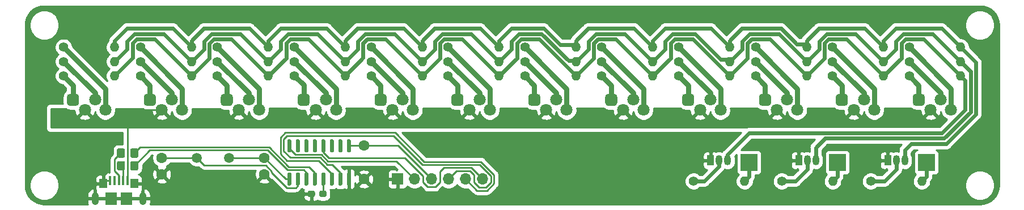
<source format=gbr>
%TF.GenerationSoftware,KiCad,Pcbnew,5.1.8*%
%TF.CreationDate,2020-11-22T08:43:44-05:00*%
%TF.ProjectId,on_air_sign,6f6e5f61-6972-45f7-9369-676e2e6b6963,rev?*%
%TF.SameCoordinates,PXb864970PY2cdc600*%
%TF.FileFunction,Copper,L2,Bot*%
%TF.FilePolarity,Positive*%
%FSLAX46Y46*%
G04 Gerber Fmt 4.6, Leading zero omitted, Abs format (unit mm)*
G04 Created by KiCad (PCBNEW 5.1.8) date 2020-11-22 08:43:44*
%MOMM*%
%LPD*%
G01*
G04 APERTURE LIST*
%TA.AperFunction,SMDPad,CuDef*%
%ADD10R,1.700000X1.700000*%
%TD*%
%TA.AperFunction,SMDPad,CuDef*%
%ADD11O,1.700000X1.700000*%
%TD*%
%TA.AperFunction,ComponentPad*%
%ADD12O,1.050000X1.500000*%
%TD*%
%TA.AperFunction,ComponentPad*%
%ADD13R,1.050000X1.500000*%
%TD*%
%TA.AperFunction,ComponentPad*%
%ADD14O,1.400000X1.400000*%
%TD*%
%TA.AperFunction,ComponentPad*%
%ADD15C,1.400000*%
%TD*%
%TA.AperFunction,ComponentPad*%
%ADD16C,1.800000*%
%TD*%
%TA.AperFunction,SMDPad,CuDef*%
%ADD17R,2.500000X2.500000*%
%TD*%
%TA.AperFunction,ComponentPad*%
%ADD18C,1.600000*%
%TD*%
%TA.AperFunction,SMDPad,CuDef*%
%ADD19R,1.750000X1.900000*%
%TD*%
%TA.AperFunction,SMDPad,CuDef*%
%ADD20R,0.400000X1.400000*%
%TD*%
%TA.AperFunction,ComponentPad*%
%ADD21O,1.050000X1.900000*%
%TD*%
%TA.AperFunction,SMDPad,CuDef*%
%ADD22R,1.150000X1.450000*%
%TD*%
%TA.AperFunction,ComponentPad*%
%ADD23C,1.500000*%
%TD*%
%TA.AperFunction,Conductor*%
%ADD24C,0.250000*%
%TD*%
%TA.AperFunction,Conductor*%
%ADD25C,0.800000*%
%TD*%
%TA.AperFunction,Conductor*%
%ADD26C,0.600000*%
%TD*%
%TA.AperFunction,Conductor*%
%ADD27C,0.254000*%
%TD*%
%TA.AperFunction,Conductor*%
%ADD28C,0.100000*%
%TD*%
G04 APERTURE END LIST*
D10*
%TO.P,J2,1*%
%TO.N,GND*%
X-90450000Y-26560000D03*
D11*
%TO.P,J2,2*%
%TO.N,/~CTS*%
X-87910000Y-26560000D03*
%TO.P,J2,3*%
%TO.N,+3V3*%
X-85370000Y-26560000D03*
%TO.P,J2,4*%
%TO.N,/TDX*%
X-82830000Y-26560000D03*
%TO.P,J2,5*%
%TO.N,/RXD*%
X-80290000Y-26560000D03*
%TO.P,J2,6*%
%TO.N,/~DTR*%
X-77750000Y-26560000D03*
%TD*%
D12*
%TO.P,Q1,2*%
%TO.N,Net-(Q1-Pad2)*%
X-42440000Y-23760000D03*
%TO.P,Q1,3*%
%TO.N,/RED*%
X-41170000Y-23760000D03*
D13*
%TO.P,Q1,1*%
%TO.N,GND*%
X-43710000Y-23760000D03*
%TD*%
%TO.P,Q2,1*%
%TO.N,GND*%
X-30550000Y-23760000D03*
D12*
%TO.P,Q2,3*%
%TO.N,/GRN*%
X-28010000Y-23760000D03*
%TO.P,Q2,2*%
%TO.N,Net-(Q2-Pad2)*%
X-29280000Y-23760000D03*
%TD*%
%TO.P,Q3,2*%
%TO.N,Net-(Q3-Pad2)*%
X-15980000Y-23760000D03*
%TO.P,Q3,3*%
%TO.N,/BLU*%
X-14710000Y-23760000D03*
D13*
%TO.P,Q3,1*%
%TO.N,GND*%
X-17250000Y-23760000D03*
%TD*%
D14*
%TO.P,R3,2*%
%TO.N,/RED_PIN*%
X-38630000Y-26860000D03*
D15*
%TO.P,R3,1*%
%TO.N,Net-(Q1-Pad2)*%
X-46250000Y-26860000D03*
%TD*%
D14*
%TO.P,R4,2*%
%TO.N,/GRN_PIN*%
X-25470000Y-26860000D03*
D15*
%TO.P,R4,1*%
%TO.N,Net-(Q2-Pad2)*%
X-33090000Y-26860000D03*
%TD*%
%TO.P,R5,1*%
%TO.N,Net-(Q3-Pad2)*%
X-19790000Y-26860000D03*
D14*
%TO.P,R5,2*%
%TO.N,/BLU_PIN*%
X-12170000Y-26860000D03*
%TD*%
%TO.P,D1,1*%
%TO.N,Net-(D1-Pad1)*%
%TA.AperFunction,ComponentPad*%
G36*
G01*
X-139817500Y-15150000D02*
X-139817500Y-14250000D01*
G75*
G02*
X-139367500Y-13800000I450000J0D01*
G01*
X-138467500Y-13800000D01*
G75*
G02*
X-138017500Y-14250000I0J-450000D01*
G01*
X-138017500Y-15150000D01*
G75*
G02*
X-138467500Y-15600000I-450000J0D01*
G01*
X-139367500Y-15600000D01*
G75*
G02*
X-139817500Y-15150000I0J450000D01*
G01*
G37*
%TD.AperFunction*%
D16*
%TO.P,D1,2*%
%TO.N,+5V*%
X-137139500Y-16224000D03*
%TO.P,D1,3*%
%TO.N,Net-(D1-Pad3)*%
X-135615500Y-14700000D03*
%TO.P,D1,4*%
%TO.N,Net-(D1-Pad4)*%
X-134091500Y-16224000D03*
%TD*%
%TO.P,D2,1*%
%TO.N,Net-(D2-Pad1)*%
%TA.AperFunction,ComponentPad*%
G36*
G01*
X-128326250Y-15150000D02*
X-128326250Y-14250000D01*
G75*
G02*
X-127876250Y-13800000I450000J0D01*
G01*
X-126976250Y-13800000D01*
G75*
G02*
X-126526250Y-14250000I0J-450000D01*
G01*
X-126526250Y-15150000D01*
G75*
G02*
X-126976250Y-15600000I-450000J0D01*
G01*
X-127876250Y-15600000D01*
G75*
G02*
X-128326250Y-15150000I0J450000D01*
G01*
G37*
%TD.AperFunction*%
%TO.P,D2,2*%
%TO.N,+5V*%
X-125648250Y-16224000D03*
%TO.P,D2,3*%
%TO.N,Net-(D2-Pad3)*%
X-124124250Y-14700000D03*
%TO.P,D2,4*%
%TO.N,Net-(D2-Pad4)*%
X-122600250Y-16224000D03*
%TD*%
%TO.P,D3,4*%
%TO.N,Net-(D3-Pad4)*%
X-111119000Y-16224000D03*
%TO.P,D3,3*%
%TO.N,Net-(D3-Pad3)*%
X-112643000Y-14700000D03*
%TO.P,D3,2*%
%TO.N,+5V*%
X-114167000Y-16224000D03*
%TO.P,D3,1*%
%TO.N,Net-(D3-Pad1)*%
%TA.AperFunction,ComponentPad*%
G36*
G01*
X-116845000Y-15150000D02*
X-116845000Y-14250000D01*
G75*
G02*
X-116395000Y-13800000I450000J0D01*
G01*
X-115495000Y-13800000D01*
G75*
G02*
X-115045000Y-14250000I0J-450000D01*
G01*
X-115045000Y-15150000D01*
G75*
G02*
X-115495000Y-15600000I-450000J0D01*
G01*
X-116395000Y-15600000D01*
G75*
G02*
X-116845000Y-15150000I0J450000D01*
G01*
G37*
%TD.AperFunction*%
%TD*%
%TO.P,D4,4*%
%TO.N,Net-(D4-Pad4)*%
X-99637750Y-16224000D03*
%TO.P,D4,3*%
%TO.N,Net-(D4-Pad3)*%
X-101161750Y-14700000D03*
%TO.P,D4,2*%
%TO.N,+5V*%
X-102685750Y-16224000D03*
%TO.P,D4,1*%
%TO.N,Net-(D4-Pad1)*%
%TA.AperFunction,ComponentPad*%
G36*
G01*
X-105363750Y-15150000D02*
X-105363750Y-14250000D01*
G75*
G02*
X-104913750Y-13800000I450000J0D01*
G01*
X-104013750Y-13800000D01*
G75*
G02*
X-103563750Y-14250000I0J-450000D01*
G01*
X-103563750Y-15150000D01*
G75*
G02*
X-104013750Y-15600000I-450000J0D01*
G01*
X-104913750Y-15600000D01*
G75*
G02*
X-105363750Y-15150000I0J450000D01*
G01*
G37*
%TD.AperFunction*%
%TD*%
%TO.P,D5,1*%
%TO.N,Net-(D5-Pad1)*%
%TA.AperFunction,ComponentPad*%
G36*
G01*
X-93882500Y-15150000D02*
X-93882500Y-14250000D01*
G75*
G02*
X-93432500Y-13800000I450000J0D01*
G01*
X-92532500Y-13800000D01*
G75*
G02*
X-92082500Y-14250000I0J-450000D01*
G01*
X-92082500Y-15150000D01*
G75*
G02*
X-92532500Y-15600000I-450000J0D01*
G01*
X-93432500Y-15600000D01*
G75*
G02*
X-93882500Y-15150000I0J450000D01*
G01*
G37*
%TD.AperFunction*%
%TO.P,D5,2*%
%TO.N,+5V*%
X-91204500Y-16224000D03*
%TO.P,D5,3*%
%TO.N,Net-(D5-Pad3)*%
X-89680500Y-14700000D03*
%TO.P,D5,4*%
%TO.N,Net-(D5-Pad4)*%
X-88156500Y-16224000D03*
%TD*%
%TO.P,D6,4*%
%TO.N,Net-(D6-Pad4)*%
X-76675250Y-16224000D03*
%TO.P,D6,3*%
%TO.N,Net-(D6-Pad3)*%
X-78199250Y-14700000D03*
%TO.P,D6,2*%
%TO.N,+5V*%
X-79723250Y-16224000D03*
%TO.P,D6,1*%
%TO.N,Net-(D6-Pad1)*%
%TA.AperFunction,ComponentPad*%
G36*
G01*
X-82401250Y-15150000D02*
X-82401250Y-14250000D01*
G75*
G02*
X-81951250Y-13800000I450000J0D01*
G01*
X-81051250Y-13800000D01*
G75*
G02*
X-80601250Y-14250000I0J-450000D01*
G01*
X-80601250Y-15150000D01*
G75*
G02*
X-81051250Y-15600000I-450000J0D01*
G01*
X-81951250Y-15600000D01*
G75*
G02*
X-82401250Y-15150000I0J450000D01*
G01*
G37*
%TD.AperFunction*%
%TD*%
%TO.P,D7,4*%
%TO.N,Net-(D7-Pad4)*%
X-65194000Y-16224000D03*
%TO.P,D7,3*%
%TO.N,Net-(D7-Pad3)*%
X-66718000Y-14700000D03*
%TO.P,D7,2*%
%TO.N,+5V*%
X-68242000Y-16224000D03*
%TO.P,D7,1*%
%TO.N,Net-(D7-Pad1)*%
%TA.AperFunction,ComponentPad*%
G36*
G01*
X-70920000Y-15150000D02*
X-70920000Y-14250000D01*
G75*
G02*
X-70470000Y-13800000I450000J0D01*
G01*
X-69570000Y-13800000D01*
G75*
G02*
X-69120000Y-14250000I0J-450000D01*
G01*
X-69120000Y-15150000D01*
G75*
G02*
X-69570000Y-15600000I-450000J0D01*
G01*
X-70470000Y-15600000D01*
G75*
G02*
X-70920000Y-15150000I0J450000D01*
G01*
G37*
%TD.AperFunction*%
%TD*%
%TO.P,D8,1*%
%TO.N,Net-(D8-Pad1)*%
%TA.AperFunction,ComponentPad*%
G36*
G01*
X-59438750Y-15150000D02*
X-59438750Y-14250000D01*
G75*
G02*
X-58988750Y-13800000I450000J0D01*
G01*
X-58088750Y-13800000D01*
G75*
G02*
X-57638750Y-14250000I0J-450000D01*
G01*
X-57638750Y-15150000D01*
G75*
G02*
X-58088750Y-15600000I-450000J0D01*
G01*
X-58988750Y-15600000D01*
G75*
G02*
X-59438750Y-15150000I0J450000D01*
G01*
G37*
%TD.AperFunction*%
%TO.P,D8,2*%
%TO.N,+5V*%
X-56760750Y-16224000D03*
%TO.P,D8,3*%
%TO.N,Net-(D8-Pad3)*%
X-55236750Y-14700000D03*
%TO.P,D8,4*%
%TO.N,Net-(D8-Pad4)*%
X-53712750Y-16224000D03*
%TD*%
%TO.P,D9,4*%
%TO.N,Net-(D9-Pad4)*%
X-42231500Y-16224000D03*
%TO.P,D9,3*%
%TO.N,Net-(D9-Pad3)*%
X-43755500Y-14700000D03*
%TO.P,D9,2*%
%TO.N,+5V*%
X-45279500Y-16224000D03*
%TO.P,D9,1*%
%TO.N,Net-(D9-Pad1)*%
%TA.AperFunction,ComponentPad*%
G36*
G01*
X-47957500Y-15150000D02*
X-47957500Y-14250000D01*
G75*
G02*
X-47507500Y-13800000I450000J0D01*
G01*
X-46607500Y-13800000D01*
G75*
G02*
X-46157500Y-14250000I0J-450000D01*
G01*
X-46157500Y-15150000D01*
G75*
G02*
X-46607500Y-15600000I-450000J0D01*
G01*
X-47507500Y-15600000D01*
G75*
G02*
X-47957500Y-15150000I0J450000D01*
G01*
G37*
%TD.AperFunction*%
%TD*%
%TO.P,D10,4*%
%TO.N,Net-(D10-Pad4)*%
X-30750250Y-16224000D03*
%TO.P,D10,3*%
%TO.N,Net-(D10-Pad3)*%
X-32274250Y-14700000D03*
%TO.P,D10,2*%
%TO.N,+5V*%
X-33798250Y-16224000D03*
%TO.P,D10,1*%
%TO.N,Net-(D10-Pad1)*%
%TA.AperFunction,ComponentPad*%
G36*
G01*
X-36476250Y-15150000D02*
X-36476250Y-14250000D01*
G75*
G02*
X-36026250Y-13800000I450000J0D01*
G01*
X-35126250Y-13800000D01*
G75*
G02*
X-34676250Y-14250000I0J-450000D01*
G01*
X-34676250Y-15150000D01*
G75*
G02*
X-35126250Y-15600000I-450000J0D01*
G01*
X-36026250Y-15600000D01*
G75*
G02*
X-36476250Y-15150000I0J450000D01*
G01*
G37*
%TD.AperFunction*%
%TD*%
%TO.P,D11,1*%
%TO.N,Net-(D11-Pad1)*%
%TA.AperFunction,ComponentPad*%
G36*
G01*
X-24995000Y-15150000D02*
X-24995000Y-14250000D01*
G75*
G02*
X-24545000Y-13800000I450000J0D01*
G01*
X-23645000Y-13800000D01*
G75*
G02*
X-23195000Y-14250000I0J-450000D01*
G01*
X-23195000Y-15150000D01*
G75*
G02*
X-23645000Y-15600000I-450000J0D01*
G01*
X-24545000Y-15600000D01*
G75*
G02*
X-24995000Y-15150000I0J450000D01*
G01*
G37*
%TD.AperFunction*%
%TO.P,D11,2*%
%TO.N,+5V*%
X-22317000Y-16224000D03*
%TO.P,D11,3*%
%TO.N,Net-(D11-Pad3)*%
X-20793000Y-14700000D03*
%TO.P,D11,4*%
%TO.N,Net-(D11-Pad4)*%
X-19269000Y-16224000D03*
%TD*%
%TO.P,D12,1*%
%TO.N,Net-(D12-Pad1)*%
%TA.AperFunction,ComponentPad*%
G36*
G01*
X-13513750Y-15150000D02*
X-13513750Y-14250000D01*
G75*
G02*
X-13063750Y-13800000I450000J0D01*
G01*
X-12163750Y-13800000D01*
G75*
G02*
X-11713750Y-14250000I0J-450000D01*
G01*
X-11713750Y-15150000D01*
G75*
G02*
X-12163750Y-15600000I-450000J0D01*
G01*
X-13063750Y-15600000D01*
G75*
G02*
X-13513750Y-15150000I0J450000D01*
G01*
G37*
%TD.AperFunction*%
%TO.P,D12,2*%
%TO.N,+5V*%
X-10835750Y-16224000D03*
%TO.P,D12,3*%
%TO.N,Net-(D12-Pad3)*%
X-9311750Y-14700000D03*
%TO.P,D12,4*%
%TO.N,Net-(D12-Pad4)*%
X-7787750Y-16224000D03*
%TD*%
D17*
%TO.P,J4,1*%
%TO.N,/RED_PIN*%
X-37950000Y-24060000D03*
%TD*%
%TO.P,J5,1*%
%TO.N,/GRN_PIN*%
X-24750000Y-24060000D03*
%TD*%
%TO.P,J6,1*%
%TO.N,/BLU_PIN*%
X-11450000Y-24060000D03*
%TD*%
D15*
%TO.P,R1,1*%
%TO.N,Net-(D1-Pad1)*%
X-140317500Y-11110000D03*
D14*
%TO.P,R1,2*%
%TO.N,/RED*%
X-132697500Y-11110000D03*
%TD*%
%TO.P,R2,2*%
%TO.N,/GRN*%
X-132697500Y-8960000D03*
D15*
%TO.P,R2,1*%
%TO.N,Net-(D1-Pad3)*%
X-140317500Y-8960000D03*
%TD*%
D14*
%TO.P,R6,2*%
%TO.N,/BLU*%
X-132697500Y-6820000D03*
D15*
%TO.P,R6,1*%
%TO.N,Net-(D1-Pad4)*%
X-140317500Y-6820000D03*
%TD*%
%TO.P,R7,1*%
%TO.N,Net-(D2-Pad1)*%
X-128826250Y-11110000D03*
D14*
%TO.P,R7,2*%
%TO.N,/RED*%
X-121206250Y-11110000D03*
%TD*%
D15*
%TO.P,R8,1*%
%TO.N,Net-(D2-Pad3)*%
X-128826250Y-8960000D03*
D14*
%TO.P,R8,2*%
%TO.N,/GRN*%
X-121206250Y-8960000D03*
%TD*%
%TO.P,R9,2*%
%TO.N,/BLU*%
X-121206250Y-6810000D03*
D15*
%TO.P,R9,1*%
%TO.N,Net-(D2-Pad4)*%
X-128826250Y-6810000D03*
%TD*%
D14*
%TO.P,R10,2*%
%TO.N,/RED*%
X-109725000Y-11120000D03*
D15*
%TO.P,R10,1*%
%TO.N,Net-(D3-Pad1)*%
X-117345000Y-11120000D03*
%TD*%
%TO.P,R11,1*%
%TO.N,Net-(D3-Pad3)*%
X-117345000Y-8970000D03*
D14*
%TO.P,R11,2*%
%TO.N,/GRN*%
X-109725000Y-8970000D03*
%TD*%
%TO.P,R12,2*%
%TO.N,/BLU*%
X-109725000Y-6820000D03*
D15*
%TO.P,R12,1*%
%TO.N,Net-(D3-Pad4)*%
X-117345000Y-6820000D03*
%TD*%
%TO.P,R13,1*%
%TO.N,Net-(D4-Pad1)*%
X-105863750Y-11100000D03*
D14*
%TO.P,R13,2*%
%TO.N,/RED*%
X-98243750Y-11100000D03*
%TD*%
%TO.P,R14,2*%
%TO.N,/GRN*%
X-98243750Y-8950000D03*
D15*
%TO.P,R14,1*%
%TO.N,Net-(D4-Pad3)*%
X-105863750Y-8950000D03*
%TD*%
%TO.P,R15,1*%
%TO.N,Net-(D4-Pad4)*%
X-105863750Y-6810000D03*
D14*
%TO.P,R15,2*%
%TO.N,/BLU*%
X-98243750Y-6810000D03*
%TD*%
D15*
%TO.P,R16,1*%
%TO.N,Net-(D5-Pad1)*%
X-94382500Y-11110000D03*
D14*
%TO.P,R16,2*%
%TO.N,/RED*%
X-86762500Y-11110000D03*
%TD*%
%TO.P,R17,2*%
%TO.N,/GRN*%
X-86762500Y-8960000D03*
D15*
%TO.P,R17,1*%
%TO.N,Net-(D5-Pad3)*%
X-94382500Y-8960000D03*
%TD*%
%TO.P,R18,1*%
%TO.N,Net-(D5-Pad4)*%
X-94382500Y-6810000D03*
D14*
%TO.P,R18,2*%
%TO.N,/BLU*%
X-86762500Y-6810000D03*
%TD*%
%TO.P,R19,2*%
%TO.N,/RED*%
X-75281250Y-11110000D03*
D15*
%TO.P,R19,1*%
%TO.N,Net-(D6-Pad1)*%
X-82901250Y-11110000D03*
%TD*%
%TO.P,R20,1*%
%TO.N,Net-(D6-Pad3)*%
X-82901250Y-8960000D03*
D14*
%TO.P,R20,2*%
%TO.N,/GRN*%
X-75281250Y-8960000D03*
%TD*%
%TO.P,R21,2*%
%TO.N,/BLU*%
X-75281250Y-6810000D03*
D15*
%TO.P,R21,1*%
%TO.N,Net-(D6-Pad4)*%
X-82901250Y-6810000D03*
%TD*%
%TO.P,R22,1*%
%TO.N,Net-(D7-Pad1)*%
X-71420000Y-11110000D03*
D14*
%TO.P,R22,2*%
%TO.N,/RED*%
X-63800000Y-11110000D03*
%TD*%
%TO.P,R23,2*%
%TO.N,/GRN*%
X-63800000Y-8960000D03*
D15*
%TO.P,R23,1*%
%TO.N,Net-(D7-Pad3)*%
X-71420000Y-8960000D03*
%TD*%
D14*
%TO.P,R24,2*%
%TO.N,/BLU*%
X-63800000Y-6810000D03*
D15*
%TO.P,R24,1*%
%TO.N,Net-(D7-Pad4)*%
X-71420000Y-6810000D03*
%TD*%
%TO.P,R25,1*%
%TO.N,Net-(D8-Pad1)*%
X-59938750Y-11110000D03*
D14*
%TO.P,R25,2*%
%TO.N,/RED*%
X-52318750Y-11110000D03*
%TD*%
D15*
%TO.P,R26,1*%
%TO.N,Net-(D8-Pad3)*%
X-59938750Y-8960000D03*
D14*
%TO.P,R26,2*%
%TO.N,/GRN*%
X-52318750Y-8960000D03*
%TD*%
%TO.P,R27,2*%
%TO.N,/BLU*%
X-52318750Y-6810000D03*
D15*
%TO.P,R27,1*%
%TO.N,Net-(D8-Pad4)*%
X-59938750Y-6810000D03*
%TD*%
%TO.P,R28,1*%
%TO.N,Net-(D9-Pad1)*%
X-48457500Y-11110000D03*
D14*
%TO.P,R28,2*%
%TO.N,/RED*%
X-40837500Y-11110000D03*
%TD*%
%TO.P,R29,2*%
%TO.N,/GRN*%
X-40837500Y-8960000D03*
D15*
%TO.P,R29,1*%
%TO.N,Net-(D9-Pad3)*%
X-48457500Y-8960000D03*
%TD*%
%TO.P,R30,1*%
%TO.N,Net-(D9-Pad4)*%
X-48457500Y-6810000D03*
D14*
%TO.P,R30,2*%
%TO.N,/BLU*%
X-40837500Y-6810000D03*
%TD*%
%TO.P,R31,2*%
%TO.N,/RED*%
X-29356250Y-11110000D03*
D15*
%TO.P,R31,1*%
%TO.N,Net-(D10-Pad1)*%
X-36976250Y-11110000D03*
%TD*%
%TO.P,R32,1*%
%TO.N,Net-(D10-Pad3)*%
X-36976250Y-8960000D03*
D14*
%TO.P,R32,2*%
%TO.N,/GRN*%
X-29356250Y-8960000D03*
%TD*%
%TO.P,R33,2*%
%TO.N,/BLU*%
X-29356250Y-6810000D03*
D15*
%TO.P,R33,1*%
%TO.N,Net-(D10-Pad4)*%
X-36976250Y-6810000D03*
%TD*%
%TO.P,R34,1*%
%TO.N,Net-(D11-Pad1)*%
X-25495000Y-11110000D03*
D14*
%TO.P,R34,2*%
%TO.N,/RED*%
X-17875000Y-11110000D03*
%TD*%
%TO.P,R35,2*%
%TO.N,/GRN*%
X-17875000Y-8960000D03*
D15*
%TO.P,R35,1*%
%TO.N,Net-(D11-Pad3)*%
X-25495000Y-8960000D03*
%TD*%
%TO.P,R36,1*%
%TO.N,Net-(D11-Pad4)*%
X-25495000Y-6810000D03*
D14*
%TO.P,R36,2*%
%TO.N,/BLU*%
X-17875000Y-6810000D03*
%TD*%
%TO.P,R37,2*%
%TO.N,/RED*%
X-6393750Y-11110000D03*
D15*
%TO.P,R37,1*%
%TO.N,Net-(D12-Pad1)*%
X-14013750Y-11110000D03*
%TD*%
%TO.P,R38,1*%
%TO.N,Net-(D12-Pad3)*%
X-14013750Y-8960000D03*
D14*
%TO.P,R38,2*%
%TO.N,/GRN*%
X-6393750Y-8960000D03*
%TD*%
%TO.P,R39,2*%
%TO.N,/BLU*%
X-6393750Y-6810000D03*
D15*
%TO.P,R39,1*%
%TO.N,Net-(D12-Pad4)*%
X-14013750Y-6810000D03*
%TD*%
D18*
%TO.P,C1,2*%
%TO.N,GND*%
X-125650000Y-25860000D03*
%TO.P,C1,1*%
%TO.N,Net-(C1-Pad1)*%
X-125650000Y-23360000D03*
%TD*%
%TO.P,C2,1*%
%TO.N,Net-(C2-Pad1)*%
X-110350000Y-23360000D03*
%TO.P,C2,2*%
%TO.N,GND*%
X-110350000Y-25860000D03*
%TD*%
%TO.P,C4,1*%
%TO.N,GND*%
%TA.AperFunction,SMDPad,CuDef*%
G36*
G01*
X-103850000Y-28997500D02*
X-103850000Y-28522500D01*
G75*
G02*
X-103612500Y-28285000I237500J0D01*
G01*
X-103012500Y-28285000D01*
G75*
G02*
X-102775000Y-28522500I0J-237500D01*
G01*
X-102775000Y-28997500D01*
G75*
G02*
X-103012500Y-29235000I-237500J0D01*
G01*
X-103612500Y-29235000D01*
G75*
G02*
X-103850000Y-28997500I0J237500D01*
G01*
G37*
%TD.AperFunction*%
%TO.P,C4,2*%
%TO.N,Net-(C4-Pad2)*%
%TA.AperFunction,SMDPad,CuDef*%
G36*
G01*
X-102125000Y-28997500D02*
X-102125000Y-28522500D01*
G75*
G02*
X-101887500Y-28285000I237500J0D01*
G01*
X-101287500Y-28285000D01*
G75*
G02*
X-101050000Y-28522500I0J-237500D01*
G01*
X-101050000Y-28997500D01*
G75*
G02*
X-101287500Y-29235000I-237500J0D01*
G01*
X-101887500Y-29235000D01*
G75*
G02*
X-102125000Y-28997500I0J237500D01*
G01*
G37*
%TD.AperFunction*%
%TD*%
D19*
%TO.P,J1,6*%
%TO.N,GND*%
X-133175000Y-29460000D03*
D20*
%TO.P,J1,2*%
%TO.N,Net-(J1-Pad2)*%
X-131400000Y-26810000D03*
%TO.P,J1,1*%
%TO.N,+5V*%
X-130750000Y-26810000D03*
%TO.P,J1,5*%
%TO.N,GND*%
X-133350000Y-26810000D03*
%TO.P,J1,4*%
%TO.N,Net-(J1-Pad4)*%
X-132700000Y-26810000D03*
%TO.P,J1,3*%
%TO.N,Net-(J1-Pad3)*%
X-132050000Y-26810000D03*
D19*
%TO.P,J1,6*%
%TO.N,GND*%
X-130925000Y-29460000D03*
D21*
X-128475000Y-29460000D03*
X-135625000Y-29460000D03*
D22*
X-134370000Y-27230000D03*
X-129730000Y-27230000D03*
%TD*%
%TO.P,U1,1*%
%TO.N,GND*%
%TA.AperFunction,SMDPad,CuDef*%
G36*
G01*
X-97555000Y-27510000D02*
X-97855000Y-27510000D01*
G75*
G02*
X-98005000Y-27360000I0J150000D01*
G01*
X-98005000Y-25710000D01*
G75*
G02*
X-97855000Y-25560000I150000J0D01*
G01*
X-97555000Y-25560000D01*
G75*
G02*
X-97405000Y-25710000I0J-150000D01*
G01*
X-97405000Y-27360000D01*
G75*
G02*
X-97555000Y-27510000I-150000J0D01*
G01*
G37*
%TD.AperFunction*%
%TO.P,U1,2*%
%TO.N,/TDX*%
%TA.AperFunction,SMDPad,CuDef*%
G36*
G01*
X-98825000Y-27510000D02*
X-99125000Y-27510000D01*
G75*
G02*
X-99275000Y-27360000I0J150000D01*
G01*
X-99275000Y-25710000D01*
G75*
G02*
X-99125000Y-25560000I150000J0D01*
G01*
X-98825000Y-25560000D01*
G75*
G02*
X-98675000Y-25710000I0J-150000D01*
G01*
X-98675000Y-27360000D01*
G75*
G02*
X-98825000Y-27510000I-150000J0D01*
G01*
G37*
%TD.AperFunction*%
%TO.P,U1,3*%
%TO.N,/RXD*%
%TA.AperFunction,SMDPad,CuDef*%
G36*
G01*
X-100095000Y-27510000D02*
X-100395000Y-27510000D01*
G75*
G02*
X-100545000Y-27360000I0J150000D01*
G01*
X-100545000Y-25710000D01*
G75*
G02*
X-100395000Y-25560000I150000J0D01*
G01*
X-100095000Y-25560000D01*
G75*
G02*
X-99945000Y-25710000I0J-150000D01*
G01*
X-99945000Y-27360000D01*
G75*
G02*
X-100095000Y-27510000I-150000J0D01*
G01*
G37*
%TD.AperFunction*%
%TO.P,U1,4*%
%TO.N,Net-(C4-Pad2)*%
%TA.AperFunction,SMDPad,CuDef*%
G36*
G01*
X-101365000Y-27510000D02*
X-101665000Y-27510000D01*
G75*
G02*
X-101815000Y-27360000I0J150000D01*
G01*
X-101815000Y-25710000D01*
G75*
G02*
X-101665000Y-25560000I150000J0D01*
G01*
X-101365000Y-25560000D01*
G75*
G02*
X-101215000Y-25710000I0J-150000D01*
G01*
X-101215000Y-27360000D01*
G75*
G02*
X-101365000Y-27510000I-150000J0D01*
G01*
G37*
%TD.AperFunction*%
%TO.P,U1,5*%
%TO.N,/D+*%
%TA.AperFunction,SMDPad,CuDef*%
G36*
G01*
X-102635000Y-27510000D02*
X-102935000Y-27510000D01*
G75*
G02*
X-103085000Y-27360000I0J150000D01*
G01*
X-103085000Y-25710000D01*
G75*
G02*
X-102935000Y-25560000I150000J0D01*
G01*
X-102635000Y-25560000D01*
G75*
G02*
X-102485000Y-25710000I0J-150000D01*
G01*
X-102485000Y-27360000D01*
G75*
G02*
X-102635000Y-27510000I-150000J0D01*
G01*
G37*
%TD.AperFunction*%
%TO.P,U1,6*%
%TO.N,/D-*%
%TA.AperFunction,SMDPad,CuDef*%
G36*
G01*
X-103905000Y-27510000D02*
X-104205000Y-27510000D01*
G75*
G02*
X-104355000Y-27360000I0J150000D01*
G01*
X-104355000Y-25710000D01*
G75*
G02*
X-104205000Y-25560000I150000J0D01*
G01*
X-103905000Y-25560000D01*
G75*
G02*
X-103755000Y-25710000I0J-150000D01*
G01*
X-103755000Y-27360000D01*
G75*
G02*
X-103905000Y-27510000I-150000J0D01*
G01*
G37*
%TD.AperFunction*%
%TO.P,U1,7*%
%TO.N,Net-(C1-Pad1)*%
%TA.AperFunction,SMDPad,CuDef*%
G36*
G01*
X-105175000Y-27510000D02*
X-105475000Y-27510000D01*
G75*
G02*
X-105625000Y-27360000I0J150000D01*
G01*
X-105625000Y-25710000D01*
G75*
G02*
X-105475000Y-25560000I150000J0D01*
G01*
X-105175000Y-25560000D01*
G75*
G02*
X-105025000Y-25710000I0J-150000D01*
G01*
X-105025000Y-27360000D01*
G75*
G02*
X-105175000Y-27510000I-150000J0D01*
G01*
G37*
%TD.AperFunction*%
%TO.P,U1,8*%
%TO.N,Net-(C2-Pad1)*%
%TA.AperFunction,SMDPad,CuDef*%
G36*
G01*
X-106445000Y-27510000D02*
X-106745000Y-27510000D01*
G75*
G02*
X-106895000Y-27360000I0J150000D01*
G01*
X-106895000Y-25710000D01*
G75*
G02*
X-106745000Y-25560000I150000J0D01*
G01*
X-106445000Y-25560000D01*
G75*
G02*
X-106295000Y-25710000I0J-150000D01*
G01*
X-106295000Y-27360000D01*
G75*
G02*
X-106445000Y-27510000I-150000J0D01*
G01*
G37*
%TD.AperFunction*%
%TO.P,U1,9*%
%TO.N,/~CTS*%
%TA.AperFunction,SMDPad,CuDef*%
G36*
G01*
X-106445000Y-22560000D02*
X-106745000Y-22560000D01*
G75*
G02*
X-106895000Y-22410000I0J150000D01*
G01*
X-106895000Y-20760000D01*
G75*
G02*
X-106745000Y-20610000I150000J0D01*
G01*
X-106445000Y-20610000D01*
G75*
G02*
X-106295000Y-20760000I0J-150000D01*
G01*
X-106295000Y-22410000D01*
G75*
G02*
X-106445000Y-22560000I-150000J0D01*
G01*
G37*
%TD.AperFunction*%
%TO.P,U1,10*%
%TO.N,Net-(U1-Pad10)*%
%TA.AperFunction,SMDPad,CuDef*%
G36*
G01*
X-105175000Y-22560000D02*
X-105475000Y-22560000D01*
G75*
G02*
X-105625000Y-22410000I0J150000D01*
G01*
X-105625000Y-20760000D01*
G75*
G02*
X-105475000Y-20610000I150000J0D01*
G01*
X-105175000Y-20610000D01*
G75*
G02*
X-105025000Y-20760000I0J-150000D01*
G01*
X-105025000Y-22410000D01*
G75*
G02*
X-105175000Y-22560000I-150000J0D01*
G01*
G37*
%TD.AperFunction*%
%TO.P,U1,11*%
%TO.N,Net-(U1-Pad11)*%
%TA.AperFunction,SMDPad,CuDef*%
G36*
G01*
X-103905000Y-22560000D02*
X-104205000Y-22560000D01*
G75*
G02*
X-104355000Y-22410000I0J150000D01*
G01*
X-104355000Y-20760000D01*
G75*
G02*
X-104205000Y-20610000I150000J0D01*
G01*
X-103905000Y-20610000D01*
G75*
G02*
X-103755000Y-20760000I0J-150000D01*
G01*
X-103755000Y-22410000D01*
G75*
G02*
X-103905000Y-22560000I-150000J0D01*
G01*
G37*
%TD.AperFunction*%
%TO.P,U1,12*%
%TO.N,Net-(U1-Pad12)*%
%TA.AperFunction,SMDPad,CuDef*%
G36*
G01*
X-102635000Y-22560000D02*
X-102935000Y-22560000D01*
G75*
G02*
X-103085000Y-22410000I0J150000D01*
G01*
X-103085000Y-20760000D01*
G75*
G02*
X-102935000Y-20610000I150000J0D01*
G01*
X-102635000Y-20610000D01*
G75*
G02*
X-102485000Y-20760000I0J-150000D01*
G01*
X-102485000Y-22410000D01*
G75*
G02*
X-102635000Y-22560000I-150000J0D01*
G01*
G37*
%TD.AperFunction*%
%TO.P,U1,13*%
%TO.N,/~DTR*%
%TA.AperFunction,SMDPad,CuDef*%
G36*
G01*
X-101365000Y-22560000D02*
X-101665000Y-22560000D01*
G75*
G02*
X-101815000Y-22410000I0J150000D01*
G01*
X-101815000Y-20760000D01*
G75*
G02*
X-101665000Y-20610000I150000J0D01*
G01*
X-101365000Y-20610000D01*
G75*
G02*
X-101215000Y-20760000I0J-150000D01*
G01*
X-101215000Y-22410000D01*
G75*
G02*
X-101365000Y-22560000I-150000J0D01*
G01*
G37*
%TD.AperFunction*%
%TO.P,U1,14*%
%TO.N,Net-(U1-Pad14)*%
%TA.AperFunction,SMDPad,CuDef*%
G36*
G01*
X-100095000Y-22560000D02*
X-100395000Y-22560000D01*
G75*
G02*
X-100545000Y-22410000I0J150000D01*
G01*
X-100545000Y-20760000D01*
G75*
G02*
X-100395000Y-20610000I150000J0D01*
G01*
X-100095000Y-20610000D01*
G75*
G02*
X-99945000Y-20760000I0J-150000D01*
G01*
X-99945000Y-22410000D01*
G75*
G02*
X-100095000Y-22560000I-150000J0D01*
G01*
G37*
%TD.AperFunction*%
%TO.P,U1,15*%
%TO.N,Net-(U1-Pad15)*%
%TA.AperFunction,SMDPad,CuDef*%
G36*
G01*
X-98825000Y-22560000D02*
X-99125000Y-22560000D01*
G75*
G02*
X-99275000Y-22410000I0J150000D01*
G01*
X-99275000Y-20760000D01*
G75*
G02*
X-99125000Y-20610000I150000J0D01*
G01*
X-98825000Y-20610000D01*
G75*
G02*
X-98675000Y-20760000I0J-150000D01*
G01*
X-98675000Y-22410000D01*
G75*
G02*
X-98825000Y-22560000I-150000J0D01*
G01*
G37*
%TD.AperFunction*%
%TO.P,U1,16*%
%TO.N,+3V3*%
%TA.AperFunction,SMDPad,CuDef*%
G36*
G01*
X-97555000Y-22560000D02*
X-97855000Y-22560000D01*
G75*
G02*
X-98005000Y-22410000I0J150000D01*
G01*
X-98005000Y-20760000D01*
G75*
G02*
X-97855000Y-20610000I150000J0D01*
G01*
X-97555000Y-20610000D01*
G75*
G02*
X-97405000Y-20760000I0J-150000D01*
G01*
X-97405000Y-22410000D01*
G75*
G02*
X-97555000Y-22560000I-150000J0D01*
G01*
G37*
%TD.AperFunction*%
%TD*%
D23*
%TO.P,Y1,1*%
%TO.N,Net-(C1-Pad1)*%
X-120450000Y-23360000D03*
%TO.P,Y1,2*%
%TO.N,Net-(C2-Pad1)*%
X-115570000Y-23360000D03*
%TD*%
%TO.P,R40,2*%
%TO.N,/D-*%
%TA.AperFunction,SMDPad,CuDef*%
G36*
G01*
X-130350000Y-25010001D02*
X-130350000Y-24109999D01*
G75*
G02*
X-130100001Y-23860000I249999J0D01*
G01*
X-129399999Y-23860000D01*
G75*
G02*
X-129150000Y-24109999I0J-249999D01*
G01*
X-129150000Y-25010001D01*
G75*
G02*
X-129399999Y-25260000I-249999J0D01*
G01*
X-130100001Y-25260000D01*
G75*
G02*
X-130350000Y-25010001I0J249999D01*
G01*
G37*
%TD.AperFunction*%
%TO.P,R40,1*%
%TO.N,Net-(J1-Pad2)*%
%TA.AperFunction,SMDPad,CuDef*%
G36*
G01*
X-132350000Y-25010001D02*
X-132350000Y-24109999D01*
G75*
G02*
X-132100001Y-23860000I249999J0D01*
G01*
X-131399999Y-23860000D01*
G75*
G02*
X-131150000Y-24109999I0J-249999D01*
G01*
X-131150000Y-25010001D01*
G75*
G02*
X-131399999Y-25260000I-249999J0D01*
G01*
X-132100001Y-25260000D01*
G75*
G02*
X-132350000Y-25010001I0J249999D01*
G01*
G37*
%TD.AperFunction*%
%TD*%
%TO.P,R41,1*%
%TO.N,Net-(J1-Pad3)*%
%TA.AperFunction,SMDPad,CuDef*%
G36*
G01*
X-132350000Y-23110001D02*
X-132350000Y-22209999D01*
G75*
G02*
X-132100001Y-21960000I249999J0D01*
G01*
X-131399999Y-21960000D01*
G75*
G02*
X-131150000Y-22209999I0J-249999D01*
G01*
X-131150000Y-23110001D01*
G75*
G02*
X-131399999Y-23360000I-249999J0D01*
G01*
X-132100001Y-23360000D01*
G75*
G02*
X-132350000Y-23110001I0J249999D01*
G01*
G37*
%TD.AperFunction*%
%TO.P,R41,2*%
%TO.N,/D+*%
%TA.AperFunction,SMDPad,CuDef*%
G36*
G01*
X-130350000Y-23110001D02*
X-130350000Y-22209999D01*
G75*
G02*
X-130100001Y-21960000I249999J0D01*
G01*
X-129399999Y-21960000D01*
G75*
G02*
X-129150000Y-22209999I0J-249999D01*
G01*
X-129150000Y-23110001D01*
G75*
G02*
X-129399999Y-23360000I-249999J0D01*
G01*
X-130100001Y-23360000D01*
G75*
G02*
X-130350000Y-23110001I0J249999D01*
G01*
G37*
%TD.AperFunction*%
%TD*%
D18*
%TO.P,C5,1*%
%TO.N,GND*%
X-95450000Y-26560000D03*
%TO.P,C5,2*%
%TO.N,+3V3*%
X-95450000Y-21560000D03*
%TD*%
D24*
%TO.N,+5V*%
X-130750000Y-26810000D02*
X-130750000Y-17560000D01*
X-129414000Y-16224000D02*
X-125648250Y-16224000D01*
X-130750000Y-17560000D02*
X-129414000Y-16224000D01*
%TO.N,GND*%
X-133950000Y-26810000D02*
X-134370000Y-27230000D01*
X-133350000Y-26810000D02*
X-133950000Y-26810000D01*
D25*
%TO.N,Net-(D1-Pad1)*%
X-138917500Y-12510000D02*
X-140317500Y-11110000D01*
X-138917500Y-14700000D02*
X-138917500Y-12510000D01*
%TO.N,Net-(D1-Pad3)*%
X-135615500Y-13662000D02*
X-140317500Y-8960000D01*
X-135615500Y-14700000D02*
X-135615500Y-13662000D01*
%TO.N,Net-(D1-Pad4)*%
X-134091500Y-13046000D02*
X-140317500Y-6820000D01*
X-134091500Y-16224000D02*
X-134091500Y-13046000D01*
%TO.N,Net-(D2-Pad4)*%
X-122600250Y-13036000D02*
X-128826250Y-6810000D01*
X-122600250Y-16224000D02*
X-122600250Y-13036000D01*
%TO.N,Net-(D2-Pad3)*%
X-124124250Y-13662000D02*
X-128826250Y-8960000D01*
X-124124250Y-14700000D02*
X-124124250Y-13662000D01*
%TO.N,Net-(D2-Pad1)*%
X-127426250Y-12510000D02*
X-128826250Y-11110000D01*
X-127426250Y-14700000D02*
X-127426250Y-12510000D01*
%TO.N,Net-(D3-Pad1)*%
X-115945000Y-12520000D02*
X-117345000Y-11120000D01*
X-115945000Y-14700000D02*
X-115945000Y-12520000D01*
%TO.N,Net-(D3-Pad3)*%
X-112643000Y-13672000D02*
X-117345000Y-8970000D01*
X-112643000Y-14700000D02*
X-112643000Y-13672000D01*
%TO.N,Net-(D3-Pad4)*%
X-111119000Y-13046000D02*
X-117345000Y-6820000D01*
X-111119000Y-16224000D02*
X-111119000Y-13046000D01*
%TO.N,Net-(D4-Pad1)*%
X-104463750Y-12500000D02*
X-105863750Y-11100000D01*
X-104463750Y-14700000D02*
X-104463750Y-12500000D01*
%TO.N,Net-(D4-Pad3)*%
X-101161750Y-13652000D02*
X-105863750Y-8950000D01*
X-101161750Y-14700000D02*
X-101161750Y-13652000D01*
%TO.N,Net-(D4-Pad4)*%
X-99637750Y-13036000D02*
X-105863750Y-6810000D01*
X-99637750Y-16224000D02*
X-99637750Y-13036000D01*
%TO.N,Net-(D5-Pad1)*%
X-92982500Y-12510000D02*
X-94382500Y-11110000D01*
X-92982500Y-14700000D02*
X-92982500Y-12510000D01*
%TO.N,Net-(D5-Pad3)*%
X-89680500Y-13662000D02*
X-94382500Y-8960000D01*
X-89680500Y-14700000D02*
X-89680500Y-13662000D01*
%TO.N,Net-(D5-Pad4)*%
X-88156500Y-13036000D02*
X-94382500Y-6810000D01*
X-88156500Y-16224000D02*
X-88156500Y-13036000D01*
%TO.N,Net-(D6-Pad4)*%
X-76675250Y-13036000D02*
X-82901250Y-6810000D01*
X-76675250Y-16224000D02*
X-76675250Y-13036000D01*
%TO.N,Net-(D6-Pad3)*%
X-78199250Y-13662000D02*
X-82901250Y-8960000D01*
X-78199250Y-14700000D02*
X-78199250Y-13662000D01*
%TO.N,Net-(D6-Pad1)*%
X-81501250Y-12510000D02*
X-82901250Y-11110000D01*
X-81501250Y-14700000D02*
X-81501250Y-12510000D01*
%TO.N,Net-(D7-Pad4)*%
X-65194000Y-16224000D02*
X-65194000Y-13036000D01*
X-65194000Y-13036000D02*
X-71420000Y-6810000D01*
%TO.N,Net-(D7-Pad3)*%
X-66718000Y-14700000D02*
X-66718000Y-13662000D01*
X-66718000Y-13662000D02*
X-71420000Y-8960000D01*
%TO.N,Net-(D7-Pad1)*%
X-70020000Y-14700000D02*
X-70020000Y-12510000D01*
X-70020000Y-12510000D02*
X-71420000Y-11110000D01*
%TO.N,Net-(D8-Pad4)*%
X-53712750Y-13036000D02*
X-59938750Y-6810000D01*
X-53712750Y-16224000D02*
X-53712750Y-13036000D01*
%TO.N,Net-(D8-Pad3)*%
X-55236750Y-13662000D02*
X-59938750Y-8960000D01*
X-55236750Y-14700000D02*
X-55236750Y-13662000D01*
%TO.N,Net-(D8-Pad1)*%
X-58538750Y-12510000D02*
X-59938750Y-11110000D01*
X-58538750Y-14700000D02*
X-58538750Y-12510000D01*
%TO.N,Net-(D9-Pad4)*%
X-42231500Y-13036000D02*
X-48457500Y-6810000D01*
X-42231500Y-16224000D02*
X-42231500Y-13036000D01*
%TO.N,Net-(D9-Pad3)*%
X-43755500Y-13662000D02*
X-48457500Y-8960000D01*
X-43755500Y-14700000D02*
X-43755500Y-13662000D01*
%TO.N,Net-(D9-Pad1)*%
X-47057500Y-12510000D02*
X-48457500Y-11110000D01*
X-47057500Y-14700000D02*
X-47057500Y-12510000D01*
%TO.N,Net-(D10-Pad1)*%
X-35576250Y-12510000D02*
X-36976250Y-11110000D01*
X-35576250Y-14700000D02*
X-35576250Y-12510000D01*
%TO.N,Net-(D10-Pad3)*%
X-32274250Y-13662000D02*
X-36976250Y-8960000D01*
X-32274250Y-14700000D02*
X-32274250Y-13662000D01*
%TO.N,Net-(D10-Pad4)*%
X-30750250Y-13036000D02*
X-36976250Y-6810000D01*
X-30750250Y-16224000D02*
X-30750250Y-13036000D01*
%TO.N,Net-(D11-Pad4)*%
X-19269000Y-13036000D02*
X-25495000Y-6810000D01*
X-19269000Y-16224000D02*
X-19269000Y-13036000D01*
%TO.N,Net-(D11-Pad3)*%
X-20793000Y-13662000D02*
X-25495000Y-8960000D01*
X-20793000Y-14700000D02*
X-20793000Y-13662000D01*
%TO.N,Net-(D11-Pad1)*%
X-24095000Y-12510000D02*
X-25495000Y-11110000D01*
X-24095000Y-14700000D02*
X-24095000Y-12510000D01*
%TO.N,Net-(D12-Pad1)*%
X-12613750Y-12510000D02*
X-14013750Y-11110000D01*
X-12613750Y-14700000D02*
X-12613750Y-12510000D01*
%TO.N,Net-(D12-Pad3)*%
X-9311750Y-13662000D02*
X-14013750Y-8960000D01*
X-9311750Y-14700000D02*
X-9311750Y-13662000D01*
%TO.N,Net-(D12-Pad4)*%
X-7787750Y-13036000D02*
X-14013750Y-6810000D01*
X-7787750Y-16224000D02*
X-7787750Y-13036000D01*
D26*
%TO.N,Net-(Q1-Pad2)*%
X-42440000Y-24665002D02*
X-42440000Y-23760000D01*
X-44634998Y-26860000D02*
X-42440000Y-24665002D01*
X-46250000Y-26860000D02*
X-44634998Y-26860000D01*
%TO.N,/RED*%
X-129402251Y-5609999D02*
X-126706251Y-5609999D01*
X-126706251Y-5609999D02*
X-121206250Y-11110000D01*
X-130026251Y-6233999D02*
X-129402251Y-5609999D01*
X-130026251Y-8438751D02*
X-130026251Y-6233999D01*
X-132697500Y-11110000D02*
X-130026251Y-8438751D01*
X-117911001Y-5609999D02*
X-115235001Y-5609999D01*
X-115235001Y-5609999D02*
X-109725000Y-11120000D01*
X-118545001Y-6243999D02*
X-117911001Y-5609999D01*
X-118545001Y-8448751D02*
X-118545001Y-6243999D01*
X-121206250Y-11110000D02*
X-118545001Y-8448751D01*
X-103733751Y-5609999D02*
X-98243750Y-11100000D01*
X-106439751Y-5609999D02*
X-103733751Y-5609999D01*
X-107063751Y-8458751D02*
X-107063751Y-6233999D01*
X-107063751Y-6233999D02*
X-106439751Y-5609999D01*
X-109725000Y-11120000D02*
X-107063751Y-8458751D01*
X-92262501Y-5609999D02*
X-86762500Y-11110000D01*
X-94958501Y-5609999D02*
X-92262501Y-5609999D01*
X-95582501Y-6233999D02*
X-94958501Y-5609999D01*
X-95582501Y-8438751D02*
X-95582501Y-6233999D01*
X-98243750Y-11100000D02*
X-95582501Y-8438751D01*
X-80781251Y-5609999D02*
X-75281250Y-11110000D01*
X-83477251Y-5609999D02*
X-80781251Y-5609999D01*
X-84101251Y-6233999D02*
X-83477251Y-5609999D01*
X-84101251Y-8448751D02*
X-84101251Y-6233999D01*
X-86762500Y-11110000D02*
X-84101251Y-8448751D01*
X-46337501Y-5609999D02*
X-40837500Y-11110000D01*
X-49033501Y-5609999D02*
X-46337501Y-5609999D01*
X-49657501Y-6233999D02*
X-49033501Y-5609999D01*
X-49657501Y-8448751D02*
X-49657501Y-6233999D01*
X-52318750Y-11110000D02*
X-49657501Y-8448751D01*
X-34856251Y-5609999D02*
X-29356250Y-11110000D01*
X-37552251Y-5609999D02*
X-34856251Y-5609999D01*
X-38176251Y-6233999D02*
X-37552251Y-5609999D01*
X-38176251Y-8448751D02*
X-38176251Y-6233999D01*
X-40837500Y-11110000D02*
X-38176251Y-8448751D01*
X-23375001Y-5609999D02*
X-17875000Y-11110000D01*
X-26071001Y-5609999D02*
X-23375001Y-5609999D01*
X-26695001Y-6233999D02*
X-26071001Y-5609999D01*
X-26695001Y-8448751D02*
X-26695001Y-6233999D01*
X-29356250Y-11110000D02*
X-26695001Y-8448751D01*
X-11893751Y-5609999D02*
X-6393750Y-11110000D01*
X-14589751Y-5609999D02*
X-11893751Y-5609999D01*
X-15213751Y-6233999D02*
X-14589751Y-5609999D01*
X-15213751Y-8448751D02*
X-15213751Y-6233999D01*
X-17875000Y-11110000D02*
X-15213751Y-8448751D01*
X-63800000Y-11110000D02*
X-61138751Y-8448751D01*
X-61138751Y-6233999D02*
X-60514751Y-5609999D01*
X-60514751Y-5609999D02*
X-57818751Y-5609999D01*
X-57818751Y-5609999D02*
X-52318750Y-11110000D01*
X-61138751Y-8448751D02*
X-61138751Y-6233999D01*
X-75281250Y-11110000D02*
X-72620001Y-8448751D01*
X-72620001Y-8448751D02*
X-72620001Y-6233999D01*
X-72620001Y-6233999D02*
X-71996001Y-5609999D01*
X-71996001Y-5609999D02*
X-69300001Y-5609999D01*
X-69300001Y-5609999D02*
X-63800000Y-11110000D01*
X-5693751Y-11809999D02*
X-6393750Y-11110000D01*
X-5693751Y-16202003D02*
X-5693751Y-11809999D01*
X-9151748Y-19660000D02*
X-5693751Y-16202003D01*
X-41170000Y-22880000D02*
X-41170000Y-23760000D01*
X-37950000Y-19660000D02*
X-41170000Y-22880000D01*
X-9151748Y-19660000D02*
X-37950000Y-19660000D01*
%TO.N,/GRN*%
X-125356261Y-4809989D02*
X-121206250Y-8960000D01*
X-129733625Y-4809989D02*
X-125356261Y-4809989D01*
X-130826261Y-5902625D02*
X-129733625Y-4809989D01*
X-130826261Y-7088761D02*
X-130826261Y-5902625D01*
X-132697500Y-8960000D02*
X-130826261Y-7088761D01*
X-113885011Y-4809989D02*
X-109725000Y-8970000D01*
X-118242375Y-4809989D02*
X-113885011Y-4809989D01*
X-119345011Y-5912625D02*
X-118242375Y-4809989D01*
X-119345011Y-7098761D02*
X-119345011Y-5912625D01*
X-121206250Y-8960000D02*
X-119345011Y-7098761D01*
X-102383761Y-4809989D02*
X-98243750Y-8950000D01*
X-106771125Y-4809989D02*
X-102383761Y-4809989D01*
X-107863761Y-5902625D02*
X-106771125Y-4809989D01*
X-107863761Y-7108761D02*
X-107863761Y-5902625D01*
X-109725000Y-8970000D02*
X-107863761Y-7108761D01*
X-90912511Y-4809989D02*
X-86762500Y-8960000D01*
X-95289875Y-4809989D02*
X-90912511Y-4809989D01*
X-96382511Y-5902625D02*
X-95289875Y-4809989D01*
X-96382511Y-7088761D02*
X-96382511Y-5902625D01*
X-98243750Y-8950000D02*
X-96382511Y-7088761D01*
X-79431261Y-4809989D02*
X-75281250Y-8960000D01*
X-84901261Y-5902625D02*
X-83808625Y-4809989D01*
X-84901261Y-7098761D02*
X-84901261Y-5902625D01*
X-83808625Y-4809989D02*
X-79431261Y-4809989D01*
X-86762500Y-8960000D02*
X-84901261Y-7098761D01*
X-41137500Y-8660000D02*
X-40837500Y-8960000D01*
X-46006127Y-4809989D02*
X-42156116Y-8660000D01*
X-49364875Y-4809989D02*
X-46006127Y-4809989D01*
X-50457511Y-5902625D02*
X-49364875Y-4809989D01*
X-50457511Y-7098761D02*
X-50457511Y-5902625D01*
X-42156116Y-8660000D02*
X-41137500Y-8660000D01*
X-52318750Y-8960000D02*
X-50457511Y-7098761D01*
X-33506261Y-4809989D02*
X-29356250Y-8960000D01*
X-37883625Y-4809989D02*
X-33506261Y-4809989D01*
X-38976261Y-5902625D02*
X-37883625Y-4809989D01*
X-38976261Y-7098761D02*
X-38976261Y-5902625D01*
X-40837500Y-8960000D02*
X-38976261Y-7098761D01*
X-22025011Y-4809989D02*
X-17875000Y-8960000D01*
X-26402375Y-4809989D02*
X-22025011Y-4809989D01*
X-27495011Y-5902625D02*
X-26402375Y-4809989D01*
X-27495011Y-7098761D02*
X-27495011Y-5902625D01*
X-29356250Y-8960000D02*
X-27495011Y-7098761D01*
X-14921125Y-4809989D02*
X-10543761Y-4809989D01*
X-10543761Y-4809989D02*
X-6393750Y-8960000D01*
X-16013761Y-5902625D02*
X-14921125Y-4809989D01*
X-16013761Y-7098761D02*
X-16013761Y-5902625D01*
X-17875000Y-8960000D02*
X-16013761Y-7098761D01*
X-63800000Y-8960000D02*
X-61938761Y-7098761D01*
X-61938761Y-7098761D02*
X-61938761Y-5902625D01*
X-61938761Y-5902625D02*
X-60846125Y-4809989D01*
X-60846125Y-4809989D02*
X-56468761Y-4809989D01*
X-56468761Y-4809989D02*
X-52318750Y-8960000D01*
X-75281250Y-8960000D02*
X-73420011Y-7098761D01*
X-73420011Y-7098761D02*
X-73420011Y-5902625D01*
X-63900000Y-8860000D02*
X-63800000Y-8960000D01*
X-73420011Y-5902625D02*
X-72327375Y-4809989D01*
X-68968627Y-4809989D02*
X-64918616Y-8860000D01*
X-72327375Y-4809989D02*
X-68968627Y-4809989D01*
X-64918616Y-8860000D02*
X-63900000Y-8860000D01*
X-4893743Y-10460007D02*
X-6393750Y-8960000D01*
X-4893743Y-16533379D02*
X-4893743Y-10460007D01*
X-8820364Y-20460000D02*
X-4893743Y-16533379D01*
X-8820364Y-20460000D02*
X-26650000Y-20460000D01*
X-28010000Y-21820000D02*
X-28010000Y-23760000D01*
X-26650000Y-20460000D02*
X-28010000Y-21820000D01*
%TO.N,Net-(Q2-Pad2)*%
X-29280000Y-25110000D02*
X-29280000Y-23760000D01*
X-31030000Y-26860000D02*
X-29280000Y-25110000D01*
X-33090000Y-26860000D02*
X-31030000Y-26860000D01*
%TO.N,Net-(Q3-Pad2)*%
X-15980000Y-25110000D02*
X-15980000Y-23760000D01*
X-17730000Y-26860000D02*
X-15980000Y-25110000D01*
X-19790000Y-26860000D02*
X-17730000Y-26860000D01*
%TO.N,/BLU*%
X-124006271Y-4009979D02*
X-121206250Y-6810000D01*
X-130877428Y-4009979D02*
X-124006271Y-4009979D01*
X-132697500Y-5830051D02*
X-130877428Y-4009979D01*
X-132697500Y-6820000D02*
X-132697500Y-5830051D01*
X-112535021Y-4009979D02*
X-109725000Y-6820000D01*
X-119396178Y-4009979D02*
X-112535021Y-4009979D01*
X-121206250Y-5820051D02*
X-119396178Y-4009979D01*
X-121206250Y-6810000D02*
X-121206250Y-5820051D01*
X-101043769Y-4009981D02*
X-98243750Y-6810000D01*
X-107904930Y-4009981D02*
X-101043769Y-4009981D01*
X-109725000Y-5830051D02*
X-107904930Y-4009981D01*
X-109725000Y-6820000D02*
X-109725000Y-5830051D01*
X-89562519Y-4009981D02*
X-86762500Y-6810000D01*
X-96433680Y-4009981D02*
X-89562519Y-4009981D01*
X-98243750Y-5820051D02*
X-96433680Y-4009981D01*
X-98243750Y-6810000D02*
X-98243750Y-5820051D01*
X-78081269Y-4009981D02*
X-75281250Y-6810000D01*
X-84952430Y-4009981D02*
X-78081269Y-4009981D01*
X-86762500Y-5820051D02*
X-84952430Y-4009981D01*
X-86762500Y-6810000D02*
X-86762500Y-5820051D01*
X-43637521Y-4009979D02*
X-40837500Y-6810000D01*
X-50508678Y-4009979D02*
X-43637521Y-4009979D01*
X-52318750Y-5820051D02*
X-50508678Y-4009979D01*
X-52318750Y-6810000D02*
X-52318750Y-5820051D01*
X-29806250Y-6360000D02*
X-29356250Y-6810000D01*
X-33174887Y-4009979D02*
X-30824866Y-6360000D01*
X-39027428Y-4009979D02*
X-33174887Y-4009979D01*
X-40837500Y-5820051D02*
X-39027428Y-4009979D01*
X-30824866Y-6360000D02*
X-29806250Y-6360000D01*
X-40837500Y-6810000D02*
X-40837500Y-5820051D01*
X-20675021Y-4009979D02*
X-17875000Y-6810000D01*
X-27546178Y-4009979D02*
X-20675021Y-4009979D01*
X-29356250Y-5820051D02*
X-27546178Y-4009979D01*
X-29356250Y-6810000D02*
X-29356250Y-5820051D01*
X-9193769Y-4009981D02*
X-6393750Y-6810000D01*
X-16064930Y-4009981D02*
X-9193769Y-4009981D01*
X-17875000Y-5820051D02*
X-16064930Y-4009981D01*
X-17875000Y-6810000D02*
X-17875000Y-5820051D01*
X-63800000Y-6810000D02*
X-63800000Y-5820051D01*
X-63800000Y-5820051D02*
X-61989928Y-4009979D01*
X-61989928Y-4009979D02*
X-55118771Y-4009979D01*
X-55118771Y-4009979D02*
X-52318750Y-6810000D01*
X-75281250Y-6810000D02*
X-75281250Y-5820051D01*
X-64150000Y-6460000D02*
X-63800000Y-6810000D01*
X-75281250Y-5820051D02*
X-73471178Y-4009979D01*
X-73471178Y-4009979D02*
X-68637253Y-4009979D01*
X-68637253Y-4009979D02*
X-66187232Y-6460000D01*
X-66187232Y-6460000D02*
X-64150000Y-6460000D01*
X-14710000Y-22220000D02*
X-14710000Y-23760000D01*
X-13750000Y-21260000D02*
X-14710000Y-22220000D01*
X-8488980Y-21260000D02*
X-13750000Y-21260000D01*
X-4093733Y-16864753D02*
X-8488980Y-21260000D01*
X-4093733Y-9110017D02*
X-4093733Y-16864753D01*
X-6393750Y-6810000D02*
X-4093733Y-9110017D01*
%TO.N,/RED_PIN*%
X-37950000Y-26180000D02*
X-38630000Y-26860000D01*
X-37950000Y-24060000D02*
X-37950000Y-26180000D01*
%TO.N,/GRN_PIN*%
X-24750000Y-26140000D02*
X-25470000Y-26860000D01*
X-24750000Y-24060000D02*
X-24750000Y-26140000D01*
%TO.N,/BLU_PIN*%
X-11450000Y-26140000D02*
X-12170000Y-26860000D01*
X-11450000Y-24060000D02*
X-11450000Y-26140000D01*
D24*
%TO.N,Net-(J1-Pad2)*%
X-131400000Y-24910000D02*
X-131750000Y-24560000D01*
X-131400000Y-26810000D02*
X-131400000Y-24910000D01*
%TO.N,Net-(J1-Pad3)*%
X-132675010Y-23585010D02*
X-131750000Y-22660000D01*
X-132675010Y-25349988D02*
X-132675010Y-23585010D01*
X-132050000Y-25974998D02*
X-132675010Y-25349988D01*
X-132050000Y-26810000D02*
X-132050000Y-25974998D01*
%TO.N,Net-(C1-Pad1)*%
X-125650000Y-23360000D02*
X-120450000Y-23360000D01*
X-119324999Y-24485001D02*
X-120450000Y-23360000D01*
X-110124999Y-24485001D02*
X-119324999Y-24485001D01*
X-109224999Y-25385001D02*
X-110124999Y-24485001D01*
X-109224999Y-25551769D02*
X-109224999Y-25385001D01*
X-106941758Y-27835010D02*
X-109224999Y-25551769D01*
X-105650010Y-27835010D02*
X-106941758Y-27835010D01*
X-105325000Y-27510000D02*
X-105650010Y-27835010D01*
X-105325000Y-26535000D02*
X-105325000Y-27510000D01*
%TO.N,Net-(C2-Pad1)*%
X-115470000Y-23360000D02*
X-115570000Y-23360000D01*
X-110350000Y-23360000D02*
X-115570000Y-23360000D01*
X-107175000Y-26535000D02*
X-110350000Y-23360000D01*
X-106595000Y-26535000D02*
X-107175000Y-26535000D01*
%TO.N,Net-(C4-Pad2)*%
X-101587500Y-26607500D02*
X-101515000Y-26535000D01*
X-101587500Y-28760000D02*
X-101587500Y-26607500D01*
%TO.N,+3V3*%
X-97680000Y-21560000D02*
X-97705000Y-21585000D01*
X-95450000Y-21560000D02*
X-97680000Y-21560000D01*
X-90370000Y-21560000D02*
X-85370000Y-26560000D01*
X-95450000Y-21560000D02*
X-90370000Y-21560000D01*
%TO.N,/D-*%
X-104055000Y-25560000D02*
X-104455000Y-25160000D01*
X-104055000Y-26535000D02*
X-104055000Y-25560000D01*
X-127424999Y-22234999D02*
X-129750000Y-24560000D01*
X-109809999Y-22234999D02*
X-127424999Y-22234999D01*
X-106884998Y-25160000D02*
X-109809999Y-22234999D01*
X-104455000Y-25160000D02*
X-106884998Y-25160000D01*
%TO.N,/D+*%
X-128874989Y-21784989D02*
X-129750000Y-22660000D01*
X-109623599Y-21784989D02*
X-128874989Y-21784989D01*
X-106698598Y-24709990D02*
X-109623599Y-21784989D01*
X-103635010Y-24709990D02*
X-106698598Y-24709990D01*
X-102785000Y-25560000D02*
X-103635010Y-24709990D01*
X-102785000Y-26535000D02*
X-102785000Y-25560000D01*
%TO.N,/TDX*%
X-98975000Y-25560000D02*
X-98975000Y-26535000D01*
X-100987819Y-24360000D02*
X-100175000Y-24360000D01*
X-102012799Y-23335020D02*
X-100987819Y-24360000D01*
X-106491749Y-23335019D02*
X-102012799Y-23335020D01*
X-107450000Y-20560000D02*
X-107450000Y-22376768D01*
X-106950000Y-20060000D02*
X-107450000Y-20560000D01*
X-107450000Y-22376768D02*
X-106491749Y-23335019D01*
X-81630000Y-25360000D02*
X-79586410Y-25360000D01*
X-91050000Y-20060000D02*
X-106950000Y-20060000D01*
X-79586410Y-25360000D02*
X-79000000Y-25946410D01*
X-78161008Y-24409990D02*
X-86700010Y-24409990D01*
X-100175000Y-24360000D02*
X-98975000Y-25560000D01*
X-82830000Y-26560000D02*
X-81630000Y-25360000D01*
X-79000000Y-25946410D02*
X-79000000Y-27049002D01*
X-79000000Y-27049002D02*
X-78239002Y-27810000D01*
X-78239002Y-27810000D02*
X-77260998Y-27810000D01*
X-77260998Y-27810000D02*
X-76500000Y-27049002D01*
X-76500000Y-27049002D02*
X-76500000Y-26070998D01*
X-86700010Y-24409990D02*
X-91050000Y-20060000D01*
X-76500000Y-26070998D02*
X-78161008Y-24409990D01*
%TO.N,/RXD*%
X-90800011Y-19609989D02*
X-107199989Y-19609989D01*
X-77974608Y-23959979D02*
X-86450021Y-23959979D01*
X-80290000Y-26560000D02*
X-78589989Y-28260011D01*
X-76049989Y-25884598D02*
X-77974608Y-23959979D01*
X-107900011Y-22809989D02*
X-106924970Y-23785030D01*
X-78589989Y-28260011D02*
X-77074598Y-28260011D01*
X-77074598Y-28260011D02*
X-76049989Y-27235402D01*
X-76049989Y-27235402D02*
X-76049989Y-25884598D01*
X-86450021Y-23959979D02*
X-90800011Y-19609989D01*
X-107900011Y-20310011D02*
X-107900011Y-22809989D01*
X-106924970Y-23785030D02*
X-102199200Y-23785030D01*
X-100245000Y-25739228D02*
X-100245000Y-26535000D01*
X-107199989Y-19609989D02*
X-107900011Y-20310011D01*
X-102199200Y-23785030D02*
X-100245000Y-25739228D01*
%TO.N,/~CTS*%
X-106595000Y-21961768D02*
X-106595000Y-21585000D01*
X-105671758Y-22885010D02*
X-106595000Y-21961768D01*
X-101826400Y-22885010D02*
X-105671758Y-22885010D01*
X-100851410Y-23860000D02*
X-101826400Y-22885010D01*
X-90610000Y-23860000D02*
X-100851410Y-23860000D01*
X-87910000Y-26560000D02*
X-90610000Y-23860000D01*
%TO.N,/~DTR*%
X-83550000Y-24860000D02*
X-79450000Y-24860000D01*
X-84100000Y-25410000D02*
X-83550000Y-24860000D01*
X-84805999Y-27735001D02*
X-84100000Y-27029002D01*
X-79450000Y-24860000D02*
X-77750000Y-26560000D01*
X-85934001Y-27735001D02*
X-84805999Y-27735001D01*
X-84100000Y-27029002D02*
X-84100000Y-25410000D01*
X-86650000Y-27019002D02*
X-85934001Y-27735001D01*
X-86650000Y-26080998D02*
X-86650000Y-27019002D01*
X-89370998Y-23360000D02*
X-86650000Y-26080998D01*
X-100715000Y-23360000D02*
X-89370998Y-23360000D01*
X-101515000Y-22560000D02*
X-100715000Y-23360000D01*
X-101515000Y-21585000D02*
X-101515000Y-22560000D01*
%TD*%
D27*
%TO.N,+5V*%
X-13668250Y-16054699D02*
X-13480137Y-16155247D01*
X-13276022Y-16217165D01*
X-13063750Y-16238072D01*
X-12373851Y-16238072D01*
X-12376741Y-16290553D01*
X-12334147Y-16589907D01*
X-12233972Y-16875199D01*
X-12154011Y-17024792D01*
X-11899830Y-17108475D01*
X-11015355Y-16224000D01*
X-11029497Y-16209858D01*
X-10849892Y-16030253D01*
X-10835750Y-16044395D01*
X-10821607Y-16030253D01*
X-10642002Y-16209858D01*
X-10656145Y-16224000D01*
X-9771670Y-17108475D01*
X-9517489Y-17024792D01*
X-9386592Y-16752225D01*
X-9311385Y-16459358D01*
X-9310219Y-16438182D01*
X-9263761Y-16671743D01*
X-9148049Y-16951095D01*
X-8980062Y-17202505D01*
X-8766255Y-17416312D01*
X-8514845Y-17584299D01*
X-8432461Y-17618424D01*
X-9539037Y-18725000D01*
X-37904065Y-18725000D01*
X-37950000Y-18720476D01*
X-38133292Y-18738528D01*
X-38309541Y-18791993D01*
X-38314895Y-18794855D01*
X-142173000Y-18832953D01*
X-142173000Y-17288080D01*
X-138023975Y-17288080D01*
X-137940292Y-17542261D01*
X-137667725Y-17673158D01*
X-137374858Y-17748365D01*
X-137072947Y-17764991D01*
X-136773593Y-17722397D01*
X-136488301Y-17622222D01*
X-136338708Y-17542261D01*
X-136255025Y-17288080D01*
X-137139500Y-16403605D01*
X-138023975Y-17288080D01*
X-142173000Y-17288080D01*
X-142173000Y-15986953D01*
X-140055495Y-15986176D01*
X-139972000Y-16054699D01*
X-139783887Y-16155247D01*
X-139579772Y-16217165D01*
X-139367500Y-16238072D01*
X-138677601Y-16238072D01*
X-138680491Y-16290553D01*
X-138637897Y-16589907D01*
X-138537722Y-16875199D01*
X-138457761Y-17024792D01*
X-138203580Y-17108475D01*
X-137319105Y-16224000D01*
X-137333247Y-16209858D01*
X-137153642Y-16030253D01*
X-137139500Y-16044395D01*
X-137125357Y-16030253D01*
X-136945752Y-16209858D01*
X-136959895Y-16224000D01*
X-136075420Y-17108475D01*
X-135821239Y-17024792D01*
X-135690342Y-16752225D01*
X-135615135Y-16459358D01*
X-135613969Y-16438182D01*
X-135567511Y-16671743D01*
X-135451799Y-16951095D01*
X-135283812Y-17202505D01*
X-135070005Y-17416312D01*
X-134818595Y-17584299D01*
X-134539243Y-17700011D01*
X-134242684Y-17759000D01*
X-133940316Y-17759000D01*
X-133643757Y-17700011D01*
X-133364405Y-17584299D01*
X-133112995Y-17416312D01*
X-132984763Y-17288080D01*
X-126532725Y-17288080D01*
X-126449042Y-17542261D01*
X-126176475Y-17673158D01*
X-125883608Y-17748365D01*
X-125581697Y-17764991D01*
X-125282343Y-17722397D01*
X-124997051Y-17622222D01*
X-124847458Y-17542261D01*
X-124763775Y-17288080D01*
X-125648250Y-16403605D01*
X-126532725Y-17288080D01*
X-132984763Y-17288080D01*
X-132899188Y-17202505D01*
X-132731201Y-16951095D01*
X-132615489Y-16671743D01*
X-132556500Y-16375184D01*
X-132556500Y-16072816D01*
X-132574280Y-15983432D01*
X-128569379Y-15981963D01*
X-128480750Y-16054699D01*
X-128292637Y-16155247D01*
X-128088522Y-16217165D01*
X-127876250Y-16238072D01*
X-127186351Y-16238072D01*
X-127189241Y-16290553D01*
X-127146647Y-16589907D01*
X-127046472Y-16875199D01*
X-126966511Y-17024792D01*
X-126712330Y-17108475D01*
X-125827855Y-16224000D01*
X-125841997Y-16209858D01*
X-125662392Y-16030253D01*
X-125648250Y-16044395D01*
X-125634107Y-16030253D01*
X-125454502Y-16209858D01*
X-125468645Y-16224000D01*
X-124584170Y-17108475D01*
X-124329989Y-17024792D01*
X-124199092Y-16752225D01*
X-124123885Y-16459358D01*
X-124122719Y-16438182D01*
X-124076261Y-16671743D01*
X-123960549Y-16951095D01*
X-123792562Y-17202505D01*
X-123578755Y-17416312D01*
X-123327345Y-17584299D01*
X-123047993Y-17700011D01*
X-122751434Y-17759000D01*
X-122449066Y-17759000D01*
X-122152507Y-17700011D01*
X-121873155Y-17584299D01*
X-121621745Y-17416312D01*
X-121493513Y-17288080D01*
X-115051475Y-17288080D01*
X-114967792Y-17542261D01*
X-114695225Y-17673158D01*
X-114402358Y-17748365D01*
X-114100447Y-17764991D01*
X-113801093Y-17722397D01*
X-113515801Y-17622222D01*
X-113366208Y-17542261D01*
X-113282525Y-17288080D01*
X-114167000Y-16403605D01*
X-115051475Y-17288080D01*
X-121493513Y-17288080D01*
X-121407938Y-17202505D01*
X-121239951Y-16951095D01*
X-121124239Y-16671743D01*
X-121065250Y-16375184D01*
X-121065250Y-16072816D01*
X-121083868Y-15979217D01*
X-117093259Y-15977753D01*
X-116999500Y-16054699D01*
X-116811387Y-16155247D01*
X-116607272Y-16217165D01*
X-116395000Y-16238072D01*
X-115705101Y-16238072D01*
X-115707991Y-16290553D01*
X-115665397Y-16589907D01*
X-115565222Y-16875199D01*
X-115485261Y-17024792D01*
X-115231080Y-17108475D01*
X-114346605Y-16224000D01*
X-114360747Y-16209858D01*
X-114181142Y-16030253D01*
X-114167000Y-16044395D01*
X-114152857Y-16030253D01*
X-113973252Y-16209858D01*
X-113987395Y-16224000D01*
X-113102920Y-17108475D01*
X-112848739Y-17024792D01*
X-112717842Y-16752225D01*
X-112642635Y-16459358D01*
X-112641469Y-16438182D01*
X-112595011Y-16671743D01*
X-112479299Y-16951095D01*
X-112311312Y-17202505D01*
X-112097505Y-17416312D01*
X-111846095Y-17584299D01*
X-111566743Y-17700011D01*
X-111270184Y-17759000D01*
X-110967816Y-17759000D01*
X-110671257Y-17700011D01*
X-110391905Y-17584299D01*
X-110140495Y-17416312D01*
X-110012263Y-17288080D01*
X-103570225Y-17288080D01*
X-103486542Y-17542261D01*
X-103213975Y-17673158D01*
X-102921108Y-17748365D01*
X-102619197Y-17764991D01*
X-102319843Y-17722397D01*
X-102034551Y-17622222D01*
X-101884958Y-17542261D01*
X-101801275Y-17288080D01*
X-102685750Y-16403605D01*
X-103570225Y-17288080D01*
X-110012263Y-17288080D01*
X-109926688Y-17202505D01*
X-109758701Y-16951095D01*
X-109642989Y-16671743D01*
X-109584000Y-16375184D01*
X-109584000Y-16072816D01*
X-109603456Y-15975005D01*
X-105617139Y-15973543D01*
X-105518250Y-16054699D01*
X-105330137Y-16155247D01*
X-105126022Y-16217165D01*
X-104913750Y-16238072D01*
X-104223851Y-16238072D01*
X-104226741Y-16290553D01*
X-104184147Y-16589907D01*
X-104083972Y-16875199D01*
X-104004011Y-17024792D01*
X-103749830Y-17108475D01*
X-102865355Y-16224000D01*
X-102879497Y-16209858D01*
X-102699892Y-16030253D01*
X-102685750Y-16044395D01*
X-102671607Y-16030253D01*
X-102492002Y-16209858D01*
X-102506145Y-16224000D01*
X-101621670Y-17108475D01*
X-101367489Y-17024792D01*
X-101236592Y-16752225D01*
X-101161385Y-16459358D01*
X-101160219Y-16438182D01*
X-101113761Y-16671743D01*
X-100998049Y-16951095D01*
X-100830062Y-17202505D01*
X-100616255Y-17416312D01*
X-100364845Y-17584299D01*
X-100085493Y-17700011D01*
X-99788934Y-17759000D01*
X-99486566Y-17759000D01*
X-99190007Y-17700011D01*
X-98910655Y-17584299D01*
X-98659245Y-17416312D01*
X-98531013Y-17288080D01*
X-92088975Y-17288080D01*
X-92005292Y-17542261D01*
X-91732725Y-17673158D01*
X-91439858Y-17748365D01*
X-91137947Y-17764991D01*
X-90838593Y-17722397D01*
X-90553301Y-17622222D01*
X-90403708Y-17542261D01*
X-90320025Y-17288080D01*
X-91204500Y-16403605D01*
X-92088975Y-17288080D01*
X-98531013Y-17288080D01*
X-98445438Y-17202505D01*
X-98277451Y-16951095D01*
X-98161739Y-16671743D01*
X-98102750Y-16375184D01*
X-98102750Y-16072816D01*
X-98123043Y-15970794D01*
X-94141018Y-15969333D01*
X-94037000Y-16054699D01*
X-93848887Y-16155247D01*
X-93644772Y-16217165D01*
X-93432500Y-16238072D01*
X-92742601Y-16238072D01*
X-92745491Y-16290553D01*
X-92702897Y-16589907D01*
X-92602722Y-16875199D01*
X-92522761Y-17024792D01*
X-92268580Y-17108475D01*
X-91384105Y-16224000D01*
X-91398247Y-16209858D01*
X-91218642Y-16030253D01*
X-91204500Y-16044395D01*
X-91190357Y-16030253D01*
X-91010752Y-16209858D01*
X-91024895Y-16224000D01*
X-90140420Y-17108475D01*
X-89886239Y-17024792D01*
X-89755342Y-16752225D01*
X-89680135Y-16459358D01*
X-89678969Y-16438182D01*
X-89632511Y-16671743D01*
X-89516799Y-16951095D01*
X-89348812Y-17202505D01*
X-89135005Y-17416312D01*
X-88883595Y-17584299D01*
X-88604243Y-17700011D01*
X-88307684Y-17759000D01*
X-88005316Y-17759000D01*
X-87708757Y-17700011D01*
X-87429405Y-17584299D01*
X-87177995Y-17416312D01*
X-87049763Y-17288080D01*
X-80607725Y-17288080D01*
X-80524042Y-17542261D01*
X-80251475Y-17673158D01*
X-79958608Y-17748365D01*
X-79656697Y-17764991D01*
X-79357343Y-17722397D01*
X-79072051Y-17622222D01*
X-78922458Y-17542261D01*
X-78838775Y-17288080D01*
X-79723250Y-16403605D01*
X-80607725Y-17288080D01*
X-87049763Y-17288080D01*
X-86964188Y-17202505D01*
X-86796201Y-16951095D01*
X-86680489Y-16671743D01*
X-86621500Y-16375184D01*
X-86621500Y-16072816D01*
X-86642631Y-15966583D01*
X-82664898Y-15965124D01*
X-82555750Y-16054699D01*
X-82367637Y-16155247D01*
X-82163522Y-16217165D01*
X-81951250Y-16238072D01*
X-81261351Y-16238072D01*
X-81264241Y-16290553D01*
X-81221647Y-16589907D01*
X-81121472Y-16875199D01*
X-81041511Y-17024792D01*
X-80787330Y-17108475D01*
X-79902855Y-16224000D01*
X-79916997Y-16209858D01*
X-79737392Y-16030253D01*
X-79723250Y-16044395D01*
X-79709107Y-16030253D01*
X-79529502Y-16209858D01*
X-79543645Y-16224000D01*
X-78659170Y-17108475D01*
X-78404989Y-17024792D01*
X-78274092Y-16752225D01*
X-78198885Y-16459358D01*
X-78197719Y-16438182D01*
X-78151261Y-16671743D01*
X-78035549Y-16951095D01*
X-77867562Y-17202505D01*
X-77653755Y-17416312D01*
X-77402345Y-17584299D01*
X-77122993Y-17700011D01*
X-76826434Y-17759000D01*
X-76524066Y-17759000D01*
X-76227507Y-17700011D01*
X-75948155Y-17584299D01*
X-75696745Y-17416312D01*
X-75568513Y-17288080D01*
X-69126475Y-17288080D01*
X-69042792Y-17542261D01*
X-68770225Y-17673158D01*
X-68477358Y-17748365D01*
X-68175447Y-17764991D01*
X-67876093Y-17722397D01*
X-67590801Y-17622222D01*
X-67441208Y-17542261D01*
X-67357525Y-17288080D01*
X-68242000Y-16403605D01*
X-69126475Y-17288080D01*
X-75568513Y-17288080D01*
X-75482938Y-17202505D01*
X-75314951Y-16951095D01*
X-75199239Y-16671743D01*
X-75140250Y-16375184D01*
X-75140250Y-16072816D01*
X-75162219Y-15962371D01*
X-71188778Y-15960914D01*
X-71074500Y-16054699D01*
X-70886387Y-16155247D01*
X-70682272Y-16217165D01*
X-70470000Y-16238072D01*
X-69780101Y-16238072D01*
X-69782991Y-16290553D01*
X-69740397Y-16589907D01*
X-69640222Y-16875199D01*
X-69560261Y-17024792D01*
X-69306080Y-17108475D01*
X-68421605Y-16224000D01*
X-68435747Y-16209858D01*
X-68256142Y-16030253D01*
X-68242000Y-16044395D01*
X-68227857Y-16030253D01*
X-68048252Y-16209858D01*
X-68062395Y-16224000D01*
X-67177920Y-17108475D01*
X-66923739Y-17024792D01*
X-66792842Y-16752225D01*
X-66717635Y-16459358D01*
X-66716469Y-16438182D01*
X-66670011Y-16671743D01*
X-66554299Y-16951095D01*
X-66386312Y-17202505D01*
X-66172505Y-17416312D01*
X-65921095Y-17584299D01*
X-65641743Y-17700011D01*
X-65345184Y-17759000D01*
X-65042816Y-17759000D01*
X-64746257Y-17700011D01*
X-64466905Y-17584299D01*
X-64215495Y-17416312D01*
X-64087263Y-17288080D01*
X-57645225Y-17288080D01*
X-57561542Y-17542261D01*
X-57288975Y-17673158D01*
X-56996108Y-17748365D01*
X-56694197Y-17764991D01*
X-56394843Y-17722397D01*
X-56109551Y-17622222D01*
X-55959958Y-17542261D01*
X-55876275Y-17288080D01*
X-56760750Y-16403605D01*
X-57645225Y-17288080D01*
X-64087263Y-17288080D01*
X-64001688Y-17202505D01*
X-63833701Y-16951095D01*
X-63717989Y-16671743D01*
X-63659000Y-16375184D01*
X-63659000Y-16072816D01*
X-63681806Y-15958160D01*
X-59712657Y-15956704D01*
X-59593250Y-16054699D01*
X-59405137Y-16155247D01*
X-59201022Y-16217165D01*
X-58988750Y-16238072D01*
X-58298851Y-16238072D01*
X-58301741Y-16290553D01*
X-58259147Y-16589907D01*
X-58158972Y-16875199D01*
X-58079011Y-17024792D01*
X-57824830Y-17108475D01*
X-56940355Y-16224000D01*
X-56954497Y-16209858D01*
X-56774892Y-16030253D01*
X-56760750Y-16044395D01*
X-56746607Y-16030253D01*
X-56567002Y-16209858D01*
X-56581145Y-16224000D01*
X-55696670Y-17108475D01*
X-55442489Y-17024792D01*
X-55311592Y-16752225D01*
X-55236385Y-16459358D01*
X-55235219Y-16438182D01*
X-55188761Y-16671743D01*
X-55073049Y-16951095D01*
X-54905062Y-17202505D01*
X-54691255Y-17416312D01*
X-54439845Y-17584299D01*
X-54160493Y-17700011D01*
X-53863934Y-17759000D01*
X-53561566Y-17759000D01*
X-53265007Y-17700011D01*
X-52985655Y-17584299D01*
X-52734245Y-17416312D01*
X-52606013Y-17288080D01*
X-46163975Y-17288080D01*
X-46080292Y-17542261D01*
X-45807725Y-17673158D01*
X-45514858Y-17748365D01*
X-45212947Y-17764991D01*
X-44913593Y-17722397D01*
X-44628301Y-17622222D01*
X-44478708Y-17542261D01*
X-44395025Y-17288080D01*
X-45279500Y-16403605D01*
X-46163975Y-17288080D01*
X-52606013Y-17288080D01*
X-52520438Y-17202505D01*
X-52352451Y-16951095D01*
X-52236739Y-16671743D01*
X-52177750Y-16375184D01*
X-52177750Y-16072816D01*
X-52201394Y-15953949D01*
X-48236537Y-15952494D01*
X-48112000Y-16054699D01*
X-47923887Y-16155247D01*
X-47719772Y-16217165D01*
X-47507500Y-16238072D01*
X-46817601Y-16238072D01*
X-46820491Y-16290553D01*
X-46777897Y-16589907D01*
X-46677722Y-16875199D01*
X-46597761Y-17024792D01*
X-46343580Y-17108475D01*
X-45459105Y-16224000D01*
X-45473247Y-16209858D01*
X-45293642Y-16030253D01*
X-45279500Y-16044395D01*
X-45265357Y-16030253D01*
X-45085752Y-16209858D01*
X-45099895Y-16224000D01*
X-44215420Y-17108475D01*
X-43961239Y-17024792D01*
X-43830342Y-16752225D01*
X-43755135Y-16459358D01*
X-43753969Y-16438182D01*
X-43707511Y-16671743D01*
X-43591799Y-16951095D01*
X-43423812Y-17202505D01*
X-43210005Y-17416312D01*
X-42958595Y-17584299D01*
X-42679243Y-17700011D01*
X-42382684Y-17759000D01*
X-42080316Y-17759000D01*
X-41783757Y-17700011D01*
X-41504405Y-17584299D01*
X-41252995Y-17416312D01*
X-41124763Y-17288080D01*
X-34682725Y-17288080D01*
X-34599042Y-17542261D01*
X-34326475Y-17673158D01*
X-34033608Y-17748365D01*
X-33731697Y-17764991D01*
X-33432343Y-17722397D01*
X-33147051Y-17622222D01*
X-32997458Y-17542261D01*
X-32913775Y-17288080D01*
X-33798250Y-16403605D01*
X-34682725Y-17288080D01*
X-41124763Y-17288080D01*
X-41039188Y-17202505D01*
X-40871201Y-16951095D01*
X-40755489Y-16671743D01*
X-40696500Y-16375184D01*
X-40696500Y-16072816D01*
X-40720982Y-15949737D01*
X-36760417Y-15948284D01*
X-36630750Y-16054699D01*
X-36442637Y-16155247D01*
X-36238522Y-16217165D01*
X-36026250Y-16238072D01*
X-35336351Y-16238072D01*
X-35339241Y-16290553D01*
X-35296647Y-16589907D01*
X-35196472Y-16875199D01*
X-35116511Y-17024792D01*
X-34862330Y-17108475D01*
X-33977855Y-16224000D01*
X-33991997Y-16209858D01*
X-33812392Y-16030253D01*
X-33798250Y-16044395D01*
X-33784107Y-16030253D01*
X-33604502Y-16209858D01*
X-33618645Y-16224000D01*
X-32734170Y-17108475D01*
X-32479989Y-17024792D01*
X-32349092Y-16752225D01*
X-32273885Y-16459358D01*
X-32272719Y-16438182D01*
X-32226261Y-16671743D01*
X-32110549Y-16951095D01*
X-31942562Y-17202505D01*
X-31728755Y-17416312D01*
X-31477345Y-17584299D01*
X-31197993Y-17700011D01*
X-30901434Y-17759000D01*
X-30599066Y-17759000D01*
X-30302507Y-17700011D01*
X-30023155Y-17584299D01*
X-29771745Y-17416312D01*
X-29643513Y-17288080D01*
X-23201475Y-17288080D01*
X-23117792Y-17542261D01*
X-22845225Y-17673158D01*
X-22552358Y-17748365D01*
X-22250447Y-17764991D01*
X-21951093Y-17722397D01*
X-21665801Y-17622222D01*
X-21516208Y-17542261D01*
X-21432525Y-17288080D01*
X-22317000Y-16403605D01*
X-23201475Y-17288080D01*
X-29643513Y-17288080D01*
X-29557938Y-17202505D01*
X-29389951Y-16951095D01*
X-29274239Y-16671743D01*
X-29215250Y-16375184D01*
X-29215250Y-16072816D01*
X-29240569Y-15945526D01*
X-25284296Y-15944075D01*
X-25149500Y-16054699D01*
X-24961387Y-16155247D01*
X-24757272Y-16217165D01*
X-24545000Y-16238072D01*
X-23855101Y-16238072D01*
X-23857991Y-16290553D01*
X-23815397Y-16589907D01*
X-23715222Y-16875199D01*
X-23635261Y-17024792D01*
X-23381080Y-17108475D01*
X-22496605Y-16224000D01*
X-22510747Y-16209858D01*
X-22331142Y-16030253D01*
X-22317000Y-16044395D01*
X-22302857Y-16030253D01*
X-22123252Y-16209858D01*
X-22137395Y-16224000D01*
X-21252920Y-17108475D01*
X-20998739Y-17024792D01*
X-20867842Y-16752225D01*
X-20792635Y-16459358D01*
X-20791469Y-16438182D01*
X-20745011Y-16671743D01*
X-20629299Y-16951095D01*
X-20461312Y-17202505D01*
X-20247505Y-17416312D01*
X-19996095Y-17584299D01*
X-19716743Y-17700011D01*
X-19420184Y-17759000D01*
X-19117816Y-17759000D01*
X-18821257Y-17700011D01*
X-18541905Y-17584299D01*
X-18290495Y-17416312D01*
X-18162263Y-17288080D01*
X-11720225Y-17288080D01*
X-11636542Y-17542261D01*
X-11363975Y-17673158D01*
X-11071108Y-17748365D01*
X-10769197Y-17764991D01*
X-10469843Y-17722397D01*
X-10184551Y-17622222D01*
X-10034958Y-17542261D01*
X-9951275Y-17288080D01*
X-10835750Y-16403605D01*
X-11720225Y-17288080D01*
X-18162263Y-17288080D01*
X-18076688Y-17202505D01*
X-17908701Y-16951095D01*
X-17792989Y-16671743D01*
X-17734000Y-16375184D01*
X-17734000Y-16072816D01*
X-17760157Y-15941314D01*
X-13808176Y-15939865D01*
X-13668250Y-16054699D01*
%TA.AperFunction,Conductor*%
D28*
G36*
X-13668250Y-16054699D02*
G01*
X-13480137Y-16155247D01*
X-13276022Y-16217165D01*
X-13063750Y-16238072D01*
X-12373851Y-16238072D01*
X-12376741Y-16290553D01*
X-12334147Y-16589907D01*
X-12233972Y-16875199D01*
X-12154011Y-17024792D01*
X-11899830Y-17108475D01*
X-11015355Y-16224000D01*
X-11029497Y-16209858D01*
X-10849892Y-16030253D01*
X-10835750Y-16044395D01*
X-10821607Y-16030253D01*
X-10642002Y-16209858D01*
X-10656145Y-16224000D01*
X-9771670Y-17108475D01*
X-9517489Y-17024792D01*
X-9386592Y-16752225D01*
X-9311385Y-16459358D01*
X-9310219Y-16438182D01*
X-9263761Y-16671743D01*
X-9148049Y-16951095D01*
X-8980062Y-17202505D01*
X-8766255Y-17416312D01*
X-8514845Y-17584299D01*
X-8432461Y-17618424D01*
X-9539037Y-18725000D01*
X-37904065Y-18725000D01*
X-37950000Y-18720476D01*
X-38133292Y-18738528D01*
X-38309541Y-18791993D01*
X-38314895Y-18794855D01*
X-142173000Y-18832953D01*
X-142173000Y-17288080D01*
X-138023975Y-17288080D01*
X-137940292Y-17542261D01*
X-137667725Y-17673158D01*
X-137374858Y-17748365D01*
X-137072947Y-17764991D01*
X-136773593Y-17722397D01*
X-136488301Y-17622222D01*
X-136338708Y-17542261D01*
X-136255025Y-17288080D01*
X-137139500Y-16403605D01*
X-138023975Y-17288080D01*
X-142173000Y-17288080D01*
X-142173000Y-15986953D01*
X-140055495Y-15986176D01*
X-139972000Y-16054699D01*
X-139783887Y-16155247D01*
X-139579772Y-16217165D01*
X-139367500Y-16238072D01*
X-138677601Y-16238072D01*
X-138680491Y-16290553D01*
X-138637897Y-16589907D01*
X-138537722Y-16875199D01*
X-138457761Y-17024792D01*
X-138203580Y-17108475D01*
X-137319105Y-16224000D01*
X-137333247Y-16209858D01*
X-137153642Y-16030253D01*
X-137139500Y-16044395D01*
X-137125357Y-16030253D01*
X-136945752Y-16209858D01*
X-136959895Y-16224000D01*
X-136075420Y-17108475D01*
X-135821239Y-17024792D01*
X-135690342Y-16752225D01*
X-135615135Y-16459358D01*
X-135613969Y-16438182D01*
X-135567511Y-16671743D01*
X-135451799Y-16951095D01*
X-135283812Y-17202505D01*
X-135070005Y-17416312D01*
X-134818595Y-17584299D01*
X-134539243Y-17700011D01*
X-134242684Y-17759000D01*
X-133940316Y-17759000D01*
X-133643757Y-17700011D01*
X-133364405Y-17584299D01*
X-133112995Y-17416312D01*
X-132984763Y-17288080D01*
X-126532725Y-17288080D01*
X-126449042Y-17542261D01*
X-126176475Y-17673158D01*
X-125883608Y-17748365D01*
X-125581697Y-17764991D01*
X-125282343Y-17722397D01*
X-124997051Y-17622222D01*
X-124847458Y-17542261D01*
X-124763775Y-17288080D01*
X-125648250Y-16403605D01*
X-126532725Y-17288080D01*
X-132984763Y-17288080D01*
X-132899188Y-17202505D01*
X-132731201Y-16951095D01*
X-132615489Y-16671743D01*
X-132556500Y-16375184D01*
X-132556500Y-16072816D01*
X-132574280Y-15983432D01*
X-128569379Y-15981963D01*
X-128480750Y-16054699D01*
X-128292637Y-16155247D01*
X-128088522Y-16217165D01*
X-127876250Y-16238072D01*
X-127186351Y-16238072D01*
X-127189241Y-16290553D01*
X-127146647Y-16589907D01*
X-127046472Y-16875199D01*
X-126966511Y-17024792D01*
X-126712330Y-17108475D01*
X-125827855Y-16224000D01*
X-125841997Y-16209858D01*
X-125662392Y-16030253D01*
X-125648250Y-16044395D01*
X-125634107Y-16030253D01*
X-125454502Y-16209858D01*
X-125468645Y-16224000D01*
X-124584170Y-17108475D01*
X-124329989Y-17024792D01*
X-124199092Y-16752225D01*
X-124123885Y-16459358D01*
X-124122719Y-16438182D01*
X-124076261Y-16671743D01*
X-123960549Y-16951095D01*
X-123792562Y-17202505D01*
X-123578755Y-17416312D01*
X-123327345Y-17584299D01*
X-123047993Y-17700011D01*
X-122751434Y-17759000D01*
X-122449066Y-17759000D01*
X-122152507Y-17700011D01*
X-121873155Y-17584299D01*
X-121621745Y-17416312D01*
X-121493513Y-17288080D01*
X-115051475Y-17288080D01*
X-114967792Y-17542261D01*
X-114695225Y-17673158D01*
X-114402358Y-17748365D01*
X-114100447Y-17764991D01*
X-113801093Y-17722397D01*
X-113515801Y-17622222D01*
X-113366208Y-17542261D01*
X-113282525Y-17288080D01*
X-114167000Y-16403605D01*
X-115051475Y-17288080D01*
X-121493513Y-17288080D01*
X-121407938Y-17202505D01*
X-121239951Y-16951095D01*
X-121124239Y-16671743D01*
X-121065250Y-16375184D01*
X-121065250Y-16072816D01*
X-121083868Y-15979217D01*
X-117093259Y-15977753D01*
X-116999500Y-16054699D01*
X-116811387Y-16155247D01*
X-116607272Y-16217165D01*
X-116395000Y-16238072D01*
X-115705101Y-16238072D01*
X-115707991Y-16290553D01*
X-115665397Y-16589907D01*
X-115565222Y-16875199D01*
X-115485261Y-17024792D01*
X-115231080Y-17108475D01*
X-114346605Y-16224000D01*
X-114360747Y-16209858D01*
X-114181142Y-16030253D01*
X-114167000Y-16044395D01*
X-114152857Y-16030253D01*
X-113973252Y-16209858D01*
X-113987395Y-16224000D01*
X-113102920Y-17108475D01*
X-112848739Y-17024792D01*
X-112717842Y-16752225D01*
X-112642635Y-16459358D01*
X-112641469Y-16438182D01*
X-112595011Y-16671743D01*
X-112479299Y-16951095D01*
X-112311312Y-17202505D01*
X-112097505Y-17416312D01*
X-111846095Y-17584299D01*
X-111566743Y-17700011D01*
X-111270184Y-17759000D01*
X-110967816Y-17759000D01*
X-110671257Y-17700011D01*
X-110391905Y-17584299D01*
X-110140495Y-17416312D01*
X-110012263Y-17288080D01*
X-103570225Y-17288080D01*
X-103486542Y-17542261D01*
X-103213975Y-17673158D01*
X-102921108Y-17748365D01*
X-102619197Y-17764991D01*
X-102319843Y-17722397D01*
X-102034551Y-17622222D01*
X-101884958Y-17542261D01*
X-101801275Y-17288080D01*
X-102685750Y-16403605D01*
X-103570225Y-17288080D01*
X-110012263Y-17288080D01*
X-109926688Y-17202505D01*
X-109758701Y-16951095D01*
X-109642989Y-16671743D01*
X-109584000Y-16375184D01*
X-109584000Y-16072816D01*
X-109603456Y-15975005D01*
X-105617139Y-15973543D01*
X-105518250Y-16054699D01*
X-105330137Y-16155247D01*
X-105126022Y-16217165D01*
X-104913750Y-16238072D01*
X-104223851Y-16238072D01*
X-104226741Y-16290553D01*
X-104184147Y-16589907D01*
X-104083972Y-16875199D01*
X-104004011Y-17024792D01*
X-103749830Y-17108475D01*
X-102865355Y-16224000D01*
X-102879497Y-16209858D01*
X-102699892Y-16030253D01*
X-102685750Y-16044395D01*
X-102671607Y-16030253D01*
X-102492002Y-16209858D01*
X-102506145Y-16224000D01*
X-101621670Y-17108475D01*
X-101367489Y-17024792D01*
X-101236592Y-16752225D01*
X-101161385Y-16459358D01*
X-101160219Y-16438182D01*
X-101113761Y-16671743D01*
X-100998049Y-16951095D01*
X-100830062Y-17202505D01*
X-100616255Y-17416312D01*
X-100364845Y-17584299D01*
X-100085493Y-17700011D01*
X-99788934Y-17759000D01*
X-99486566Y-17759000D01*
X-99190007Y-17700011D01*
X-98910655Y-17584299D01*
X-98659245Y-17416312D01*
X-98531013Y-17288080D01*
X-92088975Y-17288080D01*
X-92005292Y-17542261D01*
X-91732725Y-17673158D01*
X-91439858Y-17748365D01*
X-91137947Y-17764991D01*
X-90838593Y-17722397D01*
X-90553301Y-17622222D01*
X-90403708Y-17542261D01*
X-90320025Y-17288080D01*
X-91204500Y-16403605D01*
X-92088975Y-17288080D01*
X-98531013Y-17288080D01*
X-98445438Y-17202505D01*
X-98277451Y-16951095D01*
X-98161739Y-16671743D01*
X-98102750Y-16375184D01*
X-98102750Y-16072816D01*
X-98123043Y-15970794D01*
X-94141018Y-15969333D01*
X-94037000Y-16054699D01*
X-93848887Y-16155247D01*
X-93644772Y-16217165D01*
X-93432500Y-16238072D01*
X-92742601Y-16238072D01*
X-92745491Y-16290553D01*
X-92702897Y-16589907D01*
X-92602722Y-16875199D01*
X-92522761Y-17024792D01*
X-92268580Y-17108475D01*
X-91384105Y-16224000D01*
X-91398247Y-16209858D01*
X-91218642Y-16030253D01*
X-91204500Y-16044395D01*
X-91190357Y-16030253D01*
X-91010752Y-16209858D01*
X-91024895Y-16224000D01*
X-90140420Y-17108475D01*
X-89886239Y-17024792D01*
X-89755342Y-16752225D01*
X-89680135Y-16459358D01*
X-89678969Y-16438182D01*
X-89632511Y-16671743D01*
X-89516799Y-16951095D01*
X-89348812Y-17202505D01*
X-89135005Y-17416312D01*
X-88883595Y-17584299D01*
X-88604243Y-17700011D01*
X-88307684Y-17759000D01*
X-88005316Y-17759000D01*
X-87708757Y-17700011D01*
X-87429405Y-17584299D01*
X-87177995Y-17416312D01*
X-87049763Y-17288080D01*
X-80607725Y-17288080D01*
X-80524042Y-17542261D01*
X-80251475Y-17673158D01*
X-79958608Y-17748365D01*
X-79656697Y-17764991D01*
X-79357343Y-17722397D01*
X-79072051Y-17622222D01*
X-78922458Y-17542261D01*
X-78838775Y-17288080D01*
X-79723250Y-16403605D01*
X-80607725Y-17288080D01*
X-87049763Y-17288080D01*
X-86964188Y-17202505D01*
X-86796201Y-16951095D01*
X-86680489Y-16671743D01*
X-86621500Y-16375184D01*
X-86621500Y-16072816D01*
X-86642631Y-15966583D01*
X-82664898Y-15965124D01*
X-82555750Y-16054699D01*
X-82367637Y-16155247D01*
X-82163522Y-16217165D01*
X-81951250Y-16238072D01*
X-81261351Y-16238072D01*
X-81264241Y-16290553D01*
X-81221647Y-16589907D01*
X-81121472Y-16875199D01*
X-81041511Y-17024792D01*
X-80787330Y-17108475D01*
X-79902855Y-16224000D01*
X-79916997Y-16209858D01*
X-79737392Y-16030253D01*
X-79723250Y-16044395D01*
X-79709107Y-16030253D01*
X-79529502Y-16209858D01*
X-79543645Y-16224000D01*
X-78659170Y-17108475D01*
X-78404989Y-17024792D01*
X-78274092Y-16752225D01*
X-78198885Y-16459358D01*
X-78197719Y-16438182D01*
X-78151261Y-16671743D01*
X-78035549Y-16951095D01*
X-77867562Y-17202505D01*
X-77653755Y-17416312D01*
X-77402345Y-17584299D01*
X-77122993Y-17700011D01*
X-76826434Y-17759000D01*
X-76524066Y-17759000D01*
X-76227507Y-17700011D01*
X-75948155Y-17584299D01*
X-75696745Y-17416312D01*
X-75568513Y-17288080D01*
X-69126475Y-17288080D01*
X-69042792Y-17542261D01*
X-68770225Y-17673158D01*
X-68477358Y-17748365D01*
X-68175447Y-17764991D01*
X-67876093Y-17722397D01*
X-67590801Y-17622222D01*
X-67441208Y-17542261D01*
X-67357525Y-17288080D01*
X-68242000Y-16403605D01*
X-69126475Y-17288080D01*
X-75568513Y-17288080D01*
X-75482938Y-17202505D01*
X-75314951Y-16951095D01*
X-75199239Y-16671743D01*
X-75140250Y-16375184D01*
X-75140250Y-16072816D01*
X-75162219Y-15962371D01*
X-71188778Y-15960914D01*
X-71074500Y-16054699D01*
X-70886387Y-16155247D01*
X-70682272Y-16217165D01*
X-70470000Y-16238072D01*
X-69780101Y-16238072D01*
X-69782991Y-16290553D01*
X-69740397Y-16589907D01*
X-69640222Y-16875199D01*
X-69560261Y-17024792D01*
X-69306080Y-17108475D01*
X-68421605Y-16224000D01*
X-68435747Y-16209858D01*
X-68256142Y-16030253D01*
X-68242000Y-16044395D01*
X-68227857Y-16030253D01*
X-68048252Y-16209858D01*
X-68062395Y-16224000D01*
X-67177920Y-17108475D01*
X-66923739Y-17024792D01*
X-66792842Y-16752225D01*
X-66717635Y-16459358D01*
X-66716469Y-16438182D01*
X-66670011Y-16671743D01*
X-66554299Y-16951095D01*
X-66386312Y-17202505D01*
X-66172505Y-17416312D01*
X-65921095Y-17584299D01*
X-65641743Y-17700011D01*
X-65345184Y-17759000D01*
X-65042816Y-17759000D01*
X-64746257Y-17700011D01*
X-64466905Y-17584299D01*
X-64215495Y-17416312D01*
X-64087263Y-17288080D01*
X-57645225Y-17288080D01*
X-57561542Y-17542261D01*
X-57288975Y-17673158D01*
X-56996108Y-17748365D01*
X-56694197Y-17764991D01*
X-56394843Y-17722397D01*
X-56109551Y-17622222D01*
X-55959958Y-17542261D01*
X-55876275Y-17288080D01*
X-56760750Y-16403605D01*
X-57645225Y-17288080D01*
X-64087263Y-17288080D01*
X-64001688Y-17202505D01*
X-63833701Y-16951095D01*
X-63717989Y-16671743D01*
X-63659000Y-16375184D01*
X-63659000Y-16072816D01*
X-63681806Y-15958160D01*
X-59712657Y-15956704D01*
X-59593250Y-16054699D01*
X-59405137Y-16155247D01*
X-59201022Y-16217165D01*
X-58988750Y-16238072D01*
X-58298851Y-16238072D01*
X-58301741Y-16290553D01*
X-58259147Y-16589907D01*
X-58158972Y-16875199D01*
X-58079011Y-17024792D01*
X-57824830Y-17108475D01*
X-56940355Y-16224000D01*
X-56954497Y-16209858D01*
X-56774892Y-16030253D01*
X-56760750Y-16044395D01*
X-56746607Y-16030253D01*
X-56567002Y-16209858D01*
X-56581145Y-16224000D01*
X-55696670Y-17108475D01*
X-55442489Y-17024792D01*
X-55311592Y-16752225D01*
X-55236385Y-16459358D01*
X-55235219Y-16438182D01*
X-55188761Y-16671743D01*
X-55073049Y-16951095D01*
X-54905062Y-17202505D01*
X-54691255Y-17416312D01*
X-54439845Y-17584299D01*
X-54160493Y-17700011D01*
X-53863934Y-17759000D01*
X-53561566Y-17759000D01*
X-53265007Y-17700011D01*
X-52985655Y-17584299D01*
X-52734245Y-17416312D01*
X-52606013Y-17288080D01*
X-46163975Y-17288080D01*
X-46080292Y-17542261D01*
X-45807725Y-17673158D01*
X-45514858Y-17748365D01*
X-45212947Y-17764991D01*
X-44913593Y-17722397D01*
X-44628301Y-17622222D01*
X-44478708Y-17542261D01*
X-44395025Y-17288080D01*
X-45279500Y-16403605D01*
X-46163975Y-17288080D01*
X-52606013Y-17288080D01*
X-52520438Y-17202505D01*
X-52352451Y-16951095D01*
X-52236739Y-16671743D01*
X-52177750Y-16375184D01*
X-52177750Y-16072816D01*
X-52201394Y-15953949D01*
X-48236537Y-15952494D01*
X-48112000Y-16054699D01*
X-47923887Y-16155247D01*
X-47719772Y-16217165D01*
X-47507500Y-16238072D01*
X-46817601Y-16238072D01*
X-46820491Y-16290553D01*
X-46777897Y-16589907D01*
X-46677722Y-16875199D01*
X-46597761Y-17024792D01*
X-46343580Y-17108475D01*
X-45459105Y-16224000D01*
X-45473247Y-16209858D01*
X-45293642Y-16030253D01*
X-45279500Y-16044395D01*
X-45265357Y-16030253D01*
X-45085752Y-16209858D01*
X-45099895Y-16224000D01*
X-44215420Y-17108475D01*
X-43961239Y-17024792D01*
X-43830342Y-16752225D01*
X-43755135Y-16459358D01*
X-43753969Y-16438182D01*
X-43707511Y-16671743D01*
X-43591799Y-16951095D01*
X-43423812Y-17202505D01*
X-43210005Y-17416312D01*
X-42958595Y-17584299D01*
X-42679243Y-17700011D01*
X-42382684Y-17759000D01*
X-42080316Y-17759000D01*
X-41783757Y-17700011D01*
X-41504405Y-17584299D01*
X-41252995Y-17416312D01*
X-41124763Y-17288080D01*
X-34682725Y-17288080D01*
X-34599042Y-17542261D01*
X-34326475Y-17673158D01*
X-34033608Y-17748365D01*
X-33731697Y-17764991D01*
X-33432343Y-17722397D01*
X-33147051Y-17622222D01*
X-32997458Y-17542261D01*
X-32913775Y-17288080D01*
X-33798250Y-16403605D01*
X-34682725Y-17288080D01*
X-41124763Y-17288080D01*
X-41039188Y-17202505D01*
X-40871201Y-16951095D01*
X-40755489Y-16671743D01*
X-40696500Y-16375184D01*
X-40696500Y-16072816D01*
X-40720982Y-15949737D01*
X-36760417Y-15948284D01*
X-36630750Y-16054699D01*
X-36442637Y-16155247D01*
X-36238522Y-16217165D01*
X-36026250Y-16238072D01*
X-35336351Y-16238072D01*
X-35339241Y-16290553D01*
X-35296647Y-16589907D01*
X-35196472Y-16875199D01*
X-35116511Y-17024792D01*
X-34862330Y-17108475D01*
X-33977855Y-16224000D01*
X-33991997Y-16209858D01*
X-33812392Y-16030253D01*
X-33798250Y-16044395D01*
X-33784107Y-16030253D01*
X-33604502Y-16209858D01*
X-33618645Y-16224000D01*
X-32734170Y-17108475D01*
X-32479989Y-17024792D01*
X-32349092Y-16752225D01*
X-32273885Y-16459358D01*
X-32272719Y-16438182D01*
X-32226261Y-16671743D01*
X-32110549Y-16951095D01*
X-31942562Y-17202505D01*
X-31728755Y-17416312D01*
X-31477345Y-17584299D01*
X-31197993Y-17700011D01*
X-30901434Y-17759000D01*
X-30599066Y-17759000D01*
X-30302507Y-17700011D01*
X-30023155Y-17584299D01*
X-29771745Y-17416312D01*
X-29643513Y-17288080D01*
X-23201475Y-17288080D01*
X-23117792Y-17542261D01*
X-22845225Y-17673158D01*
X-22552358Y-17748365D01*
X-22250447Y-17764991D01*
X-21951093Y-17722397D01*
X-21665801Y-17622222D01*
X-21516208Y-17542261D01*
X-21432525Y-17288080D01*
X-22317000Y-16403605D01*
X-23201475Y-17288080D01*
X-29643513Y-17288080D01*
X-29557938Y-17202505D01*
X-29389951Y-16951095D01*
X-29274239Y-16671743D01*
X-29215250Y-16375184D01*
X-29215250Y-16072816D01*
X-29240569Y-15945526D01*
X-25284296Y-15944075D01*
X-25149500Y-16054699D01*
X-24961387Y-16155247D01*
X-24757272Y-16217165D01*
X-24545000Y-16238072D01*
X-23855101Y-16238072D01*
X-23857991Y-16290553D01*
X-23815397Y-16589907D01*
X-23715222Y-16875199D01*
X-23635261Y-17024792D01*
X-23381080Y-17108475D01*
X-22496605Y-16224000D01*
X-22510747Y-16209858D01*
X-22331142Y-16030253D01*
X-22317000Y-16044395D01*
X-22302857Y-16030253D01*
X-22123252Y-16209858D01*
X-22137395Y-16224000D01*
X-21252920Y-17108475D01*
X-20998739Y-17024792D01*
X-20867842Y-16752225D01*
X-20792635Y-16459358D01*
X-20791469Y-16438182D01*
X-20745011Y-16671743D01*
X-20629299Y-16951095D01*
X-20461312Y-17202505D01*
X-20247505Y-17416312D01*
X-19996095Y-17584299D01*
X-19716743Y-17700011D01*
X-19420184Y-17759000D01*
X-19117816Y-17759000D01*
X-18821257Y-17700011D01*
X-18541905Y-17584299D01*
X-18290495Y-17416312D01*
X-18162263Y-17288080D01*
X-11720225Y-17288080D01*
X-11636542Y-17542261D01*
X-11363975Y-17673158D01*
X-11071108Y-17748365D01*
X-10769197Y-17764991D01*
X-10469843Y-17722397D01*
X-10184551Y-17622222D01*
X-10034958Y-17542261D01*
X-9951275Y-17288080D01*
X-10835750Y-16403605D01*
X-11720225Y-17288080D01*
X-18162263Y-17288080D01*
X-18076688Y-17202505D01*
X-17908701Y-16951095D01*
X-17792989Y-16671743D01*
X-17734000Y-16375184D01*
X-17734000Y-16072816D01*
X-17760157Y-15941314D01*
X-13808176Y-15939865D01*
X-13668250Y-16054699D01*
G37*
%TD.AperFunction*%
%TD*%
D27*
%TO.N,GND*%
X-2948990Y-717192D02*
X-2418964Y-877216D01*
X-1930121Y-1137140D01*
X-1501069Y-1487065D01*
X-1148156Y-1913664D01*
X-884827Y-2400681D01*
X-721106Y-2929578D01*
X-660000Y-3510960D01*
X-659986Y-27427713D01*
X-717179Y-28011013D01*
X-877204Y-28541040D01*
X-1137128Y-29029886D01*
X-1487054Y-29458939D01*
X-1913655Y-29811854D01*
X-2400674Y-30075184D01*
X-2929577Y-30238907D01*
X-3510827Y-30299999D01*
X-127389453Y-30300001D01*
X-127362066Y-30235865D01*
X-127315000Y-30012000D01*
X-127315000Y-29587000D01*
X-128348000Y-29587000D01*
X-128348000Y-29607000D01*
X-128602000Y-29607000D01*
X-128602000Y-29587000D01*
X-130798000Y-29587000D01*
X-130798000Y-29607000D01*
X-131052000Y-29607000D01*
X-131052000Y-29587000D01*
X-133048000Y-29587000D01*
X-133048000Y-29607000D01*
X-133302000Y-29607000D01*
X-133302000Y-29587000D01*
X-135498000Y-29587000D01*
X-135498000Y-29607000D01*
X-135752000Y-29607000D01*
X-135752000Y-29587000D01*
X-136785000Y-29587000D01*
X-136785000Y-30012000D01*
X-136737934Y-30235865D01*
X-136710547Y-30300001D01*
X-143167711Y-30300001D01*
X-143751010Y-30242808D01*
X-144281036Y-30082783D01*
X-144769880Y-29822860D01*
X-145198931Y-29472935D01*
X-145551845Y-29046335D01*
X-145815173Y-28559320D01*
X-145978894Y-28030422D01*
X-146040000Y-27449040D01*
X-146040000Y-27239872D01*
X-145435000Y-27239872D01*
X-145435000Y-27680128D01*
X-145349110Y-28111925D01*
X-145180631Y-28518669D01*
X-144936038Y-28884729D01*
X-144624729Y-29196038D01*
X-144258669Y-29440631D01*
X-143851925Y-29609110D01*
X-143420128Y-29695000D01*
X-142979872Y-29695000D01*
X-142548075Y-29609110D01*
X-142141331Y-29440631D01*
X-141775271Y-29196038D01*
X-141487233Y-28908000D01*
X-136785000Y-28908000D01*
X-136785000Y-29333000D01*
X-135752000Y-29333000D01*
X-135752000Y-28041837D01*
X-135930810Y-27916036D01*
X-136163864Y-27999937D01*
X-136355441Y-28124953D01*
X-136518947Y-28284941D01*
X-136648099Y-28473754D01*
X-136737934Y-28684135D01*
X-136785000Y-28908000D01*
X-141487233Y-28908000D01*
X-141463962Y-28884729D01*
X-141219369Y-28518669D01*
X-141050890Y-28111925D01*
X-140965000Y-27680128D01*
X-140965000Y-27239872D01*
X-141050890Y-26808075D01*
X-141176427Y-26505000D01*
X-135583072Y-26505000D01*
X-135580000Y-26944250D01*
X-135421250Y-27103000D01*
X-134497000Y-27103000D01*
X-134497000Y-26028750D01*
X-134655750Y-25870000D01*
X-134945000Y-25866928D01*
X-135069482Y-25879188D01*
X-135189180Y-25915498D01*
X-135299494Y-25974463D01*
X-135396185Y-26053815D01*
X-135475537Y-26150506D01*
X-135534502Y-26260820D01*
X-135570812Y-26380518D01*
X-135583072Y-26505000D01*
X-141176427Y-26505000D01*
X-141219369Y-26401331D01*
X-141463962Y-26035271D01*
X-141775271Y-25723962D01*
X-142141331Y-25479369D01*
X-142548075Y-25310890D01*
X-142979872Y-25225000D01*
X-143420128Y-25225000D01*
X-143851925Y-25310890D01*
X-144258669Y-25479369D01*
X-144624729Y-25723962D01*
X-144936038Y-26035271D01*
X-145180631Y-26401331D01*
X-145349110Y-26808075D01*
X-145435000Y-27239872D01*
X-146040000Y-27239872D01*
X-146040000Y-15860000D01*
X-142935000Y-15860000D01*
X-142935000Y-18960000D01*
X-142922753Y-19084111D01*
X-142886574Y-19203219D01*
X-142827854Y-19312981D01*
X-142748848Y-19409177D01*
X-142652593Y-19488113D01*
X-142542789Y-19546753D01*
X-142423654Y-19582844D01*
X-142299767Y-19595000D01*
X-131509999Y-19591042D01*
X-131509999Y-21321928D01*
X-132100001Y-21321928D01*
X-132273255Y-21338992D01*
X-132439851Y-21389528D01*
X-132593387Y-21471595D01*
X-132727962Y-21582038D01*
X-132838405Y-21716613D01*
X-132920472Y-21870149D01*
X-132971008Y-22036745D01*
X-132988072Y-22209999D01*
X-132988072Y-22823271D01*
X-133186012Y-23021211D01*
X-133215010Y-23045009D01*
X-133238808Y-23074007D01*
X-133238809Y-23074008D01*
X-133309984Y-23160734D01*
X-133380556Y-23292764D01*
X-133401180Y-23360755D01*
X-133423920Y-23435723D01*
X-133424012Y-23436025D01*
X-133438686Y-23585010D01*
X-133435009Y-23622342D01*
X-133435010Y-25312665D01*
X-133438686Y-25349988D01*
X-133435010Y-25387310D01*
X-133435010Y-25387320D01*
X-133426374Y-25475000D01*
X-133477002Y-25475000D01*
X-133477002Y-25579748D01*
X-133581750Y-25475000D01*
X-133684229Y-25486206D01*
X-133803346Y-25524379D01*
X-133912727Y-25585057D01*
X-134008169Y-25665908D01*
X-134086003Y-25763826D01*
X-134143239Y-25875046D01*
X-134164887Y-25950637D01*
X-134243000Y-26028750D01*
X-134243000Y-27103000D01*
X-134223000Y-27103000D01*
X-134223000Y-27357000D01*
X-134243000Y-27357000D01*
X-134243000Y-27377000D01*
X-134497000Y-27377000D01*
X-134497000Y-27357000D01*
X-135421250Y-27357000D01*
X-135580000Y-27515750D01*
X-135583072Y-27955000D01*
X-135570812Y-28079482D01*
X-135534502Y-28199180D01*
X-135498000Y-28267469D01*
X-135498000Y-29333000D01*
X-133302000Y-29333000D01*
X-133302000Y-29313000D01*
X-133048000Y-29313000D01*
X-133048000Y-29333000D01*
X-131052000Y-29333000D01*
X-131052000Y-29313000D01*
X-130798000Y-29313000D01*
X-130798000Y-29333000D01*
X-128602000Y-29333000D01*
X-128602000Y-28267469D01*
X-128565498Y-28199180D01*
X-128529188Y-28079482D01*
X-128525481Y-28041837D01*
X-128348000Y-28041837D01*
X-128348000Y-29333000D01*
X-127315000Y-29333000D01*
X-127315000Y-29235000D01*
X-104488072Y-29235000D01*
X-104475812Y-29359482D01*
X-104439502Y-29479180D01*
X-104380537Y-29589494D01*
X-104301185Y-29686185D01*
X-104204494Y-29765537D01*
X-104094180Y-29824502D01*
X-103974482Y-29860812D01*
X-103850000Y-29873072D01*
X-103598250Y-29870000D01*
X-103439500Y-29711250D01*
X-103439500Y-28887000D01*
X-104326250Y-28887000D01*
X-104485000Y-29045750D01*
X-104488072Y-29235000D01*
X-127315000Y-29235000D01*
X-127315000Y-28908000D01*
X-127362066Y-28684135D01*
X-127451901Y-28473754D01*
X-127581053Y-28284941D01*
X-127744559Y-28124953D01*
X-127936136Y-27999937D01*
X-128169190Y-27916036D01*
X-128348000Y-28041837D01*
X-128525481Y-28041837D01*
X-128516928Y-27955000D01*
X-128520000Y-27515750D01*
X-128678750Y-27357000D01*
X-129603000Y-27357000D01*
X-129603000Y-27377000D01*
X-129857000Y-27377000D01*
X-129857000Y-27357000D01*
X-129877000Y-27357000D01*
X-129877000Y-27103000D01*
X-129857000Y-27103000D01*
X-129857000Y-27083000D01*
X-129603000Y-27083000D01*
X-129603000Y-27103000D01*
X-128678750Y-27103000D01*
X-128520000Y-26944250D01*
X-128519360Y-26852702D01*
X-126463097Y-26852702D01*
X-126391514Y-27096671D01*
X-126136004Y-27217571D01*
X-125861816Y-27286300D01*
X-125579488Y-27300217D01*
X-125299870Y-27258787D01*
X-125033708Y-27163603D01*
X-124908486Y-27096671D01*
X-124836903Y-26852702D01*
X-111163097Y-26852702D01*
X-111091514Y-27096671D01*
X-110836004Y-27217571D01*
X-110561816Y-27286300D01*
X-110279488Y-27300217D01*
X-109999870Y-27258787D01*
X-109733708Y-27163603D01*
X-109608486Y-27096671D01*
X-109536903Y-26852702D01*
X-110350000Y-26039605D01*
X-111163097Y-26852702D01*
X-124836903Y-26852702D01*
X-125650000Y-26039605D01*
X-126463097Y-26852702D01*
X-128519360Y-26852702D01*
X-128516928Y-26505000D01*
X-128529188Y-26380518D01*
X-128565498Y-26260820D01*
X-128624463Y-26150506D01*
X-128703815Y-26053815D01*
X-128800506Y-25974463D01*
X-128882731Y-25930512D01*
X-127090217Y-25930512D01*
X-127048787Y-26210130D01*
X-126953603Y-26476292D01*
X-126886671Y-26601514D01*
X-126642702Y-26673097D01*
X-125829605Y-25860000D01*
X-125470395Y-25860000D01*
X-124657298Y-26673097D01*
X-124413329Y-26601514D01*
X-124292429Y-26346004D01*
X-124223700Y-26071816D01*
X-124209783Y-25789488D01*
X-124251213Y-25509870D01*
X-124346397Y-25243708D01*
X-124413329Y-25118486D01*
X-124657298Y-25046903D01*
X-125470395Y-25860000D01*
X-125829605Y-25860000D01*
X-126642702Y-25046903D01*
X-126886671Y-25118486D01*
X-127007571Y-25373996D01*
X-127076300Y-25648184D01*
X-127090217Y-25930512D01*
X-128882731Y-25930512D01*
X-128910820Y-25915498D01*
X-129030518Y-25879188D01*
X-129155000Y-25866928D01*
X-129181248Y-25867207D01*
X-129060149Y-25830472D01*
X-128906613Y-25748405D01*
X-128772038Y-25637962D01*
X-128661595Y-25503387D01*
X-128579528Y-25349851D01*
X-128528992Y-25183255D01*
X-128511928Y-25010001D01*
X-128511928Y-24396729D01*
X-127110197Y-22994999D01*
X-127040509Y-22994999D01*
X-127085000Y-23218665D01*
X-127085000Y-23501335D01*
X-127029853Y-23778574D01*
X-126921680Y-24039727D01*
X-126764637Y-24274759D01*
X-126564759Y-24474637D01*
X-126364131Y-24608692D01*
X-126391514Y-24623329D01*
X-126463097Y-24867298D01*
X-125650000Y-25680395D01*
X-124836903Y-24867298D01*
X-124908486Y-24623329D01*
X-124937341Y-24609676D01*
X-124735241Y-24474637D01*
X-124535363Y-24274759D01*
X-124431957Y-24120000D01*
X-121607909Y-24120000D01*
X-121525799Y-24242886D01*
X-121332886Y-24435799D01*
X-121106043Y-24587371D01*
X-120853989Y-24691775D01*
X-120586411Y-24745000D01*
X-120313589Y-24745000D01*
X-120168635Y-24716167D01*
X-119888799Y-24996003D01*
X-119865000Y-25025002D01*
X-119749275Y-25119975D01*
X-119617246Y-25190547D01*
X-119473985Y-25234004D01*
X-119362332Y-25245001D01*
X-119362324Y-25245001D01*
X-119324999Y-25248677D01*
X-119287674Y-25245001D01*
X-111646534Y-25245001D01*
X-111707571Y-25373996D01*
X-111776300Y-25648184D01*
X-111790217Y-25930512D01*
X-111748787Y-26210130D01*
X-111653603Y-26476292D01*
X-111586671Y-26601514D01*
X-111342702Y-26673097D01*
X-110529605Y-25860000D01*
X-110543747Y-25845858D01*
X-110364142Y-25666253D01*
X-110350000Y-25680395D01*
X-110335857Y-25666253D01*
X-110156252Y-25845858D01*
X-110170395Y-25860000D01*
X-109357298Y-26673097D01*
X-109219039Y-26632530D01*
X-107505553Y-28346018D01*
X-107481759Y-28375011D01*
X-107452766Y-28398805D01*
X-107452762Y-28398809D01*
X-107401903Y-28440547D01*
X-107366034Y-28469984D01*
X-107234005Y-28540556D01*
X-107090744Y-28584013D01*
X-106979091Y-28595010D01*
X-106979082Y-28595010D01*
X-106941759Y-28598686D01*
X-106904436Y-28595010D01*
X-105687332Y-28595010D01*
X-105650010Y-28598686D01*
X-105612688Y-28595010D01*
X-105612677Y-28595010D01*
X-105501024Y-28584013D01*
X-105357763Y-28540556D01*
X-105225734Y-28469984D01*
X-105110009Y-28375011D01*
X-105086206Y-28346007D01*
X-104814003Y-28073804D01*
X-104784999Y-28050001D01*
X-104771580Y-28033650D01*
X-104737171Y-28015258D01*
X-104690000Y-27976546D01*
X-104642829Y-28015258D01*
X-104506582Y-28088084D01*
X-104458284Y-28102735D01*
X-104475812Y-28160518D01*
X-104488072Y-28285000D01*
X-104485000Y-28474250D01*
X-104326250Y-28633000D01*
X-103439500Y-28633000D01*
X-103439500Y-28613000D01*
X-103185500Y-28613000D01*
X-103185500Y-28633000D01*
X-103165500Y-28633000D01*
X-103165500Y-28887000D01*
X-103185500Y-28887000D01*
X-103185500Y-29711250D01*
X-103026750Y-29870000D01*
X-102775000Y-29873072D01*
X-102650518Y-29860812D01*
X-102530820Y-29824502D01*
X-102420506Y-29765537D01*
X-102372606Y-29726226D01*
X-102222567Y-29806423D01*
X-102058316Y-29856248D01*
X-101887500Y-29873072D01*
X-101287500Y-29873072D01*
X-101116684Y-29856248D01*
X-100952433Y-29806423D01*
X-100801058Y-29725512D01*
X-100668377Y-29616623D01*
X-100559488Y-29483942D01*
X-100478577Y-29332567D01*
X-100428752Y-29168316D01*
X-100411928Y-28997500D01*
X-100411928Y-28522500D01*
X-100428752Y-28351684D01*
X-100478577Y-28187433D01*
X-100505429Y-28137195D01*
X-100395000Y-28148072D01*
X-100095000Y-28148072D01*
X-99941255Y-28132929D01*
X-99793418Y-28088084D01*
X-99657171Y-28015258D01*
X-99610000Y-27976546D01*
X-99562829Y-28015258D01*
X-99426582Y-28088084D01*
X-99278745Y-28132929D01*
X-99125000Y-28148072D01*
X-98825000Y-28148072D01*
X-98671255Y-28132929D01*
X-98523418Y-28088084D01*
X-98389064Y-28016270D01*
X-98359494Y-28040537D01*
X-98249180Y-28099502D01*
X-98129482Y-28135812D01*
X-98005000Y-28148072D01*
X-97990750Y-28145000D01*
X-97832000Y-27986250D01*
X-97832000Y-26662000D01*
X-97852000Y-26662000D01*
X-97852000Y-26408000D01*
X-97832000Y-26408000D01*
X-97832000Y-25083750D01*
X-97578000Y-25083750D01*
X-97578000Y-26408000D01*
X-97558000Y-26408000D01*
X-97558000Y-26662000D01*
X-97578000Y-26662000D01*
X-97578000Y-27986250D01*
X-97419250Y-28145000D01*
X-97405000Y-28148072D01*
X-97280518Y-28135812D01*
X-97160820Y-28099502D01*
X-97050506Y-28040537D01*
X-96953815Y-27961185D01*
X-96874463Y-27864494D01*
X-96815498Y-27754180D01*
X-96779188Y-27634482D01*
X-96771134Y-27552702D01*
X-96263097Y-27552702D01*
X-96191514Y-27796671D01*
X-95936004Y-27917571D01*
X-95661816Y-27986300D01*
X-95379488Y-28000217D01*
X-95099870Y-27958787D01*
X-94833708Y-27863603D01*
X-94708486Y-27796671D01*
X-94636903Y-27552702D01*
X-94779605Y-27410000D01*
X-91938072Y-27410000D01*
X-91925812Y-27534482D01*
X-91889502Y-27654180D01*
X-91830537Y-27764494D01*
X-91751185Y-27861185D01*
X-91654494Y-27940537D01*
X-91544180Y-27999502D01*
X-91424482Y-28035812D01*
X-91300000Y-28048072D01*
X-90735750Y-28045000D01*
X-90577000Y-27886250D01*
X-90577000Y-26687000D01*
X-91776250Y-26687000D01*
X-91935000Y-26845750D01*
X-91938072Y-27410000D01*
X-94779605Y-27410000D01*
X-95450000Y-26739605D01*
X-96263097Y-27552702D01*
X-96771134Y-27552702D01*
X-96766928Y-27510000D01*
X-96768602Y-27134350D01*
X-96753603Y-27176292D01*
X-96686671Y-27301514D01*
X-96442702Y-27373097D01*
X-95629605Y-26560000D01*
X-95270395Y-26560000D01*
X-94457298Y-27373097D01*
X-94213329Y-27301514D01*
X-94092429Y-27046004D01*
X-94023700Y-26771816D01*
X-94009783Y-26489488D01*
X-94051213Y-26209870D01*
X-94146397Y-25943708D01*
X-94213329Y-25818486D01*
X-94457298Y-25746903D01*
X-95270395Y-26560000D01*
X-95629605Y-26560000D01*
X-96442702Y-25746903D01*
X-96686671Y-25818486D01*
X-96768854Y-25992172D01*
X-96766961Y-25567298D01*
X-96263097Y-25567298D01*
X-95450000Y-26380395D01*
X-94636903Y-25567298D01*
X-94708486Y-25323329D01*
X-94963996Y-25202429D01*
X-95238184Y-25133700D01*
X-95520512Y-25119783D01*
X-95800130Y-25161213D01*
X-96066292Y-25256397D01*
X-96191514Y-25323329D01*
X-96263097Y-25567298D01*
X-96766961Y-25567298D01*
X-96766928Y-25560000D01*
X-96779188Y-25435518D01*
X-96815498Y-25315820D01*
X-96874463Y-25205506D01*
X-96953815Y-25108815D01*
X-97050506Y-25029463D01*
X-97160820Y-24970498D01*
X-97280518Y-24934188D01*
X-97405000Y-24921928D01*
X-97419250Y-24925000D01*
X-97578000Y-25083750D01*
X-97832000Y-25083750D01*
X-97990750Y-24925000D01*
X-98005000Y-24921928D01*
X-98129482Y-24934188D01*
X-98249180Y-24970498D01*
X-98359494Y-25029463D01*
X-98389064Y-25053730D01*
X-98421580Y-25036350D01*
X-98434999Y-25019999D01*
X-98463996Y-24996202D01*
X-98840198Y-24620000D01*
X-90924801Y-24620000D01*
X-90469802Y-25075000D01*
X-90577002Y-25075000D01*
X-90577002Y-25233748D01*
X-90735750Y-25075000D01*
X-91300000Y-25071928D01*
X-91424482Y-25084188D01*
X-91544180Y-25120498D01*
X-91654494Y-25179463D01*
X-91751185Y-25258815D01*
X-91830537Y-25355506D01*
X-91889502Y-25465820D01*
X-91925812Y-25585518D01*
X-91938072Y-25710000D01*
X-91935000Y-26274250D01*
X-91776250Y-26433000D01*
X-90577000Y-26433000D01*
X-90577000Y-26413000D01*
X-90323000Y-26413000D01*
X-90323000Y-26433000D01*
X-90303000Y-26433000D01*
X-90303000Y-26687000D01*
X-90323000Y-26687000D01*
X-90323000Y-27886250D01*
X-90164250Y-28045000D01*
X-89600000Y-28048072D01*
X-89475518Y-28035812D01*
X-89355820Y-27999502D01*
X-89245506Y-27940537D01*
X-89148815Y-27861185D01*
X-89069463Y-27764494D01*
X-89010498Y-27654180D01*
X-88988487Y-27581620D01*
X-88856632Y-27713475D01*
X-88613411Y-27875990D01*
X-88343158Y-27987932D01*
X-88056260Y-28045000D01*
X-87763740Y-28045000D01*
X-87476842Y-27987932D01*
X-87206589Y-27875990D01*
X-87003508Y-27740296D01*
X-86497796Y-28246009D01*
X-86474002Y-28275002D01*
X-86445009Y-28298796D01*
X-86445005Y-28298800D01*
X-86382473Y-28350118D01*
X-86358277Y-28369975D01*
X-86226248Y-28440547D01*
X-86082987Y-28484004D01*
X-85971334Y-28495001D01*
X-85971325Y-28495001D01*
X-85934002Y-28498677D01*
X-85896679Y-28495001D01*
X-84843321Y-28495001D01*
X-84805999Y-28498677D01*
X-84768677Y-28495001D01*
X-84768666Y-28495001D01*
X-84657013Y-28484004D01*
X-84513752Y-28440547D01*
X-84381723Y-28369975D01*
X-84265998Y-28275002D01*
X-84242196Y-28245999D01*
X-83736492Y-27740296D01*
X-83533411Y-27875990D01*
X-83263158Y-27987932D01*
X-82976260Y-28045000D01*
X-82683740Y-28045000D01*
X-82396842Y-27987932D01*
X-82126589Y-27875990D01*
X-81883368Y-27713475D01*
X-81676525Y-27506632D01*
X-81560000Y-27332240D01*
X-81443475Y-27506632D01*
X-81236632Y-27713475D01*
X-80993411Y-27875990D01*
X-80723158Y-27987932D01*
X-80436260Y-28045000D01*
X-80143740Y-28045000D01*
X-79923592Y-28001210D01*
X-79153788Y-28771014D01*
X-79129990Y-28800012D01*
X-79059141Y-28858156D01*
X-79014265Y-28894985D01*
X-78882236Y-28965557D01*
X-78738975Y-29009014D01*
X-78589989Y-29023688D01*
X-78552656Y-29020011D01*
X-77111920Y-29020011D01*
X-77074598Y-29023687D01*
X-77037276Y-29020011D01*
X-77037265Y-29020011D01*
X-76925612Y-29009014D01*
X-76782351Y-28965557D01*
X-76650322Y-28894985D01*
X-76534597Y-28800012D01*
X-76510794Y-28771009D01*
X-75538985Y-27799200D01*
X-75509988Y-27775403D01*
X-75459425Y-27713792D01*
X-75415015Y-27659679D01*
X-75344443Y-27527649D01*
X-75343440Y-27524343D01*
X-75300986Y-27384388D01*
X-75289989Y-27272735D01*
X-75289989Y-27272725D01*
X-75286313Y-27235402D01*
X-75289989Y-27198079D01*
X-75289989Y-25921920D01*
X-75286313Y-25884597D01*
X-75289989Y-25847274D01*
X-75289989Y-25847265D01*
X-75300986Y-25735612D01*
X-75344443Y-25592351D01*
X-75415015Y-25460322D01*
X-75509988Y-25344597D01*
X-75538986Y-25320799D01*
X-77410804Y-23448982D01*
X-77434607Y-23419978D01*
X-77550332Y-23325005D01*
X-77682361Y-23254433D01*
X-77825622Y-23210976D01*
X-77937275Y-23199979D01*
X-77937286Y-23199979D01*
X-77974608Y-23196303D01*
X-78011930Y-23199979D01*
X-86135219Y-23199979D01*
X-86325198Y-23010000D01*
X-44873072Y-23010000D01*
X-44870000Y-23474250D01*
X-44711250Y-23633000D01*
X-43837000Y-23633000D01*
X-43837000Y-22533750D01*
X-43995750Y-22375000D01*
X-44235000Y-22371928D01*
X-44359482Y-22384188D01*
X-44479180Y-22420498D01*
X-44589494Y-22479463D01*
X-44686185Y-22558815D01*
X-44765537Y-22655506D01*
X-44824502Y-22765820D01*
X-44860812Y-22885518D01*
X-44873072Y-23010000D01*
X-86325198Y-23010000D01*
X-89759473Y-19575726D01*
X-39169457Y-19557168D01*
X-41798659Y-22186370D01*
X-41834344Y-22215656D01*
X-41951186Y-22358029D01*
X-42003184Y-22455311D01*
X-42212601Y-22391785D01*
X-42440000Y-22369388D01*
X-42667400Y-22391785D01*
X-42876098Y-22455093D01*
X-42940820Y-22420498D01*
X-43060518Y-22384188D01*
X-43185000Y-22371928D01*
X-43424250Y-22375000D01*
X-43583000Y-22533750D01*
X-43583000Y-23306892D01*
X-43583215Y-23307601D01*
X-43600000Y-23478022D01*
X-43600000Y-23907000D01*
X-43837000Y-23907000D01*
X-43837000Y-23887000D01*
X-44711250Y-23887000D01*
X-44870000Y-24045750D01*
X-44873072Y-24510000D01*
X-44860812Y-24634482D01*
X-44824502Y-24754180D01*
X-44765537Y-24864494D01*
X-44686185Y-24961185D01*
X-44589494Y-25040537D01*
X-44479180Y-25099502D01*
X-44359482Y-25135812D01*
X-44244430Y-25147143D01*
X-45022287Y-25925000D01*
X-45297025Y-25925000D01*
X-45398987Y-25823038D01*
X-45617641Y-25676939D01*
X-45860595Y-25576304D01*
X-46118514Y-25525000D01*
X-46381486Y-25525000D01*
X-46639405Y-25576304D01*
X-46882359Y-25676939D01*
X-47101013Y-25823038D01*
X-47286962Y-26008987D01*
X-47433061Y-26227641D01*
X-47533696Y-26470595D01*
X-47585000Y-26728514D01*
X-47585000Y-26991486D01*
X-47533696Y-27249405D01*
X-47433061Y-27492359D01*
X-47286962Y-27711013D01*
X-47101013Y-27896962D01*
X-46882359Y-28043061D01*
X-46639405Y-28143696D01*
X-46381486Y-28195000D01*
X-46118514Y-28195000D01*
X-45860595Y-28143696D01*
X-45617641Y-28043061D01*
X-45398987Y-27896962D01*
X-45297025Y-27795000D01*
X-44680930Y-27795000D01*
X-44634998Y-27799524D01*
X-44589066Y-27795000D01*
X-44451706Y-27781471D01*
X-44275458Y-27728007D01*
X-44113026Y-27641186D01*
X-43970654Y-27524344D01*
X-43941368Y-27488659D01*
X-41811340Y-25358631D01*
X-41775656Y-25329346D01*
X-41658814Y-25186974D01*
X-41595316Y-25068177D01*
X-41397399Y-25128215D01*
X-41170000Y-25150612D01*
X-40942600Y-25128215D01*
X-40723940Y-25061885D01*
X-40522421Y-24954171D01*
X-40345788Y-24809212D01*
X-40200829Y-24632579D01*
X-40093115Y-24431059D01*
X-40026785Y-24212399D01*
X-40010000Y-24041978D01*
X-40010000Y-23478021D01*
X-40026785Y-23307600D01*
X-40084628Y-23116917D01*
X-39838072Y-22870361D01*
X-39838072Y-25310000D01*
X-39825812Y-25434482D01*
X-39789502Y-25554180D01*
X-39730537Y-25664494D01*
X-39651185Y-25761185D01*
X-39554494Y-25840537D01*
X-39518012Y-25860037D01*
X-39666962Y-26008987D01*
X-39813061Y-26227641D01*
X-39913696Y-26470595D01*
X-39965000Y-26728514D01*
X-39965000Y-26991486D01*
X-39913696Y-27249405D01*
X-39813061Y-27492359D01*
X-39666962Y-27711013D01*
X-39481013Y-27896962D01*
X-39262359Y-28043061D01*
X-39019405Y-28143696D01*
X-38761486Y-28195000D01*
X-38498514Y-28195000D01*
X-38240595Y-28143696D01*
X-37997641Y-28043061D01*
X-37778987Y-27896962D01*
X-37593038Y-27711013D01*
X-37446939Y-27492359D01*
X-37346304Y-27249405D01*
X-37295000Y-26991486D01*
X-37295000Y-26852012D01*
X-37285656Y-26844344D01*
X-37168814Y-26701972D01*
X-37081993Y-26539540D01*
X-37035422Y-26386015D01*
X-37028529Y-26363293D01*
X-37010476Y-26180001D01*
X-37015000Y-26134069D01*
X-37015000Y-25948072D01*
X-36700000Y-25948072D01*
X-36575518Y-25935812D01*
X-36455820Y-25899502D01*
X-36345506Y-25840537D01*
X-36248815Y-25761185D01*
X-36169463Y-25664494D01*
X-36110498Y-25554180D01*
X-36074188Y-25434482D01*
X-36061928Y-25310000D01*
X-36061928Y-23010000D01*
X-31713072Y-23010000D01*
X-31710000Y-23474250D01*
X-31551250Y-23633000D01*
X-30677000Y-23633000D01*
X-30677000Y-22533750D01*
X-30835750Y-22375000D01*
X-31075000Y-22371928D01*
X-31199482Y-22384188D01*
X-31319180Y-22420498D01*
X-31429494Y-22479463D01*
X-31526185Y-22558815D01*
X-31605537Y-22655506D01*
X-31664502Y-22765820D01*
X-31700812Y-22885518D01*
X-31713072Y-23010000D01*
X-36061928Y-23010000D01*
X-36061928Y-22810000D01*
X-36074188Y-22685518D01*
X-36110498Y-22565820D01*
X-36169463Y-22455506D01*
X-36248815Y-22358815D01*
X-36345506Y-22279463D01*
X-36455820Y-22220498D01*
X-36575518Y-22184188D01*
X-36700000Y-22171928D01*
X-39139639Y-22171928D01*
X-37562711Y-20595000D01*
X-28107289Y-20595000D01*
X-28638659Y-21126370D01*
X-28674344Y-21155656D01*
X-28791186Y-21298029D01*
X-28878007Y-21460461D01*
X-28908202Y-21560001D01*
X-28931471Y-21636709D01*
X-28949524Y-21820000D01*
X-28945000Y-21865932D01*
X-28945000Y-22424426D01*
X-29052601Y-22391785D01*
X-29280000Y-22369388D01*
X-29507400Y-22391785D01*
X-29716098Y-22455093D01*
X-29780820Y-22420498D01*
X-29900518Y-22384188D01*
X-30025000Y-22371928D01*
X-30264250Y-22375000D01*
X-30423000Y-22533750D01*
X-30423000Y-23306892D01*
X-30423215Y-23307601D01*
X-30440000Y-23478022D01*
X-30440000Y-23907000D01*
X-30677000Y-23907000D01*
X-30677000Y-23887000D01*
X-31551250Y-23887000D01*
X-31710000Y-24045750D01*
X-31713072Y-24510000D01*
X-31700812Y-24634482D01*
X-31664502Y-24754180D01*
X-31605537Y-24864494D01*
X-31526185Y-24961185D01*
X-31429494Y-25040537D01*
X-31319180Y-25099502D01*
X-31199482Y-25135812D01*
X-31075000Y-25148072D01*
X-30835750Y-25145000D01*
X-30677002Y-24986252D01*
X-30677002Y-25145000D01*
X-30637289Y-25145000D01*
X-31417289Y-25925000D01*
X-32137025Y-25925000D01*
X-32238987Y-25823038D01*
X-32457641Y-25676939D01*
X-32700595Y-25576304D01*
X-32958514Y-25525000D01*
X-33221486Y-25525000D01*
X-33479405Y-25576304D01*
X-33722359Y-25676939D01*
X-33941013Y-25823038D01*
X-34126962Y-26008987D01*
X-34273061Y-26227641D01*
X-34373696Y-26470595D01*
X-34425000Y-26728514D01*
X-34425000Y-26991486D01*
X-34373696Y-27249405D01*
X-34273061Y-27492359D01*
X-34126962Y-27711013D01*
X-33941013Y-27896962D01*
X-33722359Y-28043061D01*
X-33479405Y-28143696D01*
X-33221486Y-28195000D01*
X-32958514Y-28195000D01*
X-32700595Y-28143696D01*
X-32457641Y-28043061D01*
X-32238987Y-27896962D01*
X-32137025Y-27795000D01*
X-31075932Y-27795000D01*
X-31030000Y-27799524D01*
X-30984068Y-27795000D01*
X-30846708Y-27781471D01*
X-30670460Y-27728007D01*
X-30508028Y-27641186D01*
X-30365656Y-27524344D01*
X-30336370Y-27488659D01*
X-29576225Y-26728514D01*
X-26805000Y-26728514D01*
X-26805000Y-26991486D01*
X-26753696Y-27249405D01*
X-26653061Y-27492359D01*
X-26506962Y-27711013D01*
X-26321013Y-27896962D01*
X-26102359Y-28043061D01*
X-25859405Y-28143696D01*
X-25601486Y-28195000D01*
X-25338514Y-28195000D01*
X-25080595Y-28143696D01*
X-24837641Y-28043061D01*
X-24618987Y-27896962D01*
X-24433038Y-27711013D01*
X-24286939Y-27492359D01*
X-24186304Y-27249405D01*
X-24135000Y-26991486D01*
X-24135000Y-26847289D01*
X-24121341Y-26833630D01*
X-24085656Y-26804344D01*
X-23968814Y-26661972D01*
X-23881993Y-26499540D01*
X-23851578Y-26399274D01*
X-23828528Y-26323292D01*
X-23810476Y-26140000D01*
X-23815000Y-26094065D01*
X-23815000Y-25948072D01*
X-23500000Y-25948072D01*
X-23375518Y-25935812D01*
X-23255820Y-25899502D01*
X-23145506Y-25840537D01*
X-23048815Y-25761185D01*
X-22969463Y-25664494D01*
X-22910498Y-25554180D01*
X-22874188Y-25434482D01*
X-22861928Y-25310000D01*
X-22861928Y-23010000D01*
X-18413072Y-23010000D01*
X-18410000Y-23474250D01*
X-18251250Y-23633000D01*
X-17377000Y-23633000D01*
X-17377000Y-22533750D01*
X-17535750Y-22375000D01*
X-17775000Y-22371928D01*
X-17899482Y-22384188D01*
X-18019180Y-22420498D01*
X-18129494Y-22479463D01*
X-18226185Y-22558815D01*
X-18305537Y-22655506D01*
X-18364502Y-22765820D01*
X-18400812Y-22885518D01*
X-18413072Y-23010000D01*
X-22861928Y-23010000D01*
X-22861928Y-22810000D01*
X-22874188Y-22685518D01*
X-22910498Y-22565820D01*
X-22969463Y-22455506D01*
X-23048815Y-22358815D01*
X-23145506Y-22279463D01*
X-23255820Y-22220498D01*
X-23375518Y-22184188D01*
X-23500000Y-22171928D01*
X-26000000Y-22171928D01*
X-26124482Y-22184188D01*
X-26244180Y-22220498D01*
X-26354494Y-22279463D01*
X-26451185Y-22358815D01*
X-26530537Y-22455506D01*
X-26589502Y-22565820D01*
X-26625812Y-22685518D01*
X-26638072Y-22810000D01*
X-26638072Y-25310000D01*
X-26625812Y-25434482D01*
X-26589502Y-25554180D01*
X-26530537Y-25664494D01*
X-26451185Y-25761185D01*
X-26354494Y-25840537D01*
X-26344079Y-25846104D01*
X-26506962Y-26008987D01*
X-26653061Y-26227641D01*
X-26753696Y-26470595D01*
X-26805000Y-26728514D01*
X-29576225Y-26728514D01*
X-28651340Y-25803629D01*
X-28615656Y-25774344D01*
X-28498814Y-25631972D01*
X-28411993Y-25469540D01*
X-28383010Y-25373996D01*
X-28358528Y-25293292D01*
X-28340476Y-25110000D01*
X-28341801Y-25096545D01*
X-28237399Y-25128215D01*
X-28010000Y-25150612D01*
X-27782600Y-25128215D01*
X-27563940Y-25061885D01*
X-27362421Y-24954171D01*
X-27185788Y-24809212D01*
X-27040829Y-24632579D01*
X-26933115Y-24431059D01*
X-26866785Y-24212399D01*
X-26850000Y-24041978D01*
X-26850000Y-23478021D01*
X-26866785Y-23307600D01*
X-26933115Y-23088940D01*
X-27040829Y-22887421D01*
X-27075000Y-22845784D01*
X-27075000Y-22207289D01*
X-26262710Y-21395000D01*
X-15207289Y-21395000D01*
X-15338659Y-21526370D01*
X-15374344Y-21555656D01*
X-15491186Y-21698029D01*
X-15578007Y-21860461D01*
X-15626402Y-22019999D01*
X-15631471Y-22036709D01*
X-15649524Y-22220000D01*
X-15645000Y-22265932D01*
X-15645000Y-22424426D01*
X-15752601Y-22391785D01*
X-15980000Y-22369388D01*
X-16207400Y-22391785D01*
X-16416098Y-22455093D01*
X-16480820Y-22420498D01*
X-16600518Y-22384188D01*
X-16725000Y-22371928D01*
X-16964250Y-22375000D01*
X-17123000Y-22533750D01*
X-17123000Y-23306892D01*
X-17123215Y-23307601D01*
X-17140000Y-23478022D01*
X-17140000Y-23907000D01*
X-17377000Y-23907000D01*
X-17377000Y-23887000D01*
X-18251250Y-23887000D01*
X-18410000Y-24045750D01*
X-18413072Y-24510000D01*
X-18400812Y-24634482D01*
X-18364502Y-24754180D01*
X-18305537Y-24864494D01*
X-18226185Y-24961185D01*
X-18129494Y-25040537D01*
X-18019180Y-25099502D01*
X-17899482Y-25135812D01*
X-17775000Y-25148072D01*
X-17535750Y-25145000D01*
X-17377002Y-24986252D01*
X-17377002Y-25145000D01*
X-17337289Y-25145000D01*
X-18117289Y-25925000D01*
X-18837025Y-25925000D01*
X-18938987Y-25823038D01*
X-19157641Y-25676939D01*
X-19400595Y-25576304D01*
X-19658514Y-25525000D01*
X-19921486Y-25525000D01*
X-20179405Y-25576304D01*
X-20422359Y-25676939D01*
X-20641013Y-25823038D01*
X-20826962Y-26008987D01*
X-20973061Y-26227641D01*
X-21073696Y-26470595D01*
X-21125000Y-26728514D01*
X-21125000Y-26991486D01*
X-21073696Y-27249405D01*
X-20973061Y-27492359D01*
X-20826962Y-27711013D01*
X-20641013Y-27896962D01*
X-20422359Y-28043061D01*
X-20179405Y-28143696D01*
X-19921486Y-28195000D01*
X-19658514Y-28195000D01*
X-19400595Y-28143696D01*
X-19157641Y-28043061D01*
X-18938987Y-27896962D01*
X-18837025Y-27795000D01*
X-17775932Y-27795000D01*
X-17730000Y-27799524D01*
X-17684068Y-27795000D01*
X-17546708Y-27781471D01*
X-17370460Y-27728007D01*
X-17208028Y-27641186D01*
X-17065656Y-27524344D01*
X-17036370Y-27488659D01*
X-15351340Y-25803629D01*
X-15315656Y-25774344D01*
X-15198814Y-25631972D01*
X-15111993Y-25469540D01*
X-15083010Y-25373996D01*
X-15058528Y-25293292D01*
X-15040476Y-25110000D01*
X-15041801Y-25096545D01*
X-14937399Y-25128215D01*
X-14710000Y-25150612D01*
X-14482600Y-25128215D01*
X-14263940Y-25061885D01*
X-14062421Y-24954171D01*
X-13885788Y-24809212D01*
X-13740829Y-24632579D01*
X-13633115Y-24431059D01*
X-13566785Y-24212399D01*
X-13550000Y-24041978D01*
X-13550000Y-23478021D01*
X-13566785Y-23307600D01*
X-13633115Y-23088940D01*
X-13740829Y-22887421D01*
X-13775000Y-22845784D01*
X-13775000Y-22607289D01*
X-13362710Y-22195000D01*
X-12860124Y-22195000D01*
X-12944180Y-22220498D01*
X-13054494Y-22279463D01*
X-13151185Y-22358815D01*
X-13230537Y-22455506D01*
X-13289502Y-22565820D01*
X-13325812Y-22685518D01*
X-13338072Y-22810000D01*
X-13338072Y-25310000D01*
X-13325812Y-25434482D01*
X-13289502Y-25554180D01*
X-13230537Y-25664494D01*
X-13151185Y-25761185D01*
X-13054494Y-25840537D01*
X-13044079Y-25846104D01*
X-13206962Y-26008987D01*
X-13353061Y-26227641D01*
X-13453696Y-26470595D01*
X-13505000Y-26728514D01*
X-13505000Y-26991486D01*
X-13453696Y-27249405D01*
X-13353061Y-27492359D01*
X-13206962Y-27711013D01*
X-13021013Y-27896962D01*
X-12802359Y-28043061D01*
X-12559405Y-28143696D01*
X-12301486Y-28195000D01*
X-12038514Y-28195000D01*
X-11780595Y-28143696D01*
X-11537641Y-28043061D01*
X-11318987Y-27896962D01*
X-11133038Y-27711013D01*
X-10986939Y-27492359D01*
X-10886304Y-27249405D01*
X-10884408Y-27239872D01*
X-5735000Y-27239872D01*
X-5735000Y-27680128D01*
X-5649110Y-28111925D01*
X-5480631Y-28518669D01*
X-5236038Y-28884729D01*
X-4924729Y-29196038D01*
X-4558669Y-29440631D01*
X-4151925Y-29609110D01*
X-3720128Y-29695000D01*
X-3279872Y-29695000D01*
X-2848075Y-29609110D01*
X-2441331Y-29440631D01*
X-2075271Y-29196038D01*
X-1763962Y-28884729D01*
X-1519369Y-28518669D01*
X-1350890Y-28111925D01*
X-1265000Y-27680128D01*
X-1265000Y-27239872D01*
X-1350890Y-26808075D01*
X-1519369Y-26401331D01*
X-1763962Y-26035271D01*
X-2075271Y-25723962D01*
X-2441331Y-25479369D01*
X-2848075Y-25310890D01*
X-3279872Y-25225000D01*
X-3720128Y-25225000D01*
X-4151925Y-25310890D01*
X-4558669Y-25479369D01*
X-4924729Y-25723962D01*
X-5236038Y-26035271D01*
X-5480631Y-26401331D01*
X-5649110Y-26808075D01*
X-5735000Y-27239872D01*
X-10884408Y-27239872D01*
X-10835000Y-26991486D01*
X-10835000Y-26847289D01*
X-10821341Y-26833630D01*
X-10785656Y-26804344D01*
X-10668814Y-26661972D01*
X-10581993Y-26499540D01*
X-10551578Y-26399274D01*
X-10528528Y-26323292D01*
X-10510476Y-26140000D01*
X-10515000Y-26094065D01*
X-10515000Y-25948072D01*
X-10200000Y-25948072D01*
X-10075518Y-25935812D01*
X-9955820Y-25899502D01*
X-9845506Y-25840537D01*
X-9748815Y-25761185D01*
X-9669463Y-25664494D01*
X-9610498Y-25554180D01*
X-9574188Y-25434482D01*
X-9561928Y-25310000D01*
X-9561928Y-22810000D01*
X-9574188Y-22685518D01*
X-9610498Y-22565820D01*
X-9669463Y-22455506D01*
X-9748815Y-22358815D01*
X-9845506Y-22279463D01*
X-9955820Y-22220498D01*
X-10039876Y-22195000D01*
X-8534912Y-22195000D01*
X-8488980Y-22199524D01*
X-8443048Y-22195000D01*
X-8305688Y-22181471D01*
X-8129440Y-22128007D01*
X-7967008Y-22041186D01*
X-7824636Y-21924344D01*
X-7795350Y-21888659D01*
X-3465074Y-17558383D01*
X-3429389Y-17529097D01*
X-3312547Y-17386725D01*
X-3225726Y-17224293D01*
X-3172262Y-17048045D01*
X-3158733Y-16910685D01*
X-3154209Y-16864753D01*
X-3158733Y-16818821D01*
X-3158733Y-9155948D01*
X-3154209Y-9110016D01*
X-3172262Y-8926724D01*
X-3197571Y-8843291D01*
X-3225726Y-8750477D01*
X-3312547Y-8588045D01*
X-3429389Y-8445673D01*
X-3465067Y-8416393D01*
X-5058750Y-6822711D01*
X-5058750Y-6678514D01*
X-5110054Y-6420595D01*
X-5210689Y-6177641D01*
X-5356788Y-5958987D01*
X-5542737Y-5773038D01*
X-5761391Y-5626939D01*
X-6004345Y-5526304D01*
X-6262264Y-5475000D01*
X-6406461Y-5475000D01*
X-8500139Y-3381322D01*
X-8529425Y-3345637D01*
X-8609559Y-3279872D01*
X-5735000Y-3279872D01*
X-5735000Y-3720128D01*
X-5649110Y-4151925D01*
X-5480631Y-4558669D01*
X-5236038Y-4924729D01*
X-4924729Y-5236038D01*
X-4558669Y-5480631D01*
X-4151925Y-5649110D01*
X-3720128Y-5735000D01*
X-3279872Y-5735000D01*
X-2848075Y-5649110D01*
X-2441331Y-5480631D01*
X-2075271Y-5236038D01*
X-1763962Y-4924729D01*
X-1519369Y-4558669D01*
X-1350890Y-4151925D01*
X-1265000Y-3720128D01*
X-1265000Y-3279872D01*
X-1350890Y-2848075D01*
X-1519369Y-2441331D01*
X-1763962Y-2075271D01*
X-2075271Y-1763962D01*
X-2441331Y-1519369D01*
X-2848075Y-1350890D01*
X-3279872Y-1265000D01*
X-3720128Y-1265000D01*
X-4151925Y-1350890D01*
X-4558669Y-1519369D01*
X-4924729Y-1763962D01*
X-5236038Y-2075271D01*
X-5480631Y-2441331D01*
X-5649110Y-2848075D01*
X-5735000Y-3279872D01*
X-8609559Y-3279872D01*
X-8671797Y-3228795D01*
X-8834229Y-3141974D01*
X-9010477Y-3088510D01*
X-9147837Y-3074981D01*
X-9193769Y-3070457D01*
X-9239701Y-3074981D01*
X-16018995Y-3074981D01*
X-16064930Y-3070457D01*
X-16248222Y-3088509D01*
X-16424471Y-3141974D01*
X-16481050Y-3172216D01*
X-16586902Y-3228795D01*
X-16729274Y-3345637D01*
X-16758560Y-3381322D01*
X-18369974Y-4992737D01*
X-19981391Y-3381320D01*
X-20010677Y-3345635D01*
X-20153049Y-3228793D01*
X-20315481Y-3141972D01*
X-20491729Y-3088508D01*
X-20629089Y-3074979D01*
X-20675021Y-3070455D01*
X-20720953Y-3074979D01*
X-27500247Y-3074979D01*
X-27546179Y-3070455D01*
X-27729471Y-3088508D01*
X-27782469Y-3104585D01*
X-27905718Y-3141972D01*
X-28068150Y-3228793D01*
X-28210522Y-3345635D01*
X-28239804Y-3381315D01*
X-29984914Y-5126426D01*
X-30020593Y-5155707D01*
X-30137435Y-5298079D01*
X-30205275Y-5425000D01*
X-30437577Y-5425000D01*
X-32481257Y-3381320D01*
X-32510543Y-3345635D01*
X-32652915Y-3228793D01*
X-32815347Y-3141972D01*
X-32991595Y-3088508D01*
X-33128955Y-3074979D01*
X-33174887Y-3070455D01*
X-33220819Y-3074979D01*
X-38981497Y-3074979D01*
X-39027429Y-3070455D01*
X-39210721Y-3088508D01*
X-39263719Y-3104585D01*
X-39386968Y-3141972D01*
X-39549400Y-3228793D01*
X-39691772Y-3345635D01*
X-39721054Y-3381315D01*
X-41332475Y-4992736D01*
X-42943891Y-3381320D01*
X-42973177Y-3345635D01*
X-43115549Y-3228793D01*
X-43277981Y-3141972D01*
X-43454229Y-3088508D01*
X-43591589Y-3074979D01*
X-43637521Y-3070455D01*
X-43683453Y-3074979D01*
X-50462747Y-3074979D01*
X-50508679Y-3070455D01*
X-50691971Y-3088508D01*
X-50744969Y-3104585D01*
X-50868218Y-3141972D01*
X-51030650Y-3228793D01*
X-51173022Y-3345635D01*
X-51202304Y-3381315D01*
X-52813725Y-4992736D01*
X-54425141Y-3381320D01*
X-54454427Y-3345635D01*
X-54596799Y-3228793D01*
X-54759231Y-3141972D01*
X-54935479Y-3088508D01*
X-55072839Y-3074979D01*
X-55118771Y-3070455D01*
X-55164703Y-3074979D01*
X-61943997Y-3074979D01*
X-61989929Y-3070455D01*
X-62173221Y-3088508D01*
X-62226219Y-3104585D01*
X-62349468Y-3141972D01*
X-62511900Y-3228793D01*
X-62654272Y-3345635D01*
X-62683554Y-3381315D01*
X-64428664Y-5126426D01*
X-64464343Y-5155707D01*
X-64581185Y-5298079D01*
X-64649938Y-5426708D01*
X-64668006Y-5460511D01*
X-64687569Y-5525000D01*
X-65799943Y-5525000D01*
X-67943623Y-3381320D01*
X-67972909Y-3345635D01*
X-68115281Y-3228793D01*
X-68277713Y-3141972D01*
X-68453961Y-3088508D01*
X-68591321Y-3074979D01*
X-68637253Y-3070455D01*
X-68683185Y-3074979D01*
X-73425247Y-3074979D01*
X-73471179Y-3070455D01*
X-73654471Y-3088508D01*
X-73707469Y-3104585D01*
X-73830718Y-3141972D01*
X-73993150Y-3228793D01*
X-74135522Y-3345635D01*
X-74164804Y-3381315D01*
X-75776225Y-4992736D01*
X-77387639Y-3381322D01*
X-77416925Y-3345637D01*
X-77559297Y-3228795D01*
X-77721729Y-3141974D01*
X-77897977Y-3088510D01*
X-78035337Y-3074981D01*
X-78081269Y-3070457D01*
X-78127201Y-3074981D01*
X-84906495Y-3074981D01*
X-84952430Y-3070457D01*
X-85135722Y-3088509D01*
X-85311971Y-3141974D01*
X-85368550Y-3172216D01*
X-85474402Y-3228795D01*
X-85616774Y-3345637D01*
X-85646060Y-3381322D01*
X-87257474Y-4992737D01*
X-88868889Y-3381322D01*
X-88898175Y-3345637D01*
X-89040547Y-3228795D01*
X-89202979Y-3141974D01*
X-89379227Y-3088510D01*
X-89516587Y-3074981D01*
X-89562519Y-3070457D01*
X-89608451Y-3074981D01*
X-96387745Y-3074981D01*
X-96433680Y-3070457D01*
X-96616972Y-3088509D01*
X-96793221Y-3141974D01*
X-96849800Y-3172216D01*
X-96955652Y-3228795D01*
X-97098024Y-3345637D01*
X-97127310Y-3381322D01*
X-98738724Y-4992737D01*
X-100350139Y-3381322D01*
X-100379425Y-3345637D01*
X-100521797Y-3228795D01*
X-100684229Y-3141974D01*
X-100860477Y-3088510D01*
X-100997837Y-3074981D01*
X-101043769Y-3070457D01*
X-101089701Y-3074981D01*
X-107858995Y-3074981D01*
X-107904930Y-3070457D01*
X-108088222Y-3088509D01*
X-108264471Y-3141974D01*
X-108321050Y-3172216D01*
X-108426902Y-3228795D01*
X-108569274Y-3345637D01*
X-108598560Y-3381322D01*
X-110219974Y-5002737D01*
X-111841391Y-3381320D01*
X-111870677Y-3345635D01*
X-112013049Y-3228793D01*
X-112175481Y-3141972D01*
X-112351729Y-3088508D01*
X-112489089Y-3074979D01*
X-112535021Y-3070455D01*
X-112580953Y-3074979D01*
X-119350247Y-3074979D01*
X-119396179Y-3070455D01*
X-119579471Y-3088508D01*
X-119632469Y-3104585D01*
X-119755718Y-3141972D01*
X-119918150Y-3228793D01*
X-120060522Y-3345635D01*
X-120089804Y-3381315D01*
X-121701225Y-4992736D01*
X-123312641Y-3381320D01*
X-123341927Y-3345635D01*
X-123484299Y-3228793D01*
X-123646731Y-3141972D01*
X-123822979Y-3088508D01*
X-123960339Y-3074979D01*
X-124006271Y-3070455D01*
X-124052203Y-3074979D01*
X-130831493Y-3074979D01*
X-130877428Y-3070455D01*
X-131060720Y-3088507D01*
X-131236969Y-3141972D01*
X-131293548Y-3172214D01*
X-131399400Y-3228793D01*
X-131541772Y-3345635D01*
X-131571054Y-3381315D01*
X-133326164Y-5136426D01*
X-133361843Y-5165707D01*
X-133478685Y-5308079D01*
X-133491450Y-5331961D01*
X-133565506Y-5470511D01*
X-133618971Y-5646760D01*
X-133637024Y-5830051D01*
X-133633303Y-5867828D01*
X-133734462Y-5968987D01*
X-133880561Y-6187641D01*
X-133981196Y-6430595D01*
X-134032500Y-6688514D01*
X-134032500Y-6951486D01*
X-133981196Y-7209405D01*
X-133880561Y-7452359D01*
X-133734462Y-7671013D01*
X-133548513Y-7856962D01*
X-133499068Y-7890000D01*
X-133548513Y-7923038D01*
X-133734462Y-8108987D01*
X-133880561Y-8327641D01*
X-133981196Y-8570595D01*
X-134032500Y-8828514D01*
X-134032500Y-9091486D01*
X-133981196Y-9349405D01*
X-133880561Y-9592359D01*
X-133734462Y-9811013D01*
X-133548513Y-9996962D01*
X-133491585Y-10035000D01*
X-133548513Y-10073038D01*
X-133734462Y-10258987D01*
X-133880561Y-10477641D01*
X-133981196Y-10720595D01*
X-134032500Y-10978514D01*
X-134032500Y-11241486D01*
X-133981196Y-11499405D01*
X-133880561Y-11742359D01*
X-133778129Y-11895660D01*
X-138982500Y-6691290D01*
X-138982500Y-6688514D01*
X-139033804Y-6430595D01*
X-139134439Y-6187641D01*
X-139280538Y-5968987D01*
X-139466487Y-5783038D01*
X-139685141Y-5636939D01*
X-139928095Y-5536304D01*
X-140186014Y-5485000D01*
X-140448986Y-5485000D01*
X-140706905Y-5536304D01*
X-140949859Y-5636939D01*
X-141168513Y-5783038D01*
X-141354462Y-5968987D01*
X-141500561Y-6187641D01*
X-141601196Y-6430595D01*
X-141652500Y-6688514D01*
X-141652500Y-6951486D01*
X-141601196Y-7209405D01*
X-141500561Y-7452359D01*
X-141354462Y-7671013D01*
X-141168513Y-7856962D01*
X-141119068Y-7890000D01*
X-141168513Y-7923038D01*
X-141354462Y-8108987D01*
X-141500561Y-8327641D01*
X-141601196Y-8570595D01*
X-141652500Y-8828514D01*
X-141652500Y-9091486D01*
X-141601196Y-9349405D01*
X-141500561Y-9592359D01*
X-141354462Y-9811013D01*
X-141168513Y-9996962D01*
X-141111585Y-10035000D01*
X-141168513Y-10073038D01*
X-141354462Y-10258987D01*
X-141500561Y-10477641D01*
X-141601196Y-10720595D01*
X-141652500Y-10978514D01*
X-141652500Y-11241486D01*
X-141601196Y-11499405D01*
X-141500561Y-11742359D01*
X-141354462Y-11961013D01*
X-141168513Y-12146962D01*
X-140949859Y-12293061D01*
X-140706905Y-12393696D01*
X-140448986Y-12445000D01*
X-140446210Y-12445000D01*
X-139952499Y-12938712D01*
X-139952499Y-13334878D01*
X-139972000Y-13345301D01*
X-140136883Y-13480617D01*
X-140272199Y-13645500D01*
X-140372747Y-13833613D01*
X-140434665Y-14037728D01*
X-140455572Y-14250000D01*
X-140455572Y-15150000D01*
X-140448252Y-15224321D01*
X-142300233Y-15225000D01*
X-142423882Y-15237201D01*
X-142543004Y-15273336D01*
X-142652787Y-15332017D01*
X-142749013Y-15410987D01*
X-142827983Y-15507213D01*
X-142886664Y-15616996D01*
X-142922799Y-15736118D01*
X-142935000Y-15860000D01*
X-146040000Y-15860000D01*
X-146040000Y-3522279D01*
X-146016232Y-3279872D01*
X-145435000Y-3279872D01*
X-145435000Y-3720128D01*
X-145349110Y-4151925D01*
X-145180631Y-4558669D01*
X-144936038Y-4924729D01*
X-144624729Y-5236038D01*
X-144258669Y-5480631D01*
X-143851925Y-5649110D01*
X-143420128Y-5735000D01*
X-142979872Y-5735000D01*
X-142548075Y-5649110D01*
X-142141331Y-5480631D01*
X-141775271Y-5236038D01*
X-141463962Y-4924729D01*
X-141219369Y-4558669D01*
X-141050890Y-4151925D01*
X-140965000Y-3720128D01*
X-140965000Y-3279872D01*
X-141050890Y-2848075D01*
X-141219369Y-2441331D01*
X-141463962Y-2075271D01*
X-141775271Y-1763962D01*
X-142141331Y-1519369D01*
X-142548075Y-1350890D01*
X-142979872Y-1265000D01*
X-143420128Y-1265000D01*
X-143851925Y-1350890D01*
X-144258669Y-1519369D01*
X-144624729Y-1763962D01*
X-144936038Y-2075271D01*
X-145180631Y-2441331D01*
X-145349110Y-2848075D01*
X-145435000Y-3279872D01*
X-146016232Y-3279872D01*
X-145982998Y-2940931D01*
X-145823540Y-2412777D01*
X-145564531Y-1925654D01*
X-145215842Y-1498119D01*
X-144790744Y-1146447D01*
X-144305440Y-884044D01*
X-143778410Y-720901D01*
X-143198963Y-660000D01*
X-3532279Y-660000D01*
X-2948990Y-717192D01*
%TA.AperFunction,Conductor*%
D28*
G36*
X-2948990Y-717192D02*
G01*
X-2418964Y-877216D01*
X-1930121Y-1137140D01*
X-1501069Y-1487065D01*
X-1148156Y-1913664D01*
X-884827Y-2400681D01*
X-721106Y-2929578D01*
X-660000Y-3510960D01*
X-659986Y-27427713D01*
X-717179Y-28011013D01*
X-877204Y-28541040D01*
X-1137128Y-29029886D01*
X-1487054Y-29458939D01*
X-1913655Y-29811854D01*
X-2400674Y-30075184D01*
X-2929577Y-30238907D01*
X-3510827Y-30299999D01*
X-127389453Y-30300001D01*
X-127362066Y-30235865D01*
X-127315000Y-30012000D01*
X-127315000Y-29587000D01*
X-128348000Y-29587000D01*
X-128348000Y-29607000D01*
X-128602000Y-29607000D01*
X-128602000Y-29587000D01*
X-130798000Y-29587000D01*
X-130798000Y-29607000D01*
X-131052000Y-29607000D01*
X-131052000Y-29587000D01*
X-133048000Y-29587000D01*
X-133048000Y-29607000D01*
X-133302000Y-29607000D01*
X-133302000Y-29587000D01*
X-135498000Y-29587000D01*
X-135498000Y-29607000D01*
X-135752000Y-29607000D01*
X-135752000Y-29587000D01*
X-136785000Y-29587000D01*
X-136785000Y-30012000D01*
X-136737934Y-30235865D01*
X-136710547Y-30300001D01*
X-143167711Y-30300001D01*
X-143751010Y-30242808D01*
X-144281036Y-30082783D01*
X-144769880Y-29822860D01*
X-145198931Y-29472935D01*
X-145551845Y-29046335D01*
X-145815173Y-28559320D01*
X-145978894Y-28030422D01*
X-146040000Y-27449040D01*
X-146040000Y-27239872D01*
X-145435000Y-27239872D01*
X-145435000Y-27680128D01*
X-145349110Y-28111925D01*
X-145180631Y-28518669D01*
X-144936038Y-28884729D01*
X-144624729Y-29196038D01*
X-144258669Y-29440631D01*
X-143851925Y-29609110D01*
X-143420128Y-29695000D01*
X-142979872Y-29695000D01*
X-142548075Y-29609110D01*
X-142141331Y-29440631D01*
X-141775271Y-29196038D01*
X-141487233Y-28908000D01*
X-136785000Y-28908000D01*
X-136785000Y-29333000D01*
X-135752000Y-29333000D01*
X-135752000Y-28041837D01*
X-135930810Y-27916036D01*
X-136163864Y-27999937D01*
X-136355441Y-28124953D01*
X-136518947Y-28284941D01*
X-136648099Y-28473754D01*
X-136737934Y-28684135D01*
X-136785000Y-28908000D01*
X-141487233Y-28908000D01*
X-141463962Y-28884729D01*
X-141219369Y-28518669D01*
X-141050890Y-28111925D01*
X-140965000Y-27680128D01*
X-140965000Y-27239872D01*
X-141050890Y-26808075D01*
X-141176427Y-26505000D01*
X-135583072Y-26505000D01*
X-135580000Y-26944250D01*
X-135421250Y-27103000D01*
X-134497000Y-27103000D01*
X-134497000Y-26028750D01*
X-134655750Y-25870000D01*
X-134945000Y-25866928D01*
X-135069482Y-25879188D01*
X-135189180Y-25915498D01*
X-135299494Y-25974463D01*
X-135396185Y-26053815D01*
X-135475537Y-26150506D01*
X-135534502Y-26260820D01*
X-135570812Y-26380518D01*
X-135583072Y-26505000D01*
X-141176427Y-26505000D01*
X-141219369Y-26401331D01*
X-141463962Y-26035271D01*
X-141775271Y-25723962D01*
X-142141331Y-25479369D01*
X-142548075Y-25310890D01*
X-142979872Y-25225000D01*
X-143420128Y-25225000D01*
X-143851925Y-25310890D01*
X-144258669Y-25479369D01*
X-144624729Y-25723962D01*
X-144936038Y-26035271D01*
X-145180631Y-26401331D01*
X-145349110Y-26808075D01*
X-145435000Y-27239872D01*
X-146040000Y-27239872D01*
X-146040000Y-15860000D01*
X-142935000Y-15860000D01*
X-142935000Y-18960000D01*
X-142922753Y-19084111D01*
X-142886574Y-19203219D01*
X-142827854Y-19312981D01*
X-142748848Y-19409177D01*
X-142652593Y-19488113D01*
X-142542789Y-19546753D01*
X-142423654Y-19582844D01*
X-142299767Y-19595000D01*
X-131509999Y-19591042D01*
X-131509999Y-21321928D01*
X-132100001Y-21321928D01*
X-132273255Y-21338992D01*
X-132439851Y-21389528D01*
X-132593387Y-21471595D01*
X-132727962Y-21582038D01*
X-132838405Y-21716613D01*
X-132920472Y-21870149D01*
X-132971008Y-22036745D01*
X-132988072Y-22209999D01*
X-132988072Y-22823271D01*
X-133186012Y-23021211D01*
X-133215010Y-23045009D01*
X-133238808Y-23074007D01*
X-133238809Y-23074008D01*
X-133309984Y-23160734D01*
X-133380556Y-23292764D01*
X-133401180Y-23360755D01*
X-133423920Y-23435723D01*
X-133424012Y-23436025D01*
X-133438686Y-23585010D01*
X-133435009Y-23622342D01*
X-133435010Y-25312665D01*
X-133438686Y-25349988D01*
X-133435010Y-25387310D01*
X-133435010Y-25387320D01*
X-133426374Y-25475000D01*
X-133477002Y-25475000D01*
X-133477002Y-25579748D01*
X-133581750Y-25475000D01*
X-133684229Y-25486206D01*
X-133803346Y-25524379D01*
X-133912727Y-25585057D01*
X-134008169Y-25665908D01*
X-134086003Y-25763826D01*
X-134143239Y-25875046D01*
X-134164887Y-25950637D01*
X-134243000Y-26028750D01*
X-134243000Y-27103000D01*
X-134223000Y-27103000D01*
X-134223000Y-27357000D01*
X-134243000Y-27357000D01*
X-134243000Y-27377000D01*
X-134497000Y-27377000D01*
X-134497000Y-27357000D01*
X-135421250Y-27357000D01*
X-135580000Y-27515750D01*
X-135583072Y-27955000D01*
X-135570812Y-28079482D01*
X-135534502Y-28199180D01*
X-135498000Y-28267469D01*
X-135498000Y-29333000D01*
X-133302000Y-29333000D01*
X-133302000Y-29313000D01*
X-133048000Y-29313000D01*
X-133048000Y-29333000D01*
X-131052000Y-29333000D01*
X-131052000Y-29313000D01*
X-130798000Y-29313000D01*
X-130798000Y-29333000D01*
X-128602000Y-29333000D01*
X-128602000Y-28267469D01*
X-128565498Y-28199180D01*
X-128529188Y-28079482D01*
X-128525481Y-28041837D01*
X-128348000Y-28041837D01*
X-128348000Y-29333000D01*
X-127315000Y-29333000D01*
X-127315000Y-29235000D01*
X-104488072Y-29235000D01*
X-104475812Y-29359482D01*
X-104439502Y-29479180D01*
X-104380537Y-29589494D01*
X-104301185Y-29686185D01*
X-104204494Y-29765537D01*
X-104094180Y-29824502D01*
X-103974482Y-29860812D01*
X-103850000Y-29873072D01*
X-103598250Y-29870000D01*
X-103439500Y-29711250D01*
X-103439500Y-28887000D01*
X-104326250Y-28887000D01*
X-104485000Y-29045750D01*
X-104488072Y-29235000D01*
X-127315000Y-29235000D01*
X-127315000Y-28908000D01*
X-127362066Y-28684135D01*
X-127451901Y-28473754D01*
X-127581053Y-28284941D01*
X-127744559Y-28124953D01*
X-127936136Y-27999937D01*
X-128169190Y-27916036D01*
X-128348000Y-28041837D01*
X-128525481Y-28041837D01*
X-128516928Y-27955000D01*
X-128520000Y-27515750D01*
X-128678750Y-27357000D01*
X-129603000Y-27357000D01*
X-129603000Y-27377000D01*
X-129857000Y-27377000D01*
X-129857000Y-27357000D01*
X-129877000Y-27357000D01*
X-129877000Y-27103000D01*
X-129857000Y-27103000D01*
X-129857000Y-27083000D01*
X-129603000Y-27083000D01*
X-129603000Y-27103000D01*
X-128678750Y-27103000D01*
X-128520000Y-26944250D01*
X-128519360Y-26852702D01*
X-126463097Y-26852702D01*
X-126391514Y-27096671D01*
X-126136004Y-27217571D01*
X-125861816Y-27286300D01*
X-125579488Y-27300217D01*
X-125299870Y-27258787D01*
X-125033708Y-27163603D01*
X-124908486Y-27096671D01*
X-124836903Y-26852702D01*
X-111163097Y-26852702D01*
X-111091514Y-27096671D01*
X-110836004Y-27217571D01*
X-110561816Y-27286300D01*
X-110279488Y-27300217D01*
X-109999870Y-27258787D01*
X-109733708Y-27163603D01*
X-109608486Y-27096671D01*
X-109536903Y-26852702D01*
X-110350000Y-26039605D01*
X-111163097Y-26852702D01*
X-124836903Y-26852702D01*
X-125650000Y-26039605D01*
X-126463097Y-26852702D01*
X-128519360Y-26852702D01*
X-128516928Y-26505000D01*
X-128529188Y-26380518D01*
X-128565498Y-26260820D01*
X-128624463Y-26150506D01*
X-128703815Y-26053815D01*
X-128800506Y-25974463D01*
X-128882731Y-25930512D01*
X-127090217Y-25930512D01*
X-127048787Y-26210130D01*
X-126953603Y-26476292D01*
X-126886671Y-26601514D01*
X-126642702Y-26673097D01*
X-125829605Y-25860000D01*
X-125470395Y-25860000D01*
X-124657298Y-26673097D01*
X-124413329Y-26601514D01*
X-124292429Y-26346004D01*
X-124223700Y-26071816D01*
X-124209783Y-25789488D01*
X-124251213Y-25509870D01*
X-124346397Y-25243708D01*
X-124413329Y-25118486D01*
X-124657298Y-25046903D01*
X-125470395Y-25860000D01*
X-125829605Y-25860000D01*
X-126642702Y-25046903D01*
X-126886671Y-25118486D01*
X-127007571Y-25373996D01*
X-127076300Y-25648184D01*
X-127090217Y-25930512D01*
X-128882731Y-25930512D01*
X-128910820Y-25915498D01*
X-129030518Y-25879188D01*
X-129155000Y-25866928D01*
X-129181248Y-25867207D01*
X-129060149Y-25830472D01*
X-128906613Y-25748405D01*
X-128772038Y-25637962D01*
X-128661595Y-25503387D01*
X-128579528Y-25349851D01*
X-128528992Y-25183255D01*
X-128511928Y-25010001D01*
X-128511928Y-24396729D01*
X-127110197Y-22994999D01*
X-127040509Y-22994999D01*
X-127085000Y-23218665D01*
X-127085000Y-23501335D01*
X-127029853Y-23778574D01*
X-126921680Y-24039727D01*
X-126764637Y-24274759D01*
X-126564759Y-24474637D01*
X-126364131Y-24608692D01*
X-126391514Y-24623329D01*
X-126463097Y-24867298D01*
X-125650000Y-25680395D01*
X-124836903Y-24867298D01*
X-124908486Y-24623329D01*
X-124937341Y-24609676D01*
X-124735241Y-24474637D01*
X-124535363Y-24274759D01*
X-124431957Y-24120000D01*
X-121607909Y-24120000D01*
X-121525799Y-24242886D01*
X-121332886Y-24435799D01*
X-121106043Y-24587371D01*
X-120853989Y-24691775D01*
X-120586411Y-24745000D01*
X-120313589Y-24745000D01*
X-120168635Y-24716167D01*
X-119888799Y-24996003D01*
X-119865000Y-25025002D01*
X-119749275Y-25119975D01*
X-119617246Y-25190547D01*
X-119473985Y-25234004D01*
X-119362332Y-25245001D01*
X-119362324Y-25245001D01*
X-119324999Y-25248677D01*
X-119287674Y-25245001D01*
X-111646534Y-25245001D01*
X-111707571Y-25373996D01*
X-111776300Y-25648184D01*
X-111790217Y-25930512D01*
X-111748787Y-26210130D01*
X-111653603Y-26476292D01*
X-111586671Y-26601514D01*
X-111342702Y-26673097D01*
X-110529605Y-25860000D01*
X-110543747Y-25845858D01*
X-110364142Y-25666253D01*
X-110350000Y-25680395D01*
X-110335857Y-25666253D01*
X-110156252Y-25845858D01*
X-110170395Y-25860000D01*
X-109357298Y-26673097D01*
X-109219039Y-26632530D01*
X-107505553Y-28346018D01*
X-107481759Y-28375011D01*
X-107452766Y-28398805D01*
X-107452762Y-28398809D01*
X-107401903Y-28440547D01*
X-107366034Y-28469984D01*
X-107234005Y-28540556D01*
X-107090744Y-28584013D01*
X-106979091Y-28595010D01*
X-106979082Y-28595010D01*
X-106941759Y-28598686D01*
X-106904436Y-28595010D01*
X-105687332Y-28595010D01*
X-105650010Y-28598686D01*
X-105612688Y-28595010D01*
X-105612677Y-28595010D01*
X-105501024Y-28584013D01*
X-105357763Y-28540556D01*
X-105225734Y-28469984D01*
X-105110009Y-28375011D01*
X-105086206Y-28346007D01*
X-104814003Y-28073804D01*
X-104784999Y-28050001D01*
X-104771580Y-28033650D01*
X-104737171Y-28015258D01*
X-104690000Y-27976546D01*
X-104642829Y-28015258D01*
X-104506582Y-28088084D01*
X-104458284Y-28102735D01*
X-104475812Y-28160518D01*
X-104488072Y-28285000D01*
X-104485000Y-28474250D01*
X-104326250Y-28633000D01*
X-103439500Y-28633000D01*
X-103439500Y-28613000D01*
X-103185500Y-28613000D01*
X-103185500Y-28633000D01*
X-103165500Y-28633000D01*
X-103165500Y-28887000D01*
X-103185500Y-28887000D01*
X-103185500Y-29711250D01*
X-103026750Y-29870000D01*
X-102775000Y-29873072D01*
X-102650518Y-29860812D01*
X-102530820Y-29824502D01*
X-102420506Y-29765537D01*
X-102372606Y-29726226D01*
X-102222567Y-29806423D01*
X-102058316Y-29856248D01*
X-101887500Y-29873072D01*
X-101287500Y-29873072D01*
X-101116684Y-29856248D01*
X-100952433Y-29806423D01*
X-100801058Y-29725512D01*
X-100668377Y-29616623D01*
X-100559488Y-29483942D01*
X-100478577Y-29332567D01*
X-100428752Y-29168316D01*
X-100411928Y-28997500D01*
X-100411928Y-28522500D01*
X-100428752Y-28351684D01*
X-100478577Y-28187433D01*
X-100505429Y-28137195D01*
X-100395000Y-28148072D01*
X-100095000Y-28148072D01*
X-99941255Y-28132929D01*
X-99793418Y-28088084D01*
X-99657171Y-28015258D01*
X-99610000Y-27976546D01*
X-99562829Y-28015258D01*
X-99426582Y-28088084D01*
X-99278745Y-28132929D01*
X-99125000Y-28148072D01*
X-98825000Y-28148072D01*
X-98671255Y-28132929D01*
X-98523418Y-28088084D01*
X-98389064Y-28016270D01*
X-98359494Y-28040537D01*
X-98249180Y-28099502D01*
X-98129482Y-28135812D01*
X-98005000Y-28148072D01*
X-97990750Y-28145000D01*
X-97832000Y-27986250D01*
X-97832000Y-26662000D01*
X-97852000Y-26662000D01*
X-97852000Y-26408000D01*
X-97832000Y-26408000D01*
X-97832000Y-25083750D01*
X-97578000Y-25083750D01*
X-97578000Y-26408000D01*
X-97558000Y-26408000D01*
X-97558000Y-26662000D01*
X-97578000Y-26662000D01*
X-97578000Y-27986250D01*
X-97419250Y-28145000D01*
X-97405000Y-28148072D01*
X-97280518Y-28135812D01*
X-97160820Y-28099502D01*
X-97050506Y-28040537D01*
X-96953815Y-27961185D01*
X-96874463Y-27864494D01*
X-96815498Y-27754180D01*
X-96779188Y-27634482D01*
X-96771134Y-27552702D01*
X-96263097Y-27552702D01*
X-96191514Y-27796671D01*
X-95936004Y-27917571D01*
X-95661816Y-27986300D01*
X-95379488Y-28000217D01*
X-95099870Y-27958787D01*
X-94833708Y-27863603D01*
X-94708486Y-27796671D01*
X-94636903Y-27552702D01*
X-94779605Y-27410000D01*
X-91938072Y-27410000D01*
X-91925812Y-27534482D01*
X-91889502Y-27654180D01*
X-91830537Y-27764494D01*
X-91751185Y-27861185D01*
X-91654494Y-27940537D01*
X-91544180Y-27999502D01*
X-91424482Y-28035812D01*
X-91300000Y-28048072D01*
X-90735750Y-28045000D01*
X-90577000Y-27886250D01*
X-90577000Y-26687000D01*
X-91776250Y-26687000D01*
X-91935000Y-26845750D01*
X-91938072Y-27410000D01*
X-94779605Y-27410000D01*
X-95450000Y-26739605D01*
X-96263097Y-27552702D01*
X-96771134Y-27552702D01*
X-96766928Y-27510000D01*
X-96768602Y-27134350D01*
X-96753603Y-27176292D01*
X-96686671Y-27301514D01*
X-96442702Y-27373097D01*
X-95629605Y-26560000D01*
X-95270395Y-26560000D01*
X-94457298Y-27373097D01*
X-94213329Y-27301514D01*
X-94092429Y-27046004D01*
X-94023700Y-26771816D01*
X-94009783Y-26489488D01*
X-94051213Y-26209870D01*
X-94146397Y-25943708D01*
X-94213329Y-25818486D01*
X-94457298Y-25746903D01*
X-95270395Y-26560000D01*
X-95629605Y-26560000D01*
X-96442702Y-25746903D01*
X-96686671Y-25818486D01*
X-96768854Y-25992172D01*
X-96766961Y-25567298D01*
X-96263097Y-25567298D01*
X-95450000Y-26380395D01*
X-94636903Y-25567298D01*
X-94708486Y-25323329D01*
X-94963996Y-25202429D01*
X-95238184Y-25133700D01*
X-95520512Y-25119783D01*
X-95800130Y-25161213D01*
X-96066292Y-25256397D01*
X-96191514Y-25323329D01*
X-96263097Y-25567298D01*
X-96766961Y-25567298D01*
X-96766928Y-25560000D01*
X-96779188Y-25435518D01*
X-96815498Y-25315820D01*
X-96874463Y-25205506D01*
X-96953815Y-25108815D01*
X-97050506Y-25029463D01*
X-97160820Y-24970498D01*
X-97280518Y-24934188D01*
X-97405000Y-24921928D01*
X-97419250Y-24925000D01*
X-97578000Y-25083750D01*
X-97832000Y-25083750D01*
X-97990750Y-24925000D01*
X-98005000Y-24921928D01*
X-98129482Y-24934188D01*
X-98249180Y-24970498D01*
X-98359494Y-25029463D01*
X-98389064Y-25053730D01*
X-98421580Y-25036350D01*
X-98434999Y-25019999D01*
X-98463996Y-24996202D01*
X-98840198Y-24620000D01*
X-90924801Y-24620000D01*
X-90469802Y-25075000D01*
X-90577002Y-25075000D01*
X-90577002Y-25233748D01*
X-90735750Y-25075000D01*
X-91300000Y-25071928D01*
X-91424482Y-25084188D01*
X-91544180Y-25120498D01*
X-91654494Y-25179463D01*
X-91751185Y-25258815D01*
X-91830537Y-25355506D01*
X-91889502Y-25465820D01*
X-91925812Y-25585518D01*
X-91938072Y-25710000D01*
X-91935000Y-26274250D01*
X-91776250Y-26433000D01*
X-90577000Y-26433000D01*
X-90577000Y-26413000D01*
X-90323000Y-26413000D01*
X-90323000Y-26433000D01*
X-90303000Y-26433000D01*
X-90303000Y-26687000D01*
X-90323000Y-26687000D01*
X-90323000Y-27886250D01*
X-90164250Y-28045000D01*
X-89600000Y-28048072D01*
X-89475518Y-28035812D01*
X-89355820Y-27999502D01*
X-89245506Y-27940537D01*
X-89148815Y-27861185D01*
X-89069463Y-27764494D01*
X-89010498Y-27654180D01*
X-88988487Y-27581620D01*
X-88856632Y-27713475D01*
X-88613411Y-27875990D01*
X-88343158Y-27987932D01*
X-88056260Y-28045000D01*
X-87763740Y-28045000D01*
X-87476842Y-27987932D01*
X-87206589Y-27875990D01*
X-87003508Y-27740296D01*
X-86497796Y-28246009D01*
X-86474002Y-28275002D01*
X-86445009Y-28298796D01*
X-86445005Y-28298800D01*
X-86382473Y-28350118D01*
X-86358277Y-28369975D01*
X-86226248Y-28440547D01*
X-86082987Y-28484004D01*
X-85971334Y-28495001D01*
X-85971325Y-28495001D01*
X-85934002Y-28498677D01*
X-85896679Y-28495001D01*
X-84843321Y-28495001D01*
X-84805999Y-28498677D01*
X-84768677Y-28495001D01*
X-84768666Y-28495001D01*
X-84657013Y-28484004D01*
X-84513752Y-28440547D01*
X-84381723Y-28369975D01*
X-84265998Y-28275002D01*
X-84242196Y-28245999D01*
X-83736492Y-27740296D01*
X-83533411Y-27875990D01*
X-83263158Y-27987932D01*
X-82976260Y-28045000D01*
X-82683740Y-28045000D01*
X-82396842Y-27987932D01*
X-82126589Y-27875990D01*
X-81883368Y-27713475D01*
X-81676525Y-27506632D01*
X-81560000Y-27332240D01*
X-81443475Y-27506632D01*
X-81236632Y-27713475D01*
X-80993411Y-27875990D01*
X-80723158Y-27987932D01*
X-80436260Y-28045000D01*
X-80143740Y-28045000D01*
X-79923592Y-28001210D01*
X-79153788Y-28771014D01*
X-79129990Y-28800012D01*
X-79059141Y-28858156D01*
X-79014265Y-28894985D01*
X-78882236Y-28965557D01*
X-78738975Y-29009014D01*
X-78589989Y-29023688D01*
X-78552656Y-29020011D01*
X-77111920Y-29020011D01*
X-77074598Y-29023687D01*
X-77037276Y-29020011D01*
X-77037265Y-29020011D01*
X-76925612Y-29009014D01*
X-76782351Y-28965557D01*
X-76650322Y-28894985D01*
X-76534597Y-28800012D01*
X-76510794Y-28771009D01*
X-75538985Y-27799200D01*
X-75509988Y-27775403D01*
X-75459425Y-27713792D01*
X-75415015Y-27659679D01*
X-75344443Y-27527649D01*
X-75343440Y-27524343D01*
X-75300986Y-27384388D01*
X-75289989Y-27272735D01*
X-75289989Y-27272725D01*
X-75286313Y-27235402D01*
X-75289989Y-27198079D01*
X-75289989Y-25921920D01*
X-75286313Y-25884597D01*
X-75289989Y-25847274D01*
X-75289989Y-25847265D01*
X-75300986Y-25735612D01*
X-75344443Y-25592351D01*
X-75415015Y-25460322D01*
X-75509988Y-25344597D01*
X-75538986Y-25320799D01*
X-77410804Y-23448982D01*
X-77434607Y-23419978D01*
X-77550332Y-23325005D01*
X-77682361Y-23254433D01*
X-77825622Y-23210976D01*
X-77937275Y-23199979D01*
X-77937286Y-23199979D01*
X-77974608Y-23196303D01*
X-78011930Y-23199979D01*
X-86135219Y-23199979D01*
X-86325198Y-23010000D01*
X-44873072Y-23010000D01*
X-44870000Y-23474250D01*
X-44711250Y-23633000D01*
X-43837000Y-23633000D01*
X-43837000Y-22533750D01*
X-43995750Y-22375000D01*
X-44235000Y-22371928D01*
X-44359482Y-22384188D01*
X-44479180Y-22420498D01*
X-44589494Y-22479463D01*
X-44686185Y-22558815D01*
X-44765537Y-22655506D01*
X-44824502Y-22765820D01*
X-44860812Y-22885518D01*
X-44873072Y-23010000D01*
X-86325198Y-23010000D01*
X-89759473Y-19575726D01*
X-39169457Y-19557168D01*
X-41798659Y-22186370D01*
X-41834344Y-22215656D01*
X-41951186Y-22358029D01*
X-42003184Y-22455311D01*
X-42212601Y-22391785D01*
X-42440000Y-22369388D01*
X-42667400Y-22391785D01*
X-42876098Y-22455093D01*
X-42940820Y-22420498D01*
X-43060518Y-22384188D01*
X-43185000Y-22371928D01*
X-43424250Y-22375000D01*
X-43583000Y-22533750D01*
X-43583000Y-23306892D01*
X-43583215Y-23307601D01*
X-43600000Y-23478022D01*
X-43600000Y-23907000D01*
X-43837000Y-23907000D01*
X-43837000Y-23887000D01*
X-44711250Y-23887000D01*
X-44870000Y-24045750D01*
X-44873072Y-24510000D01*
X-44860812Y-24634482D01*
X-44824502Y-24754180D01*
X-44765537Y-24864494D01*
X-44686185Y-24961185D01*
X-44589494Y-25040537D01*
X-44479180Y-25099502D01*
X-44359482Y-25135812D01*
X-44244430Y-25147143D01*
X-45022287Y-25925000D01*
X-45297025Y-25925000D01*
X-45398987Y-25823038D01*
X-45617641Y-25676939D01*
X-45860595Y-25576304D01*
X-46118514Y-25525000D01*
X-46381486Y-25525000D01*
X-46639405Y-25576304D01*
X-46882359Y-25676939D01*
X-47101013Y-25823038D01*
X-47286962Y-26008987D01*
X-47433061Y-26227641D01*
X-47533696Y-26470595D01*
X-47585000Y-26728514D01*
X-47585000Y-26991486D01*
X-47533696Y-27249405D01*
X-47433061Y-27492359D01*
X-47286962Y-27711013D01*
X-47101013Y-27896962D01*
X-46882359Y-28043061D01*
X-46639405Y-28143696D01*
X-46381486Y-28195000D01*
X-46118514Y-28195000D01*
X-45860595Y-28143696D01*
X-45617641Y-28043061D01*
X-45398987Y-27896962D01*
X-45297025Y-27795000D01*
X-44680930Y-27795000D01*
X-44634998Y-27799524D01*
X-44589066Y-27795000D01*
X-44451706Y-27781471D01*
X-44275458Y-27728007D01*
X-44113026Y-27641186D01*
X-43970654Y-27524344D01*
X-43941368Y-27488659D01*
X-41811340Y-25358631D01*
X-41775656Y-25329346D01*
X-41658814Y-25186974D01*
X-41595316Y-25068177D01*
X-41397399Y-25128215D01*
X-41170000Y-25150612D01*
X-40942600Y-25128215D01*
X-40723940Y-25061885D01*
X-40522421Y-24954171D01*
X-40345788Y-24809212D01*
X-40200829Y-24632579D01*
X-40093115Y-24431059D01*
X-40026785Y-24212399D01*
X-40010000Y-24041978D01*
X-40010000Y-23478021D01*
X-40026785Y-23307600D01*
X-40084628Y-23116917D01*
X-39838072Y-22870361D01*
X-39838072Y-25310000D01*
X-39825812Y-25434482D01*
X-39789502Y-25554180D01*
X-39730537Y-25664494D01*
X-39651185Y-25761185D01*
X-39554494Y-25840537D01*
X-39518012Y-25860037D01*
X-39666962Y-26008987D01*
X-39813061Y-26227641D01*
X-39913696Y-26470595D01*
X-39965000Y-26728514D01*
X-39965000Y-26991486D01*
X-39913696Y-27249405D01*
X-39813061Y-27492359D01*
X-39666962Y-27711013D01*
X-39481013Y-27896962D01*
X-39262359Y-28043061D01*
X-39019405Y-28143696D01*
X-38761486Y-28195000D01*
X-38498514Y-28195000D01*
X-38240595Y-28143696D01*
X-37997641Y-28043061D01*
X-37778987Y-27896962D01*
X-37593038Y-27711013D01*
X-37446939Y-27492359D01*
X-37346304Y-27249405D01*
X-37295000Y-26991486D01*
X-37295000Y-26852012D01*
X-37285656Y-26844344D01*
X-37168814Y-26701972D01*
X-37081993Y-26539540D01*
X-37035422Y-26386015D01*
X-37028529Y-26363293D01*
X-37010476Y-26180001D01*
X-37015000Y-26134069D01*
X-37015000Y-25948072D01*
X-36700000Y-25948072D01*
X-36575518Y-25935812D01*
X-36455820Y-25899502D01*
X-36345506Y-25840537D01*
X-36248815Y-25761185D01*
X-36169463Y-25664494D01*
X-36110498Y-25554180D01*
X-36074188Y-25434482D01*
X-36061928Y-25310000D01*
X-36061928Y-23010000D01*
X-31713072Y-23010000D01*
X-31710000Y-23474250D01*
X-31551250Y-23633000D01*
X-30677000Y-23633000D01*
X-30677000Y-22533750D01*
X-30835750Y-22375000D01*
X-31075000Y-22371928D01*
X-31199482Y-22384188D01*
X-31319180Y-22420498D01*
X-31429494Y-22479463D01*
X-31526185Y-22558815D01*
X-31605537Y-22655506D01*
X-31664502Y-22765820D01*
X-31700812Y-22885518D01*
X-31713072Y-23010000D01*
X-36061928Y-23010000D01*
X-36061928Y-22810000D01*
X-36074188Y-22685518D01*
X-36110498Y-22565820D01*
X-36169463Y-22455506D01*
X-36248815Y-22358815D01*
X-36345506Y-22279463D01*
X-36455820Y-22220498D01*
X-36575518Y-22184188D01*
X-36700000Y-22171928D01*
X-39139639Y-22171928D01*
X-37562711Y-20595000D01*
X-28107289Y-20595000D01*
X-28638659Y-21126370D01*
X-28674344Y-21155656D01*
X-28791186Y-21298029D01*
X-28878007Y-21460461D01*
X-28908202Y-21560001D01*
X-28931471Y-21636709D01*
X-28949524Y-21820000D01*
X-28945000Y-21865932D01*
X-28945000Y-22424426D01*
X-29052601Y-22391785D01*
X-29280000Y-22369388D01*
X-29507400Y-22391785D01*
X-29716098Y-22455093D01*
X-29780820Y-22420498D01*
X-29900518Y-22384188D01*
X-30025000Y-22371928D01*
X-30264250Y-22375000D01*
X-30423000Y-22533750D01*
X-30423000Y-23306892D01*
X-30423215Y-23307601D01*
X-30440000Y-23478022D01*
X-30440000Y-23907000D01*
X-30677000Y-23907000D01*
X-30677000Y-23887000D01*
X-31551250Y-23887000D01*
X-31710000Y-24045750D01*
X-31713072Y-24510000D01*
X-31700812Y-24634482D01*
X-31664502Y-24754180D01*
X-31605537Y-24864494D01*
X-31526185Y-24961185D01*
X-31429494Y-25040537D01*
X-31319180Y-25099502D01*
X-31199482Y-25135812D01*
X-31075000Y-25148072D01*
X-30835750Y-25145000D01*
X-30677002Y-24986252D01*
X-30677002Y-25145000D01*
X-30637289Y-25145000D01*
X-31417289Y-25925000D01*
X-32137025Y-25925000D01*
X-32238987Y-25823038D01*
X-32457641Y-25676939D01*
X-32700595Y-25576304D01*
X-32958514Y-25525000D01*
X-33221486Y-25525000D01*
X-33479405Y-25576304D01*
X-33722359Y-25676939D01*
X-33941013Y-25823038D01*
X-34126962Y-26008987D01*
X-34273061Y-26227641D01*
X-34373696Y-26470595D01*
X-34425000Y-26728514D01*
X-34425000Y-26991486D01*
X-34373696Y-27249405D01*
X-34273061Y-27492359D01*
X-34126962Y-27711013D01*
X-33941013Y-27896962D01*
X-33722359Y-28043061D01*
X-33479405Y-28143696D01*
X-33221486Y-28195000D01*
X-32958514Y-28195000D01*
X-32700595Y-28143696D01*
X-32457641Y-28043061D01*
X-32238987Y-27896962D01*
X-32137025Y-27795000D01*
X-31075932Y-27795000D01*
X-31030000Y-27799524D01*
X-30984068Y-27795000D01*
X-30846708Y-27781471D01*
X-30670460Y-27728007D01*
X-30508028Y-27641186D01*
X-30365656Y-27524344D01*
X-30336370Y-27488659D01*
X-29576225Y-26728514D01*
X-26805000Y-26728514D01*
X-26805000Y-26991486D01*
X-26753696Y-27249405D01*
X-26653061Y-27492359D01*
X-26506962Y-27711013D01*
X-26321013Y-27896962D01*
X-26102359Y-28043061D01*
X-25859405Y-28143696D01*
X-25601486Y-28195000D01*
X-25338514Y-28195000D01*
X-25080595Y-28143696D01*
X-24837641Y-28043061D01*
X-24618987Y-27896962D01*
X-24433038Y-27711013D01*
X-24286939Y-27492359D01*
X-24186304Y-27249405D01*
X-24135000Y-26991486D01*
X-24135000Y-26847289D01*
X-24121341Y-26833630D01*
X-24085656Y-26804344D01*
X-23968814Y-26661972D01*
X-23881993Y-26499540D01*
X-23851578Y-26399274D01*
X-23828528Y-26323292D01*
X-23810476Y-26140000D01*
X-23815000Y-26094065D01*
X-23815000Y-25948072D01*
X-23500000Y-25948072D01*
X-23375518Y-25935812D01*
X-23255820Y-25899502D01*
X-23145506Y-25840537D01*
X-23048815Y-25761185D01*
X-22969463Y-25664494D01*
X-22910498Y-25554180D01*
X-22874188Y-25434482D01*
X-22861928Y-25310000D01*
X-22861928Y-23010000D01*
X-18413072Y-23010000D01*
X-18410000Y-23474250D01*
X-18251250Y-23633000D01*
X-17377000Y-23633000D01*
X-17377000Y-22533750D01*
X-17535750Y-22375000D01*
X-17775000Y-22371928D01*
X-17899482Y-22384188D01*
X-18019180Y-22420498D01*
X-18129494Y-22479463D01*
X-18226185Y-22558815D01*
X-18305537Y-22655506D01*
X-18364502Y-22765820D01*
X-18400812Y-22885518D01*
X-18413072Y-23010000D01*
X-22861928Y-23010000D01*
X-22861928Y-22810000D01*
X-22874188Y-22685518D01*
X-22910498Y-22565820D01*
X-22969463Y-22455506D01*
X-23048815Y-22358815D01*
X-23145506Y-22279463D01*
X-23255820Y-22220498D01*
X-23375518Y-22184188D01*
X-23500000Y-22171928D01*
X-26000000Y-22171928D01*
X-26124482Y-22184188D01*
X-26244180Y-22220498D01*
X-26354494Y-22279463D01*
X-26451185Y-22358815D01*
X-26530537Y-22455506D01*
X-26589502Y-22565820D01*
X-26625812Y-22685518D01*
X-26638072Y-22810000D01*
X-26638072Y-25310000D01*
X-26625812Y-25434482D01*
X-26589502Y-25554180D01*
X-26530537Y-25664494D01*
X-26451185Y-25761185D01*
X-26354494Y-25840537D01*
X-26344079Y-25846104D01*
X-26506962Y-26008987D01*
X-26653061Y-26227641D01*
X-26753696Y-26470595D01*
X-26805000Y-26728514D01*
X-29576225Y-26728514D01*
X-28651340Y-25803629D01*
X-28615656Y-25774344D01*
X-28498814Y-25631972D01*
X-28411993Y-25469540D01*
X-28383010Y-25373996D01*
X-28358528Y-25293292D01*
X-28340476Y-25110000D01*
X-28341801Y-25096545D01*
X-28237399Y-25128215D01*
X-28010000Y-25150612D01*
X-27782600Y-25128215D01*
X-27563940Y-25061885D01*
X-27362421Y-24954171D01*
X-27185788Y-24809212D01*
X-27040829Y-24632579D01*
X-26933115Y-24431059D01*
X-26866785Y-24212399D01*
X-26850000Y-24041978D01*
X-26850000Y-23478021D01*
X-26866785Y-23307600D01*
X-26933115Y-23088940D01*
X-27040829Y-22887421D01*
X-27075000Y-22845784D01*
X-27075000Y-22207289D01*
X-26262710Y-21395000D01*
X-15207289Y-21395000D01*
X-15338659Y-21526370D01*
X-15374344Y-21555656D01*
X-15491186Y-21698029D01*
X-15578007Y-21860461D01*
X-15626402Y-22019999D01*
X-15631471Y-22036709D01*
X-15649524Y-22220000D01*
X-15645000Y-22265932D01*
X-15645000Y-22424426D01*
X-15752601Y-22391785D01*
X-15980000Y-22369388D01*
X-16207400Y-22391785D01*
X-16416098Y-22455093D01*
X-16480820Y-22420498D01*
X-16600518Y-22384188D01*
X-16725000Y-22371928D01*
X-16964250Y-22375000D01*
X-17123000Y-22533750D01*
X-17123000Y-23306892D01*
X-17123215Y-23307601D01*
X-17140000Y-23478022D01*
X-17140000Y-23907000D01*
X-17377000Y-23907000D01*
X-17377000Y-23887000D01*
X-18251250Y-23887000D01*
X-18410000Y-24045750D01*
X-18413072Y-24510000D01*
X-18400812Y-24634482D01*
X-18364502Y-24754180D01*
X-18305537Y-24864494D01*
X-18226185Y-24961185D01*
X-18129494Y-25040537D01*
X-18019180Y-25099502D01*
X-17899482Y-25135812D01*
X-17775000Y-25148072D01*
X-17535750Y-25145000D01*
X-17377002Y-24986252D01*
X-17377002Y-25145000D01*
X-17337289Y-25145000D01*
X-18117289Y-25925000D01*
X-18837025Y-25925000D01*
X-18938987Y-25823038D01*
X-19157641Y-25676939D01*
X-19400595Y-25576304D01*
X-19658514Y-25525000D01*
X-19921486Y-25525000D01*
X-20179405Y-25576304D01*
X-20422359Y-25676939D01*
X-20641013Y-25823038D01*
X-20826962Y-26008987D01*
X-20973061Y-26227641D01*
X-21073696Y-26470595D01*
X-21125000Y-26728514D01*
X-21125000Y-26991486D01*
X-21073696Y-27249405D01*
X-20973061Y-27492359D01*
X-20826962Y-27711013D01*
X-20641013Y-27896962D01*
X-20422359Y-28043061D01*
X-20179405Y-28143696D01*
X-19921486Y-28195000D01*
X-19658514Y-28195000D01*
X-19400595Y-28143696D01*
X-19157641Y-28043061D01*
X-18938987Y-27896962D01*
X-18837025Y-27795000D01*
X-17775932Y-27795000D01*
X-17730000Y-27799524D01*
X-17684068Y-27795000D01*
X-17546708Y-27781471D01*
X-17370460Y-27728007D01*
X-17208028Y-27641186D01*
X-17065656Y-27524344D01*
X-17036370Y-27488659D01*
X-15351340Y-25803629D01*
X-15315656Y-25774344D01*
X-15198814Y-25631972D01*
X-15111993Y-25469540D01*
X-15083010Y-25373996D01*
X-15058528Y-25293292D01*
X-15040476Y-25110000D01*
X-15041801Y-25096545D01*
X-14937399Y-25128215D01*
X-14710000Y-25150612D01*
X-14482600Y-25128215D01*
X-14263940Y-25061885D01*
X-14062421Y-24954171D01*
X-13885788Y-24809212D01*
X-13740829Y-24632579D01*
X-13633115Y-24431059D01*
X-13566785Y-24212399D01*
X-13550000Y-24041978D01*
X-13550000Y-23478021D01*
X-13566785Y-23307600D01*
X-13633115Y-23088940D01*
X-13740829Y-22887421D01*
X-13775000Y-22845784D01*
X-13775000Y-22607289D01*
X-13362710Y-22195000D01*
X-12860124Y-22195000D01*
X-12944180Y-22220498D01*
X-13054494Y-22279463D01*
X-13151185Y-22358815D01*
X-13230537Y-22455506D01*
X-13289502Y-22565820D01*
X-13325812Y-22685518D01*
X-13338072Y-22810000D01*
X-13338072Y-25310000D01*
X-13325812Y-25434482D01*
X-13289502Y-25554180D01*
X-13230537Y-25664494D01*
X-13151185Y-25761185D01*
X-13054494Y-25840537D01*
X-13044079Y-25846104D01*
X-13206962Y-26008987D01*
X-13353061Y-26227641D01*
X-13453696Y-26470595D01*
X-13505000Y-26728514D01*
X-13505000Y-26991486D01*
X-13453696Y-27249405D01*
X-13353061Y-27492359D01*
X-13206962Y-27711013D01*
X-13021013Y-27896962D01*
X-12802359Y-28043061D01*
X-12559405Y-28143696D01*
X-12301486Y-28195000D01*
X-12038514Y-28195000D01*
X-11780595Y-28143696D01*
X-11537641Y-28043061D01*
X-11318987Y-27896962D01*
X-11133038Y-27711013D01*
X-10986939Y-27492359D01*
X-10886304Y-27249405D01*
X-10884408Y-27239872D01*
X-5735000Y-27239872D01*
X-5735000Y-27680128D01*
X-5649110Y-28111925D01*
X-5480631Y-28518669D01*
X-5236038Y-28884729D01*
X-4924729Y-29196038D01*
X-4558669Y-29440631D01*
X-4151925Y-29609110D01*
X-3720128Y-29695000D01*
X-3279872Y-29695000D01*
X-2848075Y-29609110D01*
X-2441331Y-29440631D01*
X-2075271Y-29196038D01*
X-1763962Y-28884729D01*
X-1519369Y-28518669D01*
X-1350890Y-28111925D01*
X-1265000Y-27680128D01*
X-1265000Y-27239872D01*
X-1350890Y-26808075D01*
X-1519369Y-26401331D01*
X-1763962Y-26035271D01*
X-2075271Y-25723962D01*
X-2441331Y-25479369D01*
X-2848075Y-25310890D01*
X-3279872Y-25225000D01*
X-3720128Y-25225000D01*
X-4151925Y-25310890D01*
X-4558669Y-25479369D01*
X-4924729Y-25723962D01*
X-5236038Y-26035271D01*
X-5480631Y-26401331D01*
X-5649110Y-26808075D01*
X-5735000Y-27239872D01*
X-10884408Y-27239872D01*
X-10835000Y-26991486D01*
X-10835000Y-26847289D01*
X-10821341Y-26833630D01*
X-10785656Y-26804344D01*
X-10668814Y-26661972D01*
X-10581993Y-26499540D01*
X-10551578Y-26399274D01*
X-10528528Y-26323292D01*
X-10510476Y-26140000D01*
X-10515000Y-26094065D01*
X-10515000Y-25948072D01*
X-10200000Y-25948072D01*
X-10075518Y-25935812D01*
X-9955820Y-25899502D01*
X-9845506Y-25840537D01*
X-9748815Y-25761185D01*
X-9669463Y-25664494D01*
X-9610498Y-25554180D01*
X-9574188Y-25434482D01*
X-9561928Y-25310000D01*
X-9561928Y-22810000D01*
X-9574188Y-22685518D01*
X-9610498Y-22565820D01*
X-9669463Y-22455506D01*
X-9748815Y-22358815D01*
X-9845506Y-22279463D01*
X-9955820Y-22220498D01*
X-10039876Y-22195000D01*
X-8534912Y-22195000D01*
X-8488980Y-22199524D01*
X-8443048Y-22195000D01*
X-8305688Y-22181471D01*
X-8129440Y-22128007D01*
X-7967008Y-22041186D01*
X-7824636Y-21924344D01*
X-7795350Y-21888659D01*
X-3465074Y-17558383D01*
X-3429389Y-17529097D01*
X-3312547Y-17386725D01*
X-3225726Y-17224293D01*
X-3172262Y-17048045D01*
X-3158733Y-16910685D01*
X-3154209Y-16864753D01*
X-3158733Y-16818821D01*
X-3158733Y-9155948D01*
X-3154209Y-9110016D01*
X-3172262Y-8926724D01*
X-3197571Y-8843291D01*
X-3225726Y-8750477D01*
X-3312547Y-8588045D01*
X-3429389Y-8445673D01*
X-3465067Y-8416393D01*
X-5058750Y-6822711D01*
X-5058750Y-6678514D01*
X-5110054Y-6420595D01*
X-5210689Y-6177641D01*
X-5356788Y-5958987D01*
X-5542737Y-5773038D01*
X-5761391Y-5626939D01*
X-6004345Y-5526304D01*
X-6262264Y-5475000D01*
X-6406461Y-5475000D01*
X-8500139Y-3381322D01*
X-8529425Y-3345637D01*
X-8609559Y-3279872D01*
X-5735000Y-3279872D01*
X-5735000Y-3720128D01*
X-5649110Y-4151925D01*
X-5480631Y-4558669D01*
X-5236038Y-4924729D01*
X-4924729Y-5236038D01*
X-4558669Y-5480631D01*
X-4151925Y-5649110D01*
X-3720128Y-5735000D01*
X-3279872Y-5735000D01*
X-2848075Y-5649110D01*
X-2441331Y-5480631D01*
X-2075271Y-5236038D01*
X-1763962Y-4924729D01*
X-1519369Y-4558669D01*
X-1350890Y-4151925D01*
X-1265000Y-3720128D01*
X-1265000Y-3279872D01*
X-1350890Y-2848075D01*
X-1519369Y-2441331D01*
X-1763962Y-2075271D01*
X-2075271Y-1763962D01*
X-2441331Y-1519369D01*
X-2848075Y-1350890D01*
X-3279872Y-1265000D01*
X-3720128Y-1265000D01*
X-4151925Y-1350890D01*
X-4558669Y-1519369D01*
X-4924729Y-1763962D01*
X-5236038Y-2075271D01*
X-5480631Y-2441331D01*
X-5649110Y-2848075D01*
X-5735000Y-3279872D01*
X-8609559Y-3279872D01*
X-8671797Y-3228795D01*
X-8834229Y-3141974D01*
X-9010477Y-3088510D01*
X-9147837Y-3074981D01*
X-9193769Y-3070457D01*
X-9239701Y-3074981D01*
X-16018995Y-3074981D01*
X-16064930Y-3070457D01*
X-16248222Y-3088509D01*
X-16424471Y-3141974D01*
X-16481050Y-3172216D01*
X-16586902Y-3228795D01*
X-16729274Y-3345637D01*
X-16758560Y-3381322D01*
X-18369974Y-4992737D01*
X-19981391Y-3381320D01*
X-20010677Y-3345635D01*
X-20153049Y-3228793D01*
X-20315481Y-3141972D01*
X-20491729Y-3088508D01*
X-20629089Y-3074979D01*
X-20675021Y-3070455D01*
X-20720953Y-3074979D01*
X-27500247Y-3074979D01*
X-27546179Y-3070455D01*
X-27729471Y-3088508D01*
X-27782469Y-3104585D01*
X-27905718Y-3141972D01*
X-28068150Y-3228793D01*
X-28210522Y-3345635D01*
X-28239804Y-3381315D01*
X-29984914Y-5126426D01*
X-30020593Y-5155707D01*
X-30137435Y-5298079D01*
X-30205275Y-5425000D01*
X-30437577Y-5425000D01*
X-32481257Y-3381320D01*
X-32510543Y-3345635D01*
X-32652915Y-3228793D01*
X-32815347Y-3141972D01*
X-32991595Y-3088508D01*
X-33128955Y-3074979D01*
X-33174887Y-3070455D01*
X-33220819Y-3074979D01*
X-38981497Y-3074979D01*
X-39027429Y-3070455D01*
X-39210721Y-3088508D01*
X-39263719Y-3104585D01*
X-39386968Y-3141972D01*
X-39549400Y-3228793D01*
X-39691772Y-3345635D01*
X-39721054Y-3381315D01*
X-41332475Y-4992736D01*
X-42943891Y-3381320D01*
X-42973177Y-3345635D01*
X-43115549Y-3228793D01*
X-43277981Y-3141972D01*
X-43454229Y-3088508D01*
X-43591589Y-3074979D01*
X-43637521Y-3070455D01*
X-43683453Y-3074979D01*
X-50462747Y-3074979D01*
X-50508679Y-3070455D01*
X-50691971Y-3088508D01*
X-50744969Y-3104585D01*
X-50868218Y-3141972D01*
X-51030650Y-3228793D01*
X-51173022Y-3345635D01*
X-51202304Y-3381315D01*
X-52813725Y-4992736D01*
X-54425141Y-3381320D01*
X-54454427Y-3345635D01*
X-54596799Y-3228793D01*
X-54759231Y-3141972D01*
X-54935479Y-3088508D01*
X-55072839Y-3074979D01*
X-55118771Y-3070455D01*
X-55164703Y-3074979D01*
X-61943997Y-3074979D01*
X-61989929Y-3070455D01*
X-62173221Y-3088508D01*
X-62226219Y-3104585D01*
X-62349468Y-3141972D01*
X-62511900Y-3228793D01*
X-62654272Y-3345635D01*
X-62683554Y-3381315D01*
X-64428664Y-5126426D01*
X-64464343Y-5155707D01*
X-64581185Y-5298079D01*
X-64649938Y-5426708D01*
X-64668006Y-5460511D01*
X-64687569Y-5525000D01*
X-65799943Y-5525000D01*
X-67943623Y-3381320D01*
X-67972909Y-3345635D01*
X-68115281Y-3228793D01*
X-68277713Y-3141972D01*
X-68453961Y-3088508D01*
X-68591321Y-3074979D01*
X-68637253Y-3070455D01*
X-68683185Y-3074979D01*
X-73425247Y-3074979D01*
X-73471179Y-3070455D01*
X-73654471Y-3088508D01*
X-73707469Y-3104585D01*
X-73830718Y-3141972D01*
X-73993150Y-3228793D01*
X-74135522Y-3345635D01*
X-74164804Y-3381315D01*
X-75776225Y-4992736D01*
X-77387639Y-3381322D01*
X-77416925Y-3345637D01*
X-77559297Y-3228795D01*
X-77721729Y-3141974D01*
X-77897977Y-3088510D01*
X-78035337Y-3074981D01*
X-78081269Y-3070457D01*
X-78127201Y-3074981D01*
X-84906495Y-3074981D01*
X-84952430Y-3070457D01*
X-85135722Y-3088509D01*
X-85311971Y-3141974D01*
X-85368550Y-3172216D01*
X-85474402Y-3228795D01*
X-85616774Y-3345637D01*
X-85646060Y-3381322D01*
X-87257474Y-4992737D01*
X-88868889Y-3381322D01*
X-88898175Y-3345637D01*
X-89040547Y-3228795D01*
X-89202979Y-3141974D01*
X-89379227Y-3088510D01*
X-89516587Y-3074981D01*
X-89562519Y-3070457D01*
X-89608451Y-3074981D01*
X-96387745Y-3074981D01*
X-96433680Y-3070457D01*
X-96616972Y-3088509D01*
X-96793221Y-3141974D01*
X-96849800Y-3172216D01*
X-96955652Y-3228795D01*
X-97098024Y-3345637D01*
X-97127310Y-3381322D01*
X-98738724Y-4992737D01*
X-100350139Y-3381322D01*
X-100379425Y-3345637D01*
X-100521797Y-3228795D01*
X-100684229Y-3141974D01*
X-100860477Y-3088510D01*
X-100997837Y-3074981D01*
X-101043769Y-3070457D01*
X-101089701Y-3074981D01*
X-107858995Y-3074981D01*
X-107904930Y-3070457D01*
X-108088222Y-3088509D01*
X-108264471Y-3141974D01*
X-108321050Y-3172216D01*
X-108426902Y-3228795D01*
X-108569274Y-3345637D01*
X-108598560Y-3381322D01*
X-110219974Y-5002737D01*
X-111841391Y-3381320D01*
X-111870677Y-3345635D01*
X-112013049Y-3228793D01*
X-112175481Y-3141972D01*
X-112351729Y-3088508D01*
X-112489089Y-3074979D01*
X-112535021Y-3070455D01*
X-112580953Y-3074979D01*
X-119350247Y-3074979D01*
X-119396179Y-3070455D01*
X-119579471Y-3088508D01*
X-119632469Y-3104585D01*
X-119755718Y-3141972D01*
X-119918150Y-3228793D01*
X-120060522Y-3345635D01*
X-120089804Y-3381315D01*
X-121701225Y-4992736D01*
X-123312641Y-3381320D01*
X-123341927Y-3345635D01*
X-123484299Y-3228793D01*
X-123646731Y-3141972D01*
X-123822979Y-3088508D01*
X-123960339Y-3074979D01*
X-124006271Y-3070455D01*
X-124052203Y-3074979D01*
X-130831493Y-3074979D01*
X-130877428Y-3070455D01*
X-131060720Y-3088507D01*
X-131236969Y-3141972D01*
X-131293548Y-3172214D01*
X-131399400Y-3228793D01*
X-131541772Y-3345635D01*
X-131571054Y-3381315D01*
X-133326164Y-5136426D01*
X-133361843Y-5165707D01*
X-133478685Y-5308079D01*
X-133491450Y-5331961D01*
X-133565506Y-5470511D01*
X-133618971Y-5646760D01*
X-133637024Y-5830051D01*
X-133633303Y-5867828D01*
X-133734462Y-5968987D01*
X-133880561Y-6187641D01*
X-133981196Y-6430595D01*
X-134032500Y-6688514D01*
X-134032500Y-6951486D01*
X-133981196Y-7209405D01*
X-133880561Y-7452359D01*
X-133734462Y-7671013D01*
X-133548513Y-7856962D01*
X-133499068Y-7890000D01*
X-133548513Y-7923038D01*
X-133734462Y-8108987D01*
X-133880561Y-8327641D01*
X-133981196Y-8570595D01*
X-134032500Y-8828514D01*
X-134032500Y-9091486D01*
X-133981196Y-9349405D01*
X-133880561Y-9592359D01*
X-133734462Y-9811013D01*
X-133548513Y-9996962D01*
X-133491585Y-10035000D01*
X-133548513Y-10073038D01*
X-133734462Y-10258987D01*
X-133880561Y-10477641D01*
X-133981196Y-10720595D01*
X-134032500Y-10978514D01*
X-134032500Y-11241486D01*
X-133981196Y-11499405D01*
X-133880561Y-11742359D01*
X-133778129Y-11895660D01*
X-138982500Y-6691290D01*
X-138982500Y-6688514D01*
X-139033804Y-6430595D01*
X-139134439Y-6187641D01*
X-139280538Y-5968987D01*
X-139466487Y-5783038D01*
X-139685141Y-5636939D01*
X-139928095Y-5536304D01*
X-140186014Y-5485000D01*
X-140448986Y-5485000D01*
X-140706905Y-5536304D01*
X-140949859Y-5636939D01*
X-141168513Y-5783038D01*
X-141354462Y-5968987D01*
X-141500561Y-6187641D01*
X-141601196Y-6430595D01*
X-141652500Y-6688514D01*
X-141652500Y-6951486D01*
X-141601196Y-7209405D01*
X-141500561Y-7452359D01*
X-141354462Y-7671013D01*
X-141168513Y-7856962D01*
X-141119068Y-7890000D01*
X-141168513Y-7923038D01*
X-141354462Y-8108987D01*
X-141500561Y-8327641D01*
X-141601196Y-8570595D01*
X-141652500Y-8828514D01*
X-141652500Y-9091486D01*
X-141601196Y-9349405D01*
X-141500561Y-9592359D01*
X-141354462Y-9811013D01*
X-141168513Y-9996962D01*
X-141111585Y-10035000D01*
X-141168513Y-10073038D01*
X-141354462Y-10258987D01*
X-141500561Y-10477641D01*
X-141601196Y-10720595D01*
X-141652500Y-10978514D01*
X-141652500Y-11241486D01*
X-141601196Y-11499405D01*
X-141500561Y-11742359D01*
X-141354462Y-11961013D01*
X-141168513Y-12146962D01*
X-140949859Y-12293061D01*
X-140706905Y-12393696D01*
X-140448986Y-12445000D01*
X-140446210Y-12445000D01*
X-139952499Y-12938712D01*
X-139952499Y-13334878D01*
X-139972000Y-13345301D01*
X-140136883Y-13480617D01*
X-140272199Y-13645500D01*
X-140372747Y-13833613D01*
X-140434665Y-14037728D01*
X-140455572Y-14250000D01*
X-140455572Y-15150000D01*
X-140448252Y-15224321D01*
X-142300233Y-15225000D01*
X-142423882Y-15237201D01*
X-142543004Y-15273336D01*
X-142652787Y-15332017D01*
X-142749013Y-15410987D01*
X-142827983Y-15507213D01*
X-142886664Y-15616996D01*
X-142922799Y-15736118D01*
X-142935000Y-15860000D01*
X-146040000Y-15860000D01*
X-146040000Y-3522279D01*
X-146016232Y-3279872D01*
X-145435000Y-3279872D01*
X-145435000Y-3720128D01*
X-145349110Y-4151925D01*
X-145180631Y-4558669D01*
X-144936038Y-4924729D01*
X-144624729Y-5236038D01*
X-144258669Y-5480631D01*
X-143851925Y-5649110D01*
X-143420128Y-5735000D01*
X-142979872Y-5735000D01*
X-142548075Y-5649110D01*
X-142141331Y-5480631D01*
X-141775271Y-5236038D01*
X-141463962Y-4924729D01*
X-141219369Y-4558669D01*
X-141050890Y-4151925D01*
X-140965000Y-3720128D01*
X-140965000Y-3279872D01*
X-141050890Y-2848075D01*
X-141219369Y-2441331D01*
X-141463962Y-2075271D01*
X-141775271Y-1763962D01*
X-142141331Y-1519369D01*
X-142548075Y-1350890D01*
X-142979872Y-1265000D01*
X-143420128Y-1265000D01*
X-143851925Y-1350890D01*
X-144258669Y-1519369D01*
X-144624729Y-1763962D01*
X-144936038Y-2075271D01*
X-145180631Y-2441331D01*
X-145349110Y-2848075D01*
X-145435000Y-3279872D01*
X-146016232Y-3279872D01*
X-145982998Y-2940931D01*
X-145823540Y-2412777D01*
X-145564531Y-1925654D01*
X-145215842Y-1498119D01*
X-144790744Y-1146447D01*
X-144305440Y-884044D01*
X-143778410Y-720901D01*
X-143198963Y-660000D01*
X-3532279Y-660000D01*
X-2948990Y-717192D01*
G37*
%TD.AperFunction*%
%TD*%
M02*

</source>
